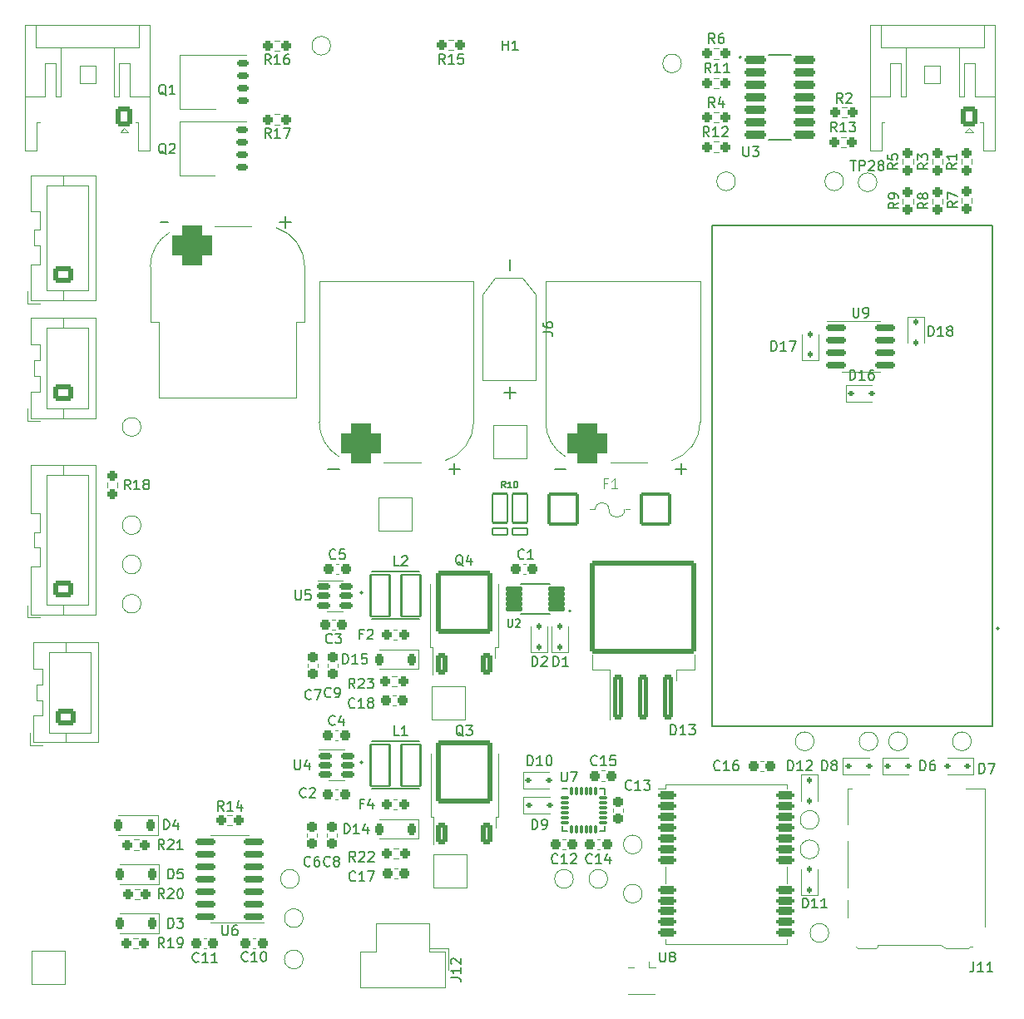
<source format=gto>
G04 #@! TF.GenerationSoftware,KiCad,Pcbnew,7.0.6*
G04 #@! TF.CreationDate,2023-12-08T17:53:02-05:00*
G04 #@! TF.ProjectId,LED_Snowboard_V4,4c45445f-536e-46f7-9762-6f6172645f56,rev?*
G04 #@! TF.SameCoordinates,Original*
G04 #@! TF.FileFunction,Legend,Top*
G04 #@! TF.FilePolarity,Positive*
%FSLAX46Y46*%
G04 Gerber Fmt 4.6, Leading zero omitted, Abs format (unit mm)*
G04 Created by KiCad (PCBNEW 7.0.6) date 2023-12-08 17:53:02*
%MOMM*%
%LPD*%
G01*
G04 APERTURE LIST*
G04 Aperture macros list*
%AMRoundRect*
0 Rectangle with rounded corners*
0 $1 Rounding radius*
0 $2 $3 $4 $5 $6 $7 $8 $9 X,Y pos of 4 corners*
0 Add a 4 corners polygon primitive as box body*
4,1,4,$2,$3,$4,$5,$6,$7,$8,$9,$2,$3,0*
0 Add four circle primitives for the rounded corners*
1,1,$1+$1,$2,$3*
1,1,$1+$1,$4,$5*
1,1,$1+$1,$6,$7*
1,1,$1+$1,$8,$9*
0 Add four rect primitives between the rounded corners*
20,1,$1+$1,$2,$3,$4,$5,0*
20,1,$1+$1,$4,$5,$6,$7,0*
20,1,$1+$1,$6,$7,$8,$9,0*
20,1,$1+$1,$8,$9,$2,$3,0*%
%AMFreePoly0*
4,1,9,2.100000,-2.000000,2.350000,-2.000000,2.350000,-3.500000,-2.350000,-3.500000,-2.350000,-2.000000,-2.100000,-2.000000,-2.100000,1.100000,2.100000,1.100000,2.100000,-2.000000,2.100000,-2.000000,$1*%
%AMFreePoly1*
4,1,22,0.945671,0.830970,1.026777,0.776777,1.080970,0.695671,1.100000,0.600000,1.100000,-0.600000,1.080970,-0.695671,1.026777,-0.776777,0.945671,-0.830970,0.850000,-0.850000,-0.450000,-0.850000,-0.545671,-0.830970,-0.626777,-0.776777,-1.026777,-0.376777,-1.080970,-0.295671,-1.100000,-0.200000,-1.100000,0.600000,-1.080970,0.695671,-1.026777,0.776777,-0.945671,0.830970,-0.850000,0.850000,
0.850000,0.850000,0.945671,0.830970,0.945671,0.830970,$1*%
G04 Aperture macros list end*
%ADD10C,0.150000*%
%ADD11C,0.100000*%
%ADD12C,0.120000*%
%ADD13C,0.127000*%
%ADD14C,0.200000*%
%ADD15RoundRect,0.237500X0.237500X-0.250000X0.237500X0.250000X-0.237500X0.250000X-0.237500X-0.250000X0*%
%ADD16RoundRect,0.237500X0.300000X0.237500X-0.300000X0.237500X-0.300000X-0.237500X0.300000X-0.237500X0*%
%ADD17R,3.800000X3.800000*%
%ADD18C,3.800000*%
%ADD19RoundRect,0.237500X0.250000X0.237500X-0.250000X0.237500X-0.250000X-0.237500X0.250000X-0.237500X0*%
%ADD20C,1.500000*%
%ADD21RoundRect,0.237500X-0.300000X-0.237500X0.300000X-0.237500X0.300000X0.237500X-0.300000X0.237500X0*%
%ADD22RoundRect,0.225000X0.225000X0.375000X-0.225000X0.375000X-0.225000X-0.375000X0.225000X-0.375000X0*%
%ADD23RoundRect,0.250000X0.725000X-0.600000X0.725000X0.600000X-0.725000X0.600000X-0.725000X-0.600000X0*%
%ADD24O,1.950000X1.700000*%
%ADD25R,1.000000X1.050000*%
%ADD26R,1.050000X2.200000*%
%ADD27RoundRect,0.102000X-0.990000X-2.100000X0.990000X-2.100000X0.990000X2.100000X-0.990000X2.100000X0*%
%ADD28RoundRect,0.162500X1.462500X1.552500X-1.462500X1.552500X-1.462500X-1.552500X1.462500X-1.552500X0*%
%ADD29R,0.900000X2.000000*%
%ADD30RoundRect,1.025000X-1.025000X-1.025000X1.025000X-1.025000X1.025000X1.025000X-1.025000X1.025000X0*%
%ADD31C,4.100000*%
%ADD32RoundRect,0.237500X-0.287500X-0.237500X0.287500X-0.237500X0.287500X0.237500X-0.287500X0.237500X0*%
%ADD33RoundRect,0.250000X0.300000X-2.050000X0.300000X2.050000X-0.300000X2.050000X-0.300000X-2.050000X0*%
%ADD34RoundRect,0.250002X5.149998X-4.449998X5.149998X4.449998X-5.149998X4.449998X-5.149998X-4.449998X0*%
%ADD35RoundRect,0.112500X-0.187500X-0.112500X0.187500X-0.112500X0.187500X0.112500X-0.187500X0.112500X0*%
%ADD36R,3.000000X3.000000*%
%ADD37RoundRect,0.250000X0.350000X-0.850000X0.350000X0.850000X-0.350000X0.850000X-0.350000X-0.850000X0*%
%ADD38RoundRect,0.249997X2.650003X-2.950003X2.650003X2.950003X-2.650003X2.950003X-2.650003X-2.950003X0*%
%ADD39RoundRect,0.237500X-0.237500X0.250000X-0.237500X-0.250000X0.237500X-0.250000X0.237500X0.250000X0*%
%ADD40RoundRect,0.237500X0.237500X-0.300000X0.237500X0.300000X-0.237500X0.300000X-0.237500X-0.300000X0*%
%ADD41RoundRect,0.237500X-0.250000X-0.237500X0.250000X-0.237500X0.250000X0.237500X-0.250000X0.237500X0*%
%ADD42RoundRect,0.175000X-0.400000X0.175000X-0.400000X-0.175000X0.400000X-0.175000X0.400000X0.175000X0*%
%ADD43FreePoly0,270.000000*%
%ADD44RoundRect,0.250000X0.600000X0.725000X-0.600000X0.725000X-0.600000X-0.725000X0.600000X-0.725000X0*%
%ADD45O,1.700000X1.950000*%
%ADD46C,8.600000*%
%ADD47RoundRect,0.150000X-0.512500X-0.150000X0.512500X-0.150000X0.512500X0.150000X-0.512500X0.150000X0*%
%ADD48RoundRect,0.112500X0.112500X-0.187500X0.112500X0.187500X-0.112500X0.187500X-0.112500X-0.187500X0*%
%ADD49RoundRect,0.112500X-0.112500X0.187500X-0.112500X-0.187500X0.112500X-0.187500X0.112500X0.187500X0*%
%ADD50RoundRect,1.025000X1.025000X1.025000X-1.025000X1.025000X-1.025000X-1.025000X1.025000X-1.025000X0*%
%ADD51RoundRect,0.075000X-0.350000X-0.075000X0.350000X-0.075000X0.350000X0.075000X-0.350000X0.075000X0*%
%ADD52RoundRect,0.075000X0.075000X-0.350000X0.075000X0.350000X-0.075000X0.350000X-0.075000X-0.350000X0*%
%ADD53RoundRect,0.192000X-0.895000X-0.210000X0.895000X-0.210000X0.895000X0.210000X-0.895000X0.210000X0*%
%ADD54C,1.300000*%
%ADD55FreePoly1,270.000000*%
%ADD56O,1.700000X2.200000*%
%ADD57RoundRect,0.102000X0.747500X0.350000X-0.747500X0.350000X-0.747500X-0.350000X0.747500X-0.350000X0*%
%ADD58RoundRect,0.102000X0.747500X1.475000X-0.747500X1.475000X-0.747500X-1.475000X0.747500X-1.475000X0*%
%ADD59RoundRect,0.113200X0.723800X0.128800X-0.723800X0.128800X-0.723800X-0.128800X0.723800X-0.128800X0*%
%ADD60RoundRect,0.150000X0.825000X0.150000X-0.825000X0.150000X-0.825000X-0.150000X0.825000X-0.150000X0*%
%ADD61RoundRect,0.112500X0.187500X0.112500X-0.187500X0.112500X-0.187500X-0.112500X0.187500X-0.112500X0*%
%ADD62C,3.000000*%
%ADD63C,2.000000*%
%ADD64R,2.000000X2.000000*%
%ADD65RoundRect,0.200000X-0.700000X-0.200000X0.700000X-0.200000X0.700000X0.200000X-0.700000X0.200000X0*%
%ADD66RoundRect,0.150000X-0.825000X-0.150000X0.825000X-0.150000X0.825000X0.150000X-0.825000X0.150000X0*%
%ADD67R,0.700000X1.200000*%
%ADD68R,1.000000X0.800000*%
%ADD69R,1.000000X1.200000*%
%ADD70R,1.000000X2.800000*%
%ADD71R,1.300000X1.900000*%
G04 APERTURE END LIST*
D10*
X192524819Y-64666666D02*
X192048628Y-64999999D01*
X192524819Y-65238094D02*
X191524819Y-65238094D01*
X191524819Y-65238094D02*
X191524819Y-64857142D01*
X191524819Y-64857142D02*
X191572438Y-64761904D01*
X191572438Y-64761904D02*
X191620057Y-64714285D01*
X191620057Y-64714285D02*
X191715295Y-64666666D01*
X191715295Y-64666666D02*
X191858152Y-64666666D01*
X191858152Y-64666666D02*
X191953390Y-64714285D01*
X191953390Y-64714285D02*
X192001009Y-64761904D01*
X192001009Y-64761904D02*
X192048628Y-64857142D01*
X192048628Y-64857142D02*
X192048628Y-65238094D01*
X191524819Y-64333332D02*
X191524819Y-63714285D01*
X191524819Y-63714285D02*
X191905771Y-64047618D01*
X191905771Y-64047618D02*
X191905771Y-63904761D01*
X191905771Y-63904761D02*
X191953390Y-63809523D01*
X191953390Y-63809523D02*
X192001009Y-63761904D01*
X192001009Y-63761904D02*
X192096247Y-63714285D01*
X192096247Y-63714285D02*
X192334342Y-63714285D01*
X192334342Y-63714285D02*
X192429580Y-63761904D01*
X192429580Y-63761904D02*
X192477200Y-63809523D01*
X192477200Y-63809523D02*
X192524819Y-63904761D01*
X192524819Y-63904761D02*
X192524819Y-64190475D01*
X192524819Y-64190475D02*
X192477200Y-64285713D01*
X192477200Y-64285713D02*
X192429580Y-64333332D01*
X158857142Y-125859580D02*
X158809523Y-125907200D01*
X158809523Y-125907200D02*
X158666666Y-125954819D01*
X158666666Y-125954819D02*
X158571428Y-125954819D01*
X158571428Y-125954819D02*
X158428571Y-125907200D01*
X158428571Y-125907200D02*
X158333333Y-125811961D01*
X158333333Y-125811961D02*
X158285714Y-125716723D01*
X158285714Y-125716723D02*
X158238095Y-125526247D01*
X158238095Y-125526247D02*
X158238095Y-125383390D01*
X158238095Y-125383390D02*
X158285714Y-125192914D01*
X158285714Y-125192914D02*
X158333333Y-125097676D01*
X158333333Y-125097676D02*
X158428571Y-125002438D01*
X158428571Y-125002438D02*
X158571428Y-124954819D01*
X158571428Y-124954819D02*
X158666666Y-124954819D01*
X158666666Y-124954819D02*
X158809523Y-125002438D01*
X158809523Y-125002438D02*
X158857142Y-125050057D01*
X159809523Y-125954819D02*
X159238095Y-125954819D01*
X159523809Y-125954819D02*
X159523809Y-124954819D01*
X159523809Y-124954819D02*
X159428571Y-125097676D01*
X159428571Y-125097676D02*
X159333333Y-125192914D01*
X159333333Y-125192914D02*
X159238095Y-125240533D01*
X160714285Y-124954819D02*
X160238095Y-124954819D01*
X160238095Y-124954819D02*
X160190476Y-125431009D01*
X160190476Y-125431009D02*
X160238095Y-125383390D01*
X160238095Y-125383390D02*
X160333333Y-125335771D01*
X160333333Y-125335771D02*
X160571428Y-125335771D01*
X160571428Y-125335771D02*
X160666666Y-125383390D01*
X160666666Y-125383390D02*
X160714285Y-125431009D01*
X160714285Y-125431009D02*
X160761904Y-125526247D01*
X160761904Y-125526247D02*
X160761904Y-125764342D01*
X160761904Y-125764342D02*
X160714285Y-125859580D01*
X160714285Y-125859580D02*
X160666666Y-125907200D01*
X160666666Y-125907200D02*
X160571428Y-125954819D01*
X160571428Y-125954819D02*
X160333333Y-125954819D01*
X160333333Y-125954819D02*
X160238095Y-125907200D01*
X160238095Y-125907200D02*
X160190476Y-125859580D01*
X134257142Y-137634580D02*
X134209523Y-137682200D01*
X134209523Y-137682200D02*
X134066666Y-137729819D01*
X134066666Y-137729819D02*
X133971428Y-137729819D01*
X133971428Y-137729819D02*
X133828571Y-137682200D01*
X133828571Y-137682200D02*
X133733333Y-137586961D01*
X133733333Y-137586961D02*
X133685714Y-137491723D01*
X133685714Y-137491723D02*
X133638095Y-137301247D01*
X133638095Y-137301247D02*
X133638095Y-137158390D01*
X133638095Y-137158390D02*
X133685714Y-136967914D01*
X133685714Y-136967914D02*
X133733333Y-136872676D01*
X133733333Y-136872676D02*
X133828571Y-136777438D01*
X133828571Y-136777438D02*
X133971428Y-136729819D01*
X133971428Y-136729819D02*
X134066666Y-136729819D01*
X134066666Y-136729819D02*
X134209523Y-136777438D01*
X134209523Y-136777438D02*
X134257142Y-136825057D01*
X135209523Y-137729819D02*
X134638095Y-137729819D01*
X134923809Y-137729819D02*
X134923809Y-136729819D01*
X134923809Y-136729819D02*
X134828571Y-136872676D01*
X134828571Y-136872676D02*
X134733333Y-136967914D01*
X134733333Y-136967914D02*
X134638095Y-137015533D01*
X135542857Y-136729819D02*
X136209523Y-136729819D01*
X136209523Y-136729819D02*
X135780952Y-137729819D01*
X153354819Y-81833333D02*
X154069104Y-81833333D01*
X154069104Y-81833333D02*
X154211961Y-81880952D01*
X154211961Y-81880952D02*
X154307200Y-81976190D01*
X154307200Y-81976190D02*
X154354819Y-82119047D01*
X154354819Y-82119047D02*
X154354819Y-82214285D01*
X153354819Y-80928571D02*
X153354819Y-81119047D01*
X153354819Y-81119047D02*
X153402438Y-81214285D01*
X153402438Y-81214285D02*
X153450057Y-81261904D01*
X153450057Y-81261904D02*
X153592914Y-81357142D01*
X153592914Y-81357142D02*
X153783390Y-81404761D01*
X153783390Y-81404761D02*
X154164342Y-81404761D01*
X154164342Y-81404761D02*
X154259580Y-81357142D01*
X154259580Y-81357142D02*
X154307200Y-81309523D01*
X154307200Y-81309523D02*
X154354819Y-81214285D01*
X154354819Y-81214285D02*
X154354819Y-81023809D01*
X154354819Y-81023809D02*
X154307200Y-80928571D01*
X154307200Y-80928571D02*
X154259580Y-80880952D01*
X154259580Y-80880952D02*
X154164342Y-80833333D01*
X154164342Y-80833333D02*
X153926247Y-80833333D01*
X153926247Y-80833333D02*
X153831009Y-80880952D01*
X153831009Y-80880952D02*
X153783390Y-80928571D01*
X153783390Y-80928571D02*
X153735771Y-81023809D01*
X153735771Y-81023809D02*
X153735771Y-81214285D01*
X153735771Y-81214285D02*
X153783390Y-81309523D01*
X153783390Y-81309523D02*
X153831009Y-81357142D01*
X153831009Y-81357142D02*
X153926247Y-81404761D01*
X150014700Y-75571428D02*
X150014700Y-74428571D01*
X150014700Y-88571428D02*
X150014700Y-87428571D01*
X150586128Y-87999999D02*
X149443271Y-87999999D01*
X170833333Y-52454819D02*
X170500000Y-51978628D01*
X170261905Y-52454819D02*
X170261905Y-51454819D01*
X170261905Y-51454819D02*
X170642857Y-51454819D01*
X170642857Y-51454819D02*
X170738095Y-51502438D01*
X170738095Y-51502438D02*
X170785714Y-51550057D01*
X170785714Y-51550057D02*
X170833333Y-51645295D01*
X170833333Y-51645295D02*
X170833333Y-51788152D01*
X170833333Y-51788152D02*
X170785714Y-51883390D01*
X170785714Y-51883390D02*
X170738095Y-51931009D01*
X170738095Y-51931009D02*
X170642857Y-51978628D01*
X170642857Y-51978628D02*
X170261905Y-51978628D01*
X171690476Y-51454819D02*
X171500000Y-51454819D01*
X171500000Y-51454819D02*
X171404762Y-51502438D01*
X171404762Y-51502438D02*
X171357143Y-51550057D01*
X171357143Y-51550057D02*
X171261905Y-51692914D01*
X171261905Y-51692914D02*
X171214286Y-51883390D01*
X171214286Y-51883390D02*
X171214286Y-52264342D01*
X171214286Y-52264342D02*
X171261905Y-52359580D01*
X171261905Y-52359580D02*
X171309524Y-52407200D01*
X171309524Y-52407200D02*
X171404762Y-52454819D01*
X171404762Y-52454819D02*
X171595238Y-52454819D01*
X171595238Y-52454819D02*
X171690476Y-52407200D01*
X171690476Y-52407200D02*
X171738095Y-52359580D01*
X171738095Y-52359580D02*
X171785714Y-52264342D01*
X171785714Y-52264342D02*
X171785714Y-52026247D01*
X171785714Y-52026247D02*
X171738095Y-51931009D01*
X171738095Y-51931009D02*
X171690476Y-51883390D01*
X171690476Y-51883390D02*
X171595238Y-51835771D01*
X171595238Y-51835771D02*
X171404762Y-51835771D01*
X171404762Y-51835771D02*
X171309524Y-51883390D01*
X171309524Y-51883390D02*
X171261905Y-51931009D01*
X171261905Y-51931009D02*
X171214286Y-52026247D01*
X154857142Y-135859580D02*
X154809523Y-135907200D01*
X154809523Y-135907200D02*
X154666666Y-135954819D01*
X154666666Y-135954819D02*
X154571428Y-135954819D01*
X154571428Y-135954819D02*
X154428571Y-135907200D01*
X154428571Y-135907200D02*
X154333333Y-135811961D01*
X154333333Y-135811961D02*
X154285714Y-135716723D01*
X154285714Y-135716723D02*
X154238095Y-135526247D01*
X154238095Y-135526247D02*
X154238095Y-135383390D01*
X154238095Y-135383390D02*
X154285714Y-135192914D01*
X154285714Y-135192914D02*
X154333333Y-135097676D01*
X154333333Y-135097676D02*
X154428571Y-135002438D01*
X154428571Y-135002438D02*
X154571428Y-134954819D01*
X154571428Y-134954819D02*
X154666666Y-134954819D01*
X154666666Y-134954819D02*
X154809523Y-135002438D01*
X154809523Y-135002438D02*
X154857142Y-135050057D01*
X155809523Y-135954819D02*
X155238095Y-135954819D01*
X155523809Y-135954819D02*
X155523809Y-134954819D01*
X155523809Y-134954819D02*
X155428571Y-135097676D01*
X155428571Y-135097676D02*
X155333333Y-135192914D01*
X155333333Y-135192914D02*
X155238095Y-135240533D01*
X156190476Y-135050057D02*
X156238095Y-135002438D01*
X156238095Y-135002438D02*
X156333333Y-134954819D01*
X156333333Y-134954819D02*
X156571428Y-134954819D01*
X156571428Y-134954819D02*
X156666666Y-135002438D01*
X156666666Y-135002438D02*
X156714285Y-135050057D01*
X156714285Y-135050057D02*
X156761904Y-135145295D01*
X156761904Y-135145295D02*
X156761904Y-135240533D01*
X156761904Y-135240533D02*
X156714285Y-135383390D01*
X156714285Y-135383390D02*
X156142857Y-135954819D01*
X156142857Y-135954819D02*
X156761904Y-135954819D01*
X115211905Y-137494819D02*
X115211905Y-136494819D01*
X115211905Y-136494819D02*
X115450000Y-136494819D01*
X115450000Y-136494819D02*
X115592857Y-136542438D01*
X115592857Y-136542438D02*
X115688095Y-136637676D01*
X115688095Y-136637676D02*
X115735714Y-136732914D01*
X115735714Y-136732914D02*
X115783333Y-136923390D01*
X115783333Y-136923390D02*
X115783333Y-137066247D01*
X115783333Y-137066247D02*
X115735714Y-137256723D01*
X115735714Y-137256723D02*
X115688095Y-137351961D01*
X115688095Y-137351961D02*
X115592857Y-137447200D01*
X115592857Y-137447200D02*
X115450000Y-137494819D01*
X115450000Y-137494819D02*
X115211905Y-137494819D01*
X116688095Y-136494819D02*
X116211905Y-136494819D01*
X116211905Y-136494819D02*
X116164286Y-136971009D01*
X116164286Y-136971009D02*
X116211905Y-136923390D01*
X116211905Y-136923390D02*
X116307143Y-136875771D01*
X116307143Y-136875771D02*
X116545238Y-136875771D01*
X116545238Y-136875771D02*
X116640476Y-136923390D01*
X116640476Y-136923390D02*
X116688095Y-136971009D01*
X116688095Y-136971009D02*
X116735714Y-137066247D01*
X116735714Y-137066247D02*
X116735714Y-137304342D01*
X116735714Y-137304342D02*
X116688095Y-137399580D01*
X116688095Y-137399580D02*
X116640476Y-137447200D01*
X116640476Y-137447200D02*
X116545238Y-137494819D01*
X116545238Y-137494819D02*
X116307143Y-137494819D01*
X116307143Y-137494819D02*
X116211905Y-137447200D01*
X116211905Y-137447200D02*
X116164286Y-137399580D01*
X138708333Y-122914819D02*
X138232143Y-122914819D01*
X138232143Y-122914819D02*
X138232143Y-121914819D01*
X139565476Y-122914819D02*
X138994048Y-122914819D01*
X139279762Y-122914819D02*
X139279762Y-121914819D01*
X139279762Y-121914819D02*
X139184524Y-122057676D01*
X139184524Y-122057676D02*
X139089286Y-122152914D01*
X139089286Y-122152914D02*
X138994048Y-122200533D01*
D11*
X159866666Y-97233609D02*
X159533333Y-97233609D01*
X159533333Y-97757419D02*
X159533333Y-96757419D01*
X159533333Y-96757419D02*
X160009523Y-96757419D01*
X160914285Y-97757419D02*
X160342857Y-97757419D01*
X160628571Y-97757419D02*
X160628571Y-96757419D01*
X160628571Y-96757419D02*
X160533333Y-96900276D01*
X160533333Y-96900276D02*
X160438095Y-96995514D01*
X160438095Y-96995514D02*
X160342857Y-97043133D01*
D10*
X166828571Y-95764700D02*
X167971429Y-95764700D01*
X167400000Y-96336128D02*
X167400000Y-95193271D01*
X154528571Y-95764700D02*
X155671429Y-95764700D01*
X135016666Y-112581009D02*
X134683333Y-112581009D01*
X134683333Y-113104819D02*
X134683333Y-112104819D01*
X134683333Y-112104819D02*
X135159523Y-112104819D01*
X135492857Y-112200057D02*
X135540476Y-112152438D01*
X135540476Y-112152438D02*
X135635714Y-112104819D01*
X135635714Y-112104819D02*
X135873809Y-112104819D01*
X135873809Y-112104819D02*
X135969047Y-112152438D01*
X135969047Y-112152438D02*
X136016666Y-112200057D01*
X136016666Y-112200057D02*
X136064285Y-112295295D01*
X136064285Y-112295295D02*
X136064285Y-112390533D01*
X136064285Y-112390533D02*
X136016666Y-112533390D01*
X136016666Y-112533390D02*
X135445238Y-113104819D01*
X135445238Y-113104819D02*
X136064285Y-113104819D01*
X143778571Y-95764700D02*
X144921429Y-95764700D01*
X144350000Y-96336128D02*
X144350000Y-95193271D01*
X131478571Y-95764700D02*
X132621429Y-95764700D01*
X170833333Y-58954819D02*
X170500000Y-58478628D01*
X170261905Y-58954819D02*
X170261905Y-57954819D01*
X170261905Y-57954819D02*
X170642857Y-57954819D01*
X170642857Y-57954819D02*
X170738095Y-58002438D01*
X170738095Y-58002438D02*
X170785714Y-58050057D01*
X170785714Y-58050057D02*
X170833333Y-58145295D01*
X170833333Y-58145295D02*
X170833333Y-58288152D01*
X170833333Y-58288152D02*
X170785714Y-58383390D01*
X170785714Y-58383390D02*
X170738095Y-58431009D01*
X170738095Y-58431009D02*
X170642857Y-58478628D01*
X170642857Y-58478628D02*
X170261905Y-58478628D01*
X171690476Y-58288152D02*
X171690476Y-58954819D01*
X171452381Y-57907200D02*
X171214286Y-58621485D01*
X171214286Y-58621485D02*
X171833333Y-58621485D01*
X132258333Y-104859580D02*
X132210714Y-104907200D01*
X132210714Y-104907200D02*
X132067857Y-104954819D01*
X132067857Y-104954819D02*
X131972619Y-104954819D01*
X131972619Y-104954819D02*
X131829762Y-104907200D01*
X131829762Y-104907200D02*
X131734524Y-104811961D01*
X131734524Y-104811961D02*
X131686905Y-104716723D01*
X131686905Y-104716723D02*
X131639286Y-104526247D01*
X131639286Y-104526247D02*
X131639286Y-104383390D01*
X131639286Y-104383390D02*
X131686905Y-104192914D01*
X131686905Y-104192914D02*
X131734524Y-104097676D01*
X131734524Y-104097676D02*
X131829762Y-104002438D01*
X131829762Y-104002438D02*
X131972619Y-103954819D01*
X131972619Y-103954819D02*
X132067857Y-103954819D01*
X132067857Y-103954819D02*
X132210714Y-104002438D01*
X132210714Y-104002438D02*
X132258333Y-104050057D01*
X133163095Y-103954819D02*
X132686905Y-103954819D01*
X132686905Y-103954819D02*
X132639286Y-104431009D01*
X132639286Y-104431009D02*
X132686905Y-104383390D01*
X132686905Y-104383390D02*
X132782143Y-104335771D01*
X132782143Y-104335771D02*
X133020238Y-104335771D01*
X133020238Y-104335771D02*
X133115476Y-104383390D01*
X133115476Y-104383390D02*
X133163095Y-104431009D01*
X133163095Y-104431009D02*
X133210714Y-104526247D01*
X133210714Y-104526247D02*
X133210714Y-104764342D01*
X133210714Y-104764342D02*
X133163095Y-104859580D01*
X133163095Y-104859580D02*
X133115476Y-104907200D01*
X133115476Y-104907200D02*
X133020238Y-104954819D01*
X133020238Y-104954819D02*
X132782143Y-104954819D01*
X132782143Y-104954819D02*
X132686905Y-104907200D01*
X132686905Y-104907200D02*
X132639286Y-104859580D01*
X166360714Y-122829819D02*
X166360714Y-121829819D01*
X166360714Y-121829819D02*
X166598809Y-121829819D01*
X166598809Y-121829819D02*
X166741666Y-121877438D01*
X166741666Y-121877438D02*
X166836904Y-121972676D01*
X166836904Y-121972676D02*
X166884523Y-122067914D01*
X166884523Y-122067914D02*
X166932142Y-122258390D01*
X166932142Y-122258390D02*
X166932142Y-122401247D01*
X166932142Y-122401247D02*
X166884523Y-122591723D01*
X166884523Y-122591723D02*
X166836904Y-122686961D01*
X166836904Y-122686961D02*
X166741666Y-122782200D01*
X166741666Y-122782200D02*
X166598809Y-122829819D01*
X166598809Y-122829819D02*
X166360714Y-122829819D01*
X167884523Y-122829819D02*
X167313095Y-122829819D01*
X167598809Y-122829819D02*
X167598809Y-121829819D01*
X167598809Y-121829819D02*
X167503571Y-121972676D01*
X167503571Y-121972676D02*
X167408333Y-122067914D01*
X167408333Y-122067914D02*
X167313095Y-122115533D01*
X168217857Y-121829819D02*
X168836904Y-121829819D01*
X168836904Y-121829819D02*
X168503571Y-122210771D01*
X168503571Y-122210771D02*
X168646428Y-122210771D01*
X168646428Y-122210771D02*
X168741666Y-122258390D01*
X168741666Y-122258390D02*
X168789285Y-122306009D01*
X168789285Y-122306009D02*
X168836904Y-122401247D01*
X168836904Y-122401247D02*
X168836904Y-122639342D01*
X168836904Y-122639342D02*
X168789285Y-122734580D01*
X168789285Y-122734580D02*
X168741666Y-122782200D01*
X168741666Y-122782200D02*
X168646428Y-122829819D01*
X168646428Y-122829819D02*
X168360714Y-122829819D01*
X168360714Y-122829819D02*
X168265476Y-122782200D01*
X168265476Y-122782200D02*
X168217857Y-122734580D01*
X152261905Y-132454819D02*
X152261905Y-131454819D01*
X152261905Y-131454819D02*
X152500000Y-131454819D01*
X152500000Y-131454819D02*
X152642857Y-131502438D01*
X152642857Y-131502438D02*
X152738095Y-131597676D01*
X152738095Y-131597676D02*
X152785714Y-131692914D01*
X152785714Y-131692914D02*
X152833333Y-131883390D01*
X152833333Y-131883390D02*
X152833333Y-132026247D01*
X152833333Y-132026247D02*
X152785714Y-132216723D01*
X152785714Y-132216723D02*
X152738095Y-132311961D01*
X152738095Y-132311961D02*
X152642857Y-132407200D01*
X152642857Y-132407200D02*
X152500000Y-132454819D01*
X152500000Y-132454819D02*
X152261905Y-132454819D01*
X153309524Y-132454819D02*
X153500000Y-132454819D01*
X153500000Y-132454819D02*
X153595238Y-132407200D01*
X153595238Y-132407200D02*
X153642857Y-132359580D01*
X153642857Y-132359580D02*
X153738095Y-132216723D01*
X153738095Y-132216723D02*
X153785714Y-132026247D01*
X153785714Y-132026247D02*
X153785714Y-131645295D01*
X153785714Y-131645295D02*
X153738095Y-131550057D01*
X153738095Y-131550057D02*
X153690476Y-131502438D01*
X153690476Y-131502438D02*
X153595238Y-131454819D01*
X153595238Y-131454819D02*
X153404762Y-131454819D01*
X153404762Y-131454819D02*
X153309524Y-131502438D01*
X153309524Y-131502438D02*
X153261905Y-131550057D01*
X153261905Y-131550057D02*
X153214286Y-131645295D01*
X153214286Y-131645295D02*
X153214286Y-131883390D01*
X153214286Y-131883390D02*
X153261905Y-131978628D01*
X153261905Y-131978628D02*
X153309524Y-132026247D01*
X153309524Y-132026247D02*
X153404762Y-132073866D01*
X153404762Y-132073866D02*
X153595238Y-132073866D01*
X153595238Y-132073866D02*
X153690476Y-132026247D01*
X153690476Y-132026247D02*
X153738095Y-131978628D01*
X153738095Y-131978628D02*
X153785714Y-131883390D01*
X125657142Y-62084819D02*
X125323809Y-61608628D01*
X125085714Y-62084819D02*
X125085714Y-61084819D01*
X125085714Y-61084819D02*
X125466666Y-61084819D01*
X125466666Y-61084819D02*
X125561904Y-61132438D01*
X125561904Y-61132438D02*
X125609523Y-61180057D01*
X125609523Y-61180057D02*
X125657142Y-61275295D01*
X125657142Y-61275295D02*
X125657142Y-61418152D01*
X125657142Y-61418152D02*
X125609523Y-61513390D01*
X125609523Y-61513390D02*
X125561904Y-61561009D01*
X125561904Y-61561009D02*
X125466666Y-61608628D01*
X125466666Y-61608628D02*
X125085714Y-61608628D01*
X126609523Y-62084819D02*
X126038095Y-62084819D01*
X126323809Y-62084819D02*
X126323809Y-61084819D01*
X126323809Y-61084819D02*
X126228571Y-61227676D01*
X126228571Y-61227676D02*
X126133333Y-61322914D01*
X126133333Y-61322914D02*
X126038095Y-61370533D01*
X126942857Y-61084819D02*
X127609523Y-61084819D01*
X127609523Y-61084819D02*
X127180952Y-62084819D01*
X145254761Y-122975057D02*
X145159523Y-122927438D01*
X145159523Y-122927438D02*
X145064285Y-122832200D01*
X145064285Y-122832200D02*
X144921428Y-122689342D01*
X144921428Y-122689342D02*
X144826190Y-122641723D01*
X144826190Y-122641723D02*
X144730952Y-122641723D01*
X144778571Y-122879819D02*
X144683333Y-122832200D01*
X144683333Y-122832200D02*
X144588095Y-122736961D01*
X144588095Y-122736961D02*
X144540476Y-122546485D01*
X144540476Y-122546485D02*
X144540476Y-122213152D01*
X144540476Y-122213152D02*
X144588095Y-122022676D01*
X144588095Y-122022676D02*
X144683333Y-121927438D01*
X144683333Y-121927438D02*
X144778571Y-121879819D01*
X144778571Y-121879819D02*
X144969047Y-121879819D01*
X144969047Y-121879819D02*
X145064285Y-121927438D01*
X145064285Y-121927438D02*
X145159523Y-122022676D01*
X145159523Y-122022676D02*
X145207142Y-122213152D01*
X145207142Y-122213152D02*
X145207142Y-122546485D01*
X145207142Y-122546485D02*
X145159523Y-122736961D01*
X145159523Y-122736961D02*
X145064285Y-122832200D01*
X145064285Y-122832200D02*
X144969047Y-122879819D01*
X144969047Y-122879819D02*
X144778571Y-122879819D01*
X145540476Y-121879819D02*
X146159523Y-121879819D01*
X146159523Y-121879819D02*
X145826190Y-122260771D01*
X145826190Y-122260771D02*
X145969047Y-122260771D01*
X145969047Y-122260771D02*
X146064285Y-122308390D01*
X146064285Y-122308390D02*
X146111904Y-122356009D01*
X146111904Y-122356009D02*
X146159523Y-122451247D01*
X146159523Y-122451247D02*
X146159523Y-122689342D01*
X146159523Y-122689342D02*
X146111904Y-122784580D01*
X146111904Y-122784580D02*
X146064285Y-122832200D01*
X146064285Y-122832200D02*
X145969047Y-122879819D01*
X145969047Y-122879819D02*
X145683333Y-122879819D01*
X145683333Y-122879819D02*
X145588095Y-122832200D01*
X145588095Y-122832200D02*
X145540476Y-122784580D01*
X195454819Y-64666666D02*
X194978628Y-64999999D01*
X195454819Y-65238094D02*
X194454819Y-65238094D01*
X194454819Y-65238094D02*
X194454819Y-64857142D01*
X194454819Y-64857142D02*
X194502438Y-64761904D01*
X194502438Y-64761904D02*
X194550057Y-64714285D01*
X194550057Y-64714285D02*
X194645295Y-64666666D01*
X194645295Y-64666666D02*
X194788152Y-64666666D01*
X194788152Y-64666666D02*
X194883390Y-64714285D01*
X194883390Y-64714285D02*
X194931009Y-64761904D01*
X194931009Y-64761904D02*
X194978628Y-64857142D01*
X194978628Y-64857142D02*
X194978628Y-65238094D01*
X195454819Y-63714285D02*
X195454819Y-64285713D01*
X195454819Y-63999999D02*
X194454819Y-63999999D01*
X194454819Y-63999999D02*
X194597676Y-64095237D01*
X194597676Y-64095237D02*
X194692914Y-64190475D01*
X194692914Y-64190475D02*
X194740533Y-64285713D01*
X118307142Y-145899580D02*
X118259523Y-145947200D01*
X118259523Y-145947200D02*
X118116666Y-145994819D01*
X118116666Y-145994819D02*
X118021428Y-145994819D01*
X118021428Y-145994819D02*
X117878571Y-145947200D01*
X117878571Y-145947200D02*
X117783333Y-145851961D01*
X117783333Y-145851961D02*
X117735714Y-145756723D01*
X117735714Y-145756723D02*
X117688095Y-145566247D01*
X117688095Y-145566247D02*
X117688095Y-145423390D01*
X117688095Y-145423390D02*
X117735714Y-145232914D01*
X117735714Y-145232914D02*
X117783333Y-145137676D01*
X117783333Y-145137676D02*
X117878571Y-145042438D01*
X117878571Y-145042438D02*
X118021428Y-144994819D01*
X118021428Y-144994819D02*
X118116666Y-144994819D01*
X118116666Y-144994819D02*
X118259523Y-145042438D01*
X118259523Y-145042438D02*
X118307142Y-145090057D01*
X119259523Y-145994819D02*
X118688095Y-145994819D01*
X118973809Y-145994819D02*
X118973809Y-144994819D01*
X118973809Y-144994819D02*
X118878571Y-145137676D01*
X118878571Y-145137676D02*
X118783333Y-145232914D01*
X118783333Y-145232914D02*
X118688095Y-145280533D01*
X120211904Y-145994819D02*
X119640476Y-145994819D01*
X119926190Y-145994819D02*
X119926190Y-144994819D01*
X119926190Y-144994819D02*
X119830952Y-145137676D01*
X119830952Y-145137676D02*
X119735714Y-145232914D01*
X119735714Y-145232914D02*
X119640476Y-145280533D01*
X162357142Y-128359580D02*
X162309523Y-128407200D01*
X162309523Y-128407200D02*
X162166666Y-128454819D01*
X162166666Y-128454819D02*
X162071428Y-128454819D01*
X162071428Y-128454819D02*
X161928571Y-128407200D01*
X161928571Y-128407200D02*
X161833333Y-128311961D01*
X161833333Y-128311961D02*
X161785714Y-128216723D01*
X161785714Y-128216723D02*
X161738095Y-128026247D01*
X161738095Y-128026247D02*
X161738095Y-127883390D01*
X161738095Y-127883390D02*
X161785714Y-127692914D01*
X161785714Y-127692914D02*
X161833333Y-127597676D01*
X161833333Y-127597676D02*
X161928571Y-127502438D01*
X161928571Y-127502438D02*
X162071428Y-127454819D01*
X162071428Y-127454819D02*
X162166666Y-127454819D01*
X162166666Y-127454819D02*
X162309523Y-127502438D01*
X162309523Y-127502438D02*
X162357142Y-127550057D01*
X163309523Y-128454819D02*
X162738095Y-128454819D01*
X163023809Y-128454819D02*
X163023809Y-127454819D01*
X163023809Y-127454819D02*
X162928571Y-127597676D01*
X162928571Y-127597676D02*
X162833333Y-127692914D01*
X162833333Y-127692914D02*
X162738095Y-127740533D01*
X163642857Y-127454819D02*
X164261904Y-127454819D01*
X164261904Y-127454819D02*
X163928571Y-127835771D01*
X163928571Y-127835771D02*
X164071428Y-127835771D01*
X164071428Y-127835771D02*
X164166666Y-127883390D01*
X164166666Y-127883390D02*
X164214285Y-127931009D01*
X164214285Y-127931009D02*
X164261904Y-128026247D01*
X164261904Y-128026247D02*
X164261904Y-128264342D01*
X164261904Y-128264342D02*
X164214285Y-128359580D01*
X164214285Y-128359580D02*
X164166666Y-128407200D01*
X164166666Y-128407200D02*
X164071428Y-128454819D01*
X164071428Y-128454819D02*
X163785714Y-128454819D01*
X163785714Y-128454819D02*
X163690476Y-128407200D01*
X163690476Y-128407200D02*
X163642857Y-128359580D01*
X114761905Y-132454819D02*
X114761905Y-131454819D01*
X114761905Y-131454819D02*
X115000000Y-131454819D01*
X115000000Y-131454819D02*
X115142857Y-131502438D01*
X115142857Y-131502438D02*
X115238095Y-131597676D01*
X115238095Y-131597676D02*
X115285714Y-131692914D01*
X115285714Y-131692914D02*
X115333333Y-131883390D01*
X115333333Y-131883390D02*
X115333333Y-132026247D01*
X115333333Y-132026247D02*
X115285714Y-132216723D01*
X115285714Y-132216723D02*
X115238095Y-132311961D01*
X115238095Y-132311961D02*
X115142857Y-132407200D01*
X115142857Y-132407200D02*
X115000000Y-132454819D01*
X115000000Y-132454819D02*
X114761905Y-132454819D01*
X116190476Y-131788152D02*
X116190476Y-132454819D01*
X115952381Y-131407200D02*
X115714286Y-132121485D01*
X115714286Y-132121485D02*
X116333333Y-132121485D01*
X143369642Y-54554819D02*
X143036309Y-54078628D01*
X142798214Y-54554819D02*
X142798214Y-53554819D01*
X142798214Y-53554819D02*
X143179166Y-53554819D01*
X143179166Y-53554819D02*
X143274404Y-53602438D01*
X143274404Y-53602438D02*
X143322023Y-53650057D01*
X143322023Y-53650057D02*
X143369642Y-53745295D01*
X143369642Y-53745295D02*
X143369642Y-53888152D01*
X143369642Y-53888152D02*
X143322023Y-53983390D01*
X143322023Y-53983390D02*
X143274404Y-54031009D01*
X143274404Y-54031009D02*
X143179166Y-54078628D01*
X143179166Y-54078628D02*
X142798214Y-54078628D01*
X144322023Y-54554819D02*
X143750595Y-54554819D01*
X144036309Y-54554819D02*
X144036309Y-53554819D01*
X144036309Y-53554819D02*
X143941071Y-53697676D01*
X143941071Y-53697676D02*
X143845833Y-53792914D01*
X143845833Y-53792914D02*
X143750595Y-53840533D01*
X145226785Y-53554819D02*
X144750595Y-53554819D01*
X144750595Y-53554819D02*
X144702976Y-54031009D01*
X144702976Y-54031009D02*
X144750595Y-53983390D01*
X144750595Y-53983390D02*
X144845833Y-53935771D01*
X144845833Y-53935771D02*
X145083928Y-53935771D01*
X145083928Y-53935771D02*
X145179166Y-53983390D01*
X145179166Y-53983390D02*
X145226785Y-54031009D01*
X145226785Y-54031009D02*
X145274404Y-54126247D01*
X145274404Y-54126247D02*
X145274404Y-54364342D01*
X145274404Y-54364342D02*
X145226785Y-54459580D01*
X145226785Y-54459580D02*
X145179166Y-54507200D01*
X145179166Y-54507200D02*
X145083928Y-54554819D01*
X145083928Y-54554819D02*
X144845833Y-54554819D01*
X144845833Y-54554819D02*
X144750595Y-54507200D01*
X144750595Y-54507200D02*
X144702976Y-54459580D01*
X131895833Y-113439580D02*
X131848214Y-113487200D01*
X131848214Y-113487200D02*
X131705357Y-113534819D01*
X131705357Y-113534819D02*
X131610119Y-113534819D01*
X131610119Y-113534819D02*
X131467262Y-113487200D01*
X131467262Y-113487200D02*
X131372024Y-113391961D01*
X131372024Y-113391961D02*
X131324405Y-113296723D01*
X131324405Y-113296723D02*
X131276786Y-113106247D01*
X131276786Y-113106247D02*
X131276786Y-112963390D01*
X131276786Y-112963390D02*
X131324405Y-112772914D01*
X131324405Y-112772914D02*
X131372024Y-112677676D01*
X131372024Y-112677676D02*
X131467262Y-112582438D01*
X131467262Y-112582438D02*
X131610119Y-112534819D01*
X131610119Y-112534819D02*
X131705357Y-112534819D01*
X131705357Y-112534819D02*
X131848214Y-112582438D01*
X131848214Y-112582438D02*
X131895833Y-112630057D01*
X132229167Y-112534819D02*
X132848214Y-112534819D01*
X132848214Y-112534819D02*
X132514881Y-112915771D01*
X132514881Y-112915771D02*
X132657738Y-112915771D01*
X132657738Y-112915771D02*
X132752976Y-112963390D01*
X132752976Y-112963390D02*
X132800595Y-113011009D01*
X132800595Y-113011009D02*
X132848214Y-113106247D01*
X132848214Y-113106247D02*
X132848214Y-113344342D01*
X132848214Y-113344342D02*
X132800595Y-113439580D01*
X132800595Y-113439580D02*
X132752976Y-113487200D01*
X132752976Y-113487200D02*
X132657738Y-113534819D01*
X132657738Y-113534819D02*
X132372024Y-113534819D01*
X132372024Y-113534819D02*
X132276786Y-113487200D01*
X132276786Y-113487200D02*
X132229167Y-113439580D01*
X125657142Y-54584819D02*
X125323809Y-54108628D01*
X125085714Y-54584819D02*
X125085714Y-53584819D01*
X125085714Y-53584819D02*
X125466666Y-53584819D01*
X125466666Y-53584819D02*
X125561904Y-53632438D01*
X125561904Y-53632438D02*
X125609523Y-53680057D01*
X125609523Y-53680057D02*
X125657142Y-53775295D01*
X125657142Y-53775295D02*
X125657142Y-53918152D01*
X125657142Y-53918152D02*
X125609523Y-54013390D01*
X125609523Y-54013390D02*
X125561904Y-54061009D01*
X125561904Y-54061009D02*
X125466666Y-54108628D01*
X125466666Y-54108628D02*
X125085714Y-54108628D01*
X126609523Y-54584819D02*
X126038095Y-54584819D01*
X126323809Y-54584819D02*
X126323809Y-53584819D01*
X126323809Y-53584819D02*
X126228571Y-53727676D01*
X126228571Y-53727676D02*
X126133333Y-53822914D01*
X126133333Y-53822914D02*
X126038095Y-53870533D01*
X127466666Y-53584819D02*
X127276190Y-53584819D01*
X127276190Y-53584819D02*
X127180952Y-53632438D01*
X127180952Y-53632438D02*
X127133333Y-53680057D01*
X127133333Y-53680057D02*
X127038095Y-53822914D01*
X127038095Y-53822914D02*
X126990476Y-54013390D01*
X126990476Y-54013390D02*
X126990476Y-54394342D01*
X126990476Y-54394342D02*
X127038095Y-54489580D01*
X127038095Y-54489580D02*
X127085714Y-54537200D01*
X127085714Y-54537200D02*
X127180952Y-54584819D01*
X127180952Y-54584819D02*
X127371428Y-54584819D01*
X127371428Y-54584819D02*
X127466666Y-54537200D01*
X127466666Y-54537200D02*
X127514285Y-54489580D01*
X127514285Y-54489580D02*
X127561904Y-54394342D01*
X127561904Y-54394342D02*
X127561904Y-54156247D01*
X127561904Y-54156247D02*
X127514285Y-54061009D01*
X127514285Y-54061009D02*
X127466666Y-54013390D01*
X127466666Y-54013390D02*
X127371428Y-53965771D01*
X127371428Y-53965771D02*
X127180952Y-53965771D01*
X127180952Y-53965771D02*
X127085714Y-54013390D01*
X127085714Y-54013390D02*
X127038095Y-54061009D01*
X127038095Y-54061009D02*
X126990476Y-54156247D01*
X181761905Y-126454819D02*
X181761905Y-125454819D01*
X181761905Y-125454819D02*
X182000000Y-125454819D01*
X182000000Y-125454819D02*
X182142857Y-125502438D01*
X182142857Y-125502438D02*
X182238095Y-125597676D01*
X182238095Y-125597676D02*
X182285714Y-125692914D01*
X182285714Y-125692914D02*
X182333333Y-125883390D01*
X182333333Y-125883390D02*
X182333333Y-126026247D01*
X182333333Y-126026247D02*
X182285714Y-126216723D01*
X182285714Y-126216723D02*
X182238095Y-126311961D01*
X182238095Y-126311961D02*
X182142857Y-126407200D01*
X182142857Y-126407200D02*
X182000000Y-126454819D01*
X182000000Y-126454819D02*
X181761905Y-126454819D01*
X182904762Y-125883390D02*
X182809524Y-125835771D01*
X182809524Y-125835771D02*
X182761905Y-125788152D01*
X182761905Y-125788152D02*
X182714286Y-125692914D01*
X182714286Y-125692914D02*
X182714286Y-125645295D01*
X182714286Y-125645295D02*
X182761905Y-125550057D01*
X182761905Y-125550057D02*
X182809524Y-125502438D01*
X182809524Y-125502438D02*
X182904762Y-125454819D01*
X182904762Y-125454819D02*
X183095238Y-125454819D01*
X183095238Y-125454819D02*
X183190476Y-125502438D01*
X183190476Y-125502438D02*
X183238095Y-125550057D01*
X183238095Y-125550057D02*
X183285714Y-125645295D01*
X183285714Y-125645295D02*
X183285714Y-125692914D01*
X183285714Y-125692914D02*
X183238095Y-125788152D01*
X183238095Y-125788152D02*
X183190476Y-125835771D01*
X183190476Y-125835771D02*
X183095238Y-125883390D01*
X183095238Y-125883390D02*
X182904762Y-125883390D01*
X182904762Y-125883390D02*
X182809524Y-125931009D01*
X182809524Y-125931009D02*
X182761905Y-125978628D01*
X182761905Y-125978628D02*
X182714286Y-126073866D01*
X182714286Y-126073866D02*
X182714286Y-126264342D01*
X182714286Y-126264342D02*
X182761905Y-126359580D01*
X182761905Y-126359580D02*
X182809524Y-126407200D01*
X182809524Y-126407200D02*
X182904762Y-126454819D01*
X182904762Y-126454819D02*
X183095238Y-126454819D01*
X183095238Y-126454819D02*
X183190476Y-126407200D01*
X183190476Y-126407200D02*
X183238095Y-126359580D01*
X183238095Y-126359580D02*
X183285714Y-126264342D01*
X183285714Y-126264342D02*
X183285714Y-126073866D01*
X183285714Y-126073866D02*
X183238095Y-125978628D01*
X183238095Y-125978628D02*
X183190476Y-125931009D01*
X183190476Y-125931009D02*
X183095238Y-125883390D01*
X134207142Y-120009580D02*
X134159523Y-120057200D01*
X134159523Y-120057200D02*
X134016666Y-120104819D01*
X134016666Y-120104819D02*
X133921428Y-120104819D01*
X133921428Y-120104819D02*
X133778571Y-120057200D01*
X133778571Y-120057200D02*
X133683333Y-119961961D01*
X133683333Y-119961961D02*
X133635714Y-119866723D01*
X133635714Y-119866723D02*
X133588095Y-119676247D01*
X133588095Y-119676247D02*
X133588095Y-119533390D01*
X133588095Y-119533390D02*
X133635714Y-119342914D01*
X133635714Y-119342914D02*
X133683333Y-119247676D01*
X133683333Y-119247676D02*
X133778571Y-119152438D01*
X133778571Y-119152438D02*
X133921428Y-119104819D01*
X133921428Y-119104819D02*
X134016666Y-119104819D01*
X134016666Y-119104819D02*
X134159523Y-119152438D01*
X134159523Y-119152438D02*
X134207142Y-119200057D01*
X135159523Y-120104819D02*
X134588095Y-120104819D01*
X134873809Y-120104819D02*
X134873809Y-119104819D01*
X134873809Y-119104819D02*
X134778571Y-119247676D01*
X134778571Y-119247676D02*
X134683333Y-119342914D01*
X134683333Y-119342914D02*
X134588095Y-119390533D01*
X135730952Y-119533390D02*
X135635714Y-119485771D01*
X135635714Y-119485771D02*
X135588095Y-119438152D01*
X135588095Y-119438152D02*
X135540476Y-119342914D01*
X135540476Y-119342914D02*
X135540476Y-119295295D01*
X135540476Y-119295295D02*
X135588095Y-119200057D01*
X135588095Y-119200057D02*
X135635714Y-119152438D01*
X135635714Y-119152438D02*
X135730952Y-119104819D01*
X135730952Y-119104819D02*
X135921428Y-119104819D01*
X135921428Y-119104819D02*
X136016666Y-119152438D01*
X136016666Y-119152438D02*
X136064285Y-119200057D01*
X136064285Y-119200057D02*
X136111904Y-119295295D01*
X136111904Y-119295295D02*
X136111904Y-119342914D01*
X136111904Y-119342914D02*
X136064285Y-119438152D01*
X136064285Y-119438152D02*
X136016666Y-119485771D01*
X136016666Y-119485771D02*
X135921428Y-119533390D01*
X135921428Y-119533390D02*
X135730952Y-119533390D01*
X135730952Y-119533390D02*
X135635714Y-119581009D01*
X135635714Y-119581009D02*
X135588095Y-119628628D01*
X135588095Y-119628628D02*
X135540476Y-119723866D01*
X135540476Y-119723866D02*
X135540476Y-119914342D01*
X135540476Y-119914342D02*
X135588095Y-120009580D01*
X135588095Y-120009580D02*
X135635714Y-120057200D01*
X135635714Y-120057200D02*
X135730952Y-120104819D01*
X135730952Y-120104819D02*
X135921428Y-120104819D01*
X135921428Y-120104819D02*
X136016666Y-120057200D01*
X136016666Y-120057200D02*
X136064285Y-120009580D01*
X136064285Y-120009580D02*
X136111904Y-119914342D01*
X136111904Y-119914342D02*
X136111904Y-119723866D01*
X136111904Y-119723866D02*
X136064285Y-119628628D01*
X136064285Y-119628628D02*
X136016666Y-119581009D01*
X136016666Y-119581009D02*
X135921428Y-119533390D01*
X189454819Y-64666666D02*
X188978628Y-64999999D01*
X189454819Y-65238094D02*
X188454819Y-65238094D01*
X188454819Y-65238094D02*
X188454819Y-64857142D01*
X188454819Y-64857142D02*
X188502438Y-64761904D01*
X188502438Y-64761904D02*
X188550057Y-64714285D01*
X188550057Y-64714285D02*
X188645295Y-64666666D01*
X188645295Y-64666666D02*
X188788152Y-64666666D01*
X188788152Y-64666666D02*
X188883390Y-64714285D01*
X188883390Y-64714285D02*
X188931009Y-64761904D01*
X188931009Y-64761904D02*
X188978628Y-64857142D01*
X188978628Y-64857142D02*
X188978628Y-65238094D01*
X188454819Y-63761904D02*
X188454819Y-64238094D01*
X188454819Y-64238094D02*
X188931009Y-64285713D01*
X188931009Y-64285713D02*
X188883390Y-64238094D01*
X188883390Y-64238094D02*
X188835771Y-64142856D01*
X188835771Y-64142856D02*
X188835771Y-63904761D01*
X188835771Y-63904761D02*
X188883390Y-63809523D01*
X188883390Y-63809523D02*
X188931009Y-63761904D01*
X188931009Y-63761904D02*
X189026247Y-63714285D01*
X189026247Y-63714285D02*
X189264342Y-63714285D01*
X189264342Y-63714285D02*
X189359580Y-63761904D01*
X189359580Y-63761904D02*
X189407200Y-63809523D01*
X189407200Y-63809523D02*
X189454819Y-63904761D01*
X189454819Y-63904761D02*
X189454819Y-64142856D01*
X189454819Y-64142856D02*
X189407200Y-64238094D01*
X189407200Y-64238094D02*
X189359580Y-64285713D01*
X115004761Y-57750057D02*
X114909523Y-57702438D01*
X114909523Y-57702438D02*
X114814285Y-57607200D01*
X114814285Y-57607200D02*
X114671428Y-57464342D01*
X114671428Y-57464342D02*
X114576190Y-57416723D01*
X114576190Y-57416723D02*
X114480952Y-57416723D01*
X114528571Y-57654819D02*
X114433333Y-57607200D01*
X114433333Y-57607200D02*
X114338095Y-57511961D01*
X114338095Y-57511961D02*
X114290476Y-57321485D01*
X114290476Y-57321485D02*
X114290476Y-56988152D01*
X114290476Y-56988152D02*
X114338095Y-56797676D01*
X114338095Y-56797676D02*
X114433333Y-56702438D01*
X114433333Y-56702438D02*
X114528571Y-56654819D01*
X114528571Y-56654819D02*
X114719047Y-56654819D01*
X114719047Y-56654819D02*
X114814285Y-56702438D01*
X114814285Y-56702438D02*
X114909523Y-56797676D01*
X114909523Y-56797676D02*
X114957142Y-56988152D01*
X114957142Y-56988152D02*
X114957142Y-57321485D01*
X114957142Y-57321485D02*
X114909523Y-57511961D01*
X114909523Y-57511961D02*
X114814285Y-57607200D01*
X114814285Y-57607200D02*
X114719047Y-57654819D01*
X114719047Y-57654819D02*
X114528571Y-57654819D01*
X115909523Y-57654819D02*
X115338095Y-57654819D01*
X115623809Y-57654819D02*
X115623809Y-56654819D01*
X115623809Y-56654819D02*
X115528571Y-56797676D01*
X115528571Y-56797676D02*
X115433333Y-56892914D01*
X115433333Y-56892914D02*
X115338095Y-56940533D01*
X138708333Y-105639819D02*
X138232143Y-105639819D01*
X138232143Y-105639819D02*
X138232143Y-104639819D01*
X138994048Y-104735057D02*
X139041667Y-104687438D01*
X139041667Y-104687438D02*
X139136905Y-104639819D01*
X139136905Y-104639819D02*
X139375000Y-104639819D01*
X139375000Y-104639819D02*
X139470238Y-104687438D01*
X139470238Y-104687438D02*
X139517857Y-104735057D01*
X139517857Y-104735057D02*
X139565476Y-104830295D01*
X139565476Y-104830295D02*
X139565476Y-104925533D01*
X139565476Y-104925533D02*
X139517857Y-105068390D01*
X139517857Y-105068390D02*
X138946429Y-105639819D01*
X138946429Y-105639819D02*
X139565476Y-105639819D01*
X158357142Y-135859580D02*
X158309523Y-135907200D01*
X158309523Y-135907200D02*
X158166666Y-135954819D01*
X158166666Y-135954819D02*
X158071428Y-135954819D01*
X158071428Y-135954819D02*
X157928571Y-135907200D01*
X157928571Y-135907200D02*
X157833333Y-135811961D01*
X157833333Y-135811961D02*
X157785714Y-135716723D01*
X157785714Y-135716723D02*
X157738095Y-135526247D01*
X157738095Y-135526247D02*
X157738095Y-135383390D01*
X157738095Y-135383390D02*
X157785714Y-135192914D01*
X157785714Y-135192914D02*
X157833333Y-135097676D01*
X157833333Y-135097676D02*
X157928571Y-135002438D01*
X157928571Y-135002438D02*
X158071428Y-134954819D01*
X158071428Y-134954819D02*
X158166666Y-134954819D01*
X158166666Y-134954819D02*
X158309523Y-135002438D01*
X158309523Y-135002438D02*
X158357142Y-135050057D01*
X159309523Y-135954819D02*
X158738095Y-135954819D01*
X159023809Y-135954819D02*
X159023809Y-134954819D01*
X159023809Y-134954819D02*
X158928571Y-135097676D01*
X158928571Y-135097676D02*
X158833333Y-135192914D01*
X158833333Y-135192914D02*
X158738095Y-135240533D01*
X160166666Y-135288152D02*
X160166666Y-135954819D01*
X159928571Y-134907200D02*
X159690476Y-135621485D01*
X159690476Y-135621485D02*
X160309523Y-135621485D01*
X132985714Y-115604819D02*
X132985714Y-114604819D01*
X132985714Y-114604819D02*
X133223809Y-114604819D01*
X133223809Y-114604819D02*
X133366666Y-114652438D01*
X133366666Y-114652438D02*
X133461904Y-114747676D01*
X133461904Y-114747676D02*
X133509523Y-114842914D01*
X133509523Y-114842914D02*
X133557142Y-115033390D01*
X133557142Y-115033390D02*
X133557142Y-115176247D01*
X133557142Y-115176247D02*
X133509523Y-115366723D01*
X133509523Y-115366723D02*
X133461904Y-115461961D01*
X133461904Y-115461961D02*
X133366666Y-115557200D01*
X133366666Y-115557200D02*
X133223809Y-115604819D01*
X133223809Y-115604819D02*
X132985714Y-115604819D01*
X134509523Y-115604819D02*
X133938095Y-115604819D01*
X134223809Y-115604819D02*
X134223809Y-114604819D01*
X134223809Y-114604819D02*
X134128571Y-114747676D01*
X134128571Y-114747676D02*
X134033333Y-114842914D01*
X134033333Y-114842914D02*
X133938095Y-114890533D01*
X135414285Y-114604819D02*
X134938095Y-114604819D01*
X134938095Y-114604819D02*
X134890476Y-115081009D01*
X134890476Y-115081009D02*
X134938095Y-115033390D01*
X134938095Y-115033390D02*
X135033333Y-114985771D01*
X135033333Y-114985771D02*
X135271428Y-114985771D01*
X135271428Y-114985771D02*
X135366666Y-115033390D01*
X135366666Y-115033390D02*
X135414285Y-115081009D01*
X135414285Y-115081009D02*
X135461904Y-115176247D01*
X135461904Y-115176247D02*
X135461904Y-115414342D01*
X135461904Y-115414342D02*
X135414285Y-115509580D01*
X135414285Y-115509580D02*
X135366666Y-115557200D01*
X135366666Y-115557200D02*
X135271428Y-115604819D01*
X135271428Y-115604819D02*
X135033333Y-115604819D01*
X135033333Y-115604819D02*
X134938095Y-115557200D01*
X134938095Y-115557200D02*
X134890476Y-115509580D01*
X114807142Y-134494819D02*
X114473809Y-134018628D01*
X114235714Y-134494819D02*
X114235714Y-133494819D01*
X114235714Y-133494819D02*
X114616666Y-133494819D01*
X114616666Y-133494819D02*
X114711904Y-133542438D01*
X114711904Y-133542438D02*
X114759523Y-133590057D01*
X114759523Y-133590057D02*
X114807142Y-133685295D01*
X114807142Y-133685295D02*
X114807142Y-133828152D01*
X114807142Y-133828152D02*
X114759523Y-133923390D01*
X114759523Y-133923390D02*
X114711904Y-133971009D01*
X114711904Y-133971009D02*
X114616666Y-134018628D01*
X114616666Y-134018628D02*
X114235714Y-134018628D01*
X115188095Y-133590057D02*
X115235714Y-133542438D01*
X115235714Y-133542438D02*
X115330952Y-133494819D01*
X115330952Y-133494819D02*
X115569047Y-133494819D01*
X115569047Y-133494819D02*
X115664285Y-133542438D01*
X115664285Y-133542438D02*
X115711904Y-133590057D01*
X115711904Y-133590057D02*
X115759523Y-133685295D01*
X115759523Y-133685295D02*
X115759523Y-133780533D01*
X115759523Y-133780533D02*
X115711904Y-133923390D01*
X115711904Y-133923390D02*
X115140476Y-134494819D01*
X115140476Y-134494819D02*
X115759523Y-134494819D01*
X116711904Y-134494819D02*
X116140476Y-134494819D01*
X116426190Y-134494819D02*
X116426190Y-133494819D01*
X116426190Y-133494819D02*
X116330952Y-133637676D01*
X116330952Y-133637676D02*
X116235714Y-133732914D01*
X116235714Y-133732914D02*
X116140476Y-133780533D01*
X115004761Y-63750057D02*
X114909523Y-63702438D01*
X114909523Y-63702438D02*
X114814285Y-63607200D01*
X114814285Y-63607200D02*
X114671428Y-63464342D01*
X114671428Y-63464342D02*
X114576190Y-63416723D01*
X114576190Y-63416723D02*
X114480952Y-63416723D01*
X114528571Y-63654819D02*
X114433333Y-63607200D01*
X114433333Y-63607200D02*
X114338095Y-63511961D01*
X114338095Y-63511961D02*
X114290476Y-63321485D01*
X114290476Y-63321485D02*
X114290476Y-62988152D01*
X114290476Y-62988152D02*
X114338095Y-62797676D01*
X114338095Y-62797676D02*
X114433333Y-62702438D01*
X114433333Y-62702438D02*
X114528571Y-62654819D01*
X114528571Y-62654819D02*
X114719047Y-62654819D01*
X114719047Y-62654819D02*
X114814285Y-62702438D01*
X114814285Y-62702438D02*
X114909523Y-62797676D01*
X114909523Y-62797676D02*
X114957142Y-62988152D01*
X114957142Y-62988152D02*
X114957142Y-63321485D01*
X114957142Y-63321485D02*
X114909523Y-63511961D01*
X114909523Y-63511961D02*
X114814285Y-63607200D01*
X114814285Y-63607200D02*
X114719047Y-63654819D01*
X114719047Y-63654819D02*
X114528571Y-63654819D01*
X115338095Y-62750057D02*
X115385714Y-62702438D01*
X115385714Y-62702438D02*
X115480952Y-62654819D01*
X115480952Y-62654819D02*
X115719047Y-62654819D01*
X115719047Y-62654819D02*
X115814285Y-62702438D01*
X115814285Y-62702438D02*
X115861904Y-62750057D01*
X115861904Y-62750057D02*
X115909523Y-62845295D01*
X115909523Y-62845295D02*
X115909523Y-62940533D01*
X115909523Y-62940533D02*
X115861904Y-63083390D01*
X115861904Y-63083390D02*
X115290476Y-63654819D01*
X115290476Y-63654819D02*
X115909523Y-63654819D01*
X129758333Y-119147080D02*
X129710714Y-119194700D01*
X129710714Y-119194700D02*
X129567857Y-119242319D01*
X129567857Y-119242319D02*
X129472619Y-119242319D01*
X129472619Y-119242319D02*
X129329762Y-119194700D01*
X129329762Y-119194700D02*
X129234524Y-119099461D01*
X129234524Y-119099461D02*
X129186905Y-119004223D01*
X129186905Y-119004223D02*
X129139286Y-118813747D01*
X129139286Y-118813747D02*
X129139286Y-118670890D01*
X129139286Y-118670890D02*
X129186905Y-118480414D01*
X129186905Y-118480414D02*
X129234524Y-118385176D01*
X129234524Y-118385176D02*
X129329762Y-118289938D01*
X129329762Y-118289938D02*
X129472619Y-118242319D01*
X129472619Y-118242319D02*
X129567857Y-118242319D01*
X129567857Y-118242319D02*
X129710714Y-118289938D01*
X129710714Y-118289938D02*
X129758333Y-118337557D01*
X130091667Y-118242319D02*
X130758333Y-118242319D01*
X130758333Y-118242319D02*
X130329762Y-119242319D01*
X170269642Y-61954819D02*
X169936309Y-61478628D01*
X169698214Y-61954819D02*
X169698214Y-60954819D01*
X169698214Y-60954819D02*
X170079166Y-60954819D01*
X170079166Y-60954819D02*
X170174404Y-61002438D01*
X170174404Y-61002438D02*
X170222023Y-61050057D01*
X170222023Y-61050057D02*
X170269642Y-61145295D01*
X170269642Y-61145295D02*
X170269642Y-61288152D01*
X170269642Y-61288152D02*
X170222023Y-61383390D01*
X170222023Y-61383390D02*
X170174404Y-61431009D01*
X170174404Y-61431009D02*
X170079166Y-61478628D01*
X170079166Y-61478628D02*
X169698214Y-61478628D01*
X171222023Y-61954819D02*
X170650595Y-61954819D01*
X170936309Y-61954819D02*
X170936309Y-60954819D01*
X170936309Y-60954819D02*
X170841071Y-61097676D01*
X170841071Y-61097676D02*
X170745833Y-61192914D01*
X170745833Y-61192914D02*
X170650595Y-61240533D01*
X171602976Y-61050057D02*
X171650595Y-61002438D01*
X171650595Y-61002438D02*
X171745833Y-60954819D01*
X171745833Y-60954819D02*
X171983928Y-60954819D01*
X171983928Y-60954819D02*
X172079166Y-61002438D01*
X172079166Y-61002438D02*
X172126785Y-61050057D01*
X172126785Y-61050057D02*
X172174404Y-61145295D01*
X172174404Y-61145295D02*
X172174404Y-61240533D01*
X172174404Y-61240533D02*
X172126785Y-61383390D01*
X172126785Y-61383390D02*
X171555357Y-61954819D01*
X171555357Y-61954819D02*
X172174404Y-61954819D01*
X120857142Y-130564819D02*
X120523809Y-130088628D01*
X120285714Y-130564819D02*
X120285714Y-129564819D01*
X120285714Y-129564819D02*
X120666666Y-129564819D01*
X120666666Y-129564819D02*
X120761904Y-129612438D01*
X120761904Y-129612438D02*
X120809523Y-129660057D01*
X120809523Y-129660057D02*
X120857142Y-129755295D01*
X120857142Y-129755295D02*
X120857142Y-129898152D01*
X120857142Y-129898152D02*
X120809523Y-129993390D01*
X120809523Y-129993390D02*
X120761904Y-130041009D01*
X120761904Y-130041009D02*
X120666666Y-130088628D01*
X120666666Y-130088628D02*
X120285714Y-130088628D01*
X121809523Y-130564819D02*
X121238095Y-130564819D01*
X121523809Y-130564819D02*
X121523809Y-129564819D01*
X121523809Y-129564819D02*
X121428571Y-129707676D01*
X121428571Y-129707676D02*
X121333333Y-129802914D01*
X121333333Y-129802914D02*
X121238095Y-129850533D01*
X122666666Y-129898152D02*
X122666666Y-130564819D01*
X122428571Y-129517200D02*
X122190476Y-130231485D01*
X122190476Y-130231485D02*
X122809523Y-130231485D01*
X191761905Y-126454819D02*
X191761905Y-125454819D01*
X191761905Y-125454819D02*
X192000000Y-125454819D01*
X192000000Y-125454819D02*
X192142857Y-125502438D01*
X192142857Y-125502438D02*
X192238095Y-125597676D01*
X192238095Y-125597676D02*
X192285714Y-125692914D01*
X192285714Y-125692914D02*
X192333333Y-125883390D01*
X192333333Y-125883390D02*
X192333333Y-126026247D01*
X192333333Y-126026247D02*
X192285714Y-126216723D01*
X192285714Y-126216723D02*
X192238095Y-126311961D01*
X192238095Y-126311961D02*
X192142857Y-126407200D01*
X192142857Y-126407200D02*
X192000000Y-126454819D01*
X192000000Y-126454819D02*
X191761905Y-126454819D01*
X193190476Y-125454819D02*
X193000000Y-125454819D01*
X193000000Y-125454819D02*
X192904762Y-125502438D01*
X192904762Y-125502438D02*
X192857143Y-125550057D01*
X192857143Y-125550057D02*
X192761905Y-125692914D01*
X192761905Y-125692914D02*
X192714286Y-125883390D01*
X192714286Y-125883390D02*
X192714286Y-126264342D01*
X192714286Y-126264342D02*
X192761905Y-126359580D01*
X192761905Y-126359580D02*
X192809524Y-126407200D01*
X192809524Y-126407200D02*
X192904762Y-126454819D01*
X192904762Y-126454819D02*
X193095238Y-126454819D01*
X193095238Y-126454819D02*
X193190476Y-126407200D01*
X193190476Y-126407200D02*
X193238095Y-126359580D01*
X193238095Y-126359580D02*
X193285714Y-126264342D01*
X193285714Y-126264342D02*
X193285714Y-126026247D01*
X193285714Y-126026247D02*
X193238095Y-125931009D01*
X193238095Y-125931009D02*
X193190476Y-125883390D01*
X193190476Y-125883390D02*
X193095238Y-125835771D01*
X193095238Y-125835771D02*
X192904762Y-125835771D01*
X192904762Y-125835771D02*
X192809524Y-125883390D01*
X192809524Y-125883390D02*
X192761905Y-125931009D01*
X192761905Y-125931009D02*
X192714286Y-126026247D01*
X131758333Y-118944580D02*
X131710714Y-118992200D01*
X131710714Y-118992200D02*
X131567857Y-119039819D01*
X131567857Y-119039819D02*
X131472619Y-119039819D01*
X131472619Y-119039819D02*
X131329762Y-118992200D01*
X131329762Y-118992200D02*
X131234524Y-118896961D01*
X131234524Y-118896961D02*
X131186905Y-118801723D01*
X131186905Y-118801723D02*
X131139286Y-118611247D01*
X131139286Y-118611247D02*
X131139286Y-118468390D01*
X131139286Y-118468390D02*
X131186905Y-118277914D01*
X131186905Y-118277914D02*
X131234524Y-118182676D01*
X131234524Y-118182676D02*
X131329762Y-118087438D01*
X131329762Y-118087438D02*
X131472619Y-118039819D01*
X131472619Y-118039819D02*
X131567857Y-118039819D01*
X131567857Y-118039819D02*
X131710714Y-118087438D01*
X131710714Y-118087438D02*
X131758333Y-118135057D01*
X132234524Y-119039819D02*
X132425000Y-119039819D01*
X132425000Y-119039819D02*
X132520238Y-118992200D01*
X132520238Y-118992200D02*
X132567857Y-118944580D01*
X132567857Y-118944580D02*
X132663095Y-118801723D01*
X132663095Y-118801723D02*
X132710714Y-118611247D01*
X132710714Y-118611247D02*
X132710714Y-118230295D01*
X132710714Y-118230295D02*
X132663095Y-118135057D01*
X132663095Y-118135057D02*
X132615476Y-118087438D01*
X132615476Y-118087438D02*
X132520238Y-118039819D01*
X132520238Y-118039819D02*
X132329762Y-118039819D01*
X132329762Y-118039819D02*
X132234524Y-118087438D01*
X132234524Y-118087438D02*
X132186905Y-118135057D01*
X132186905Y-118135057D02*
X132139286Y-118230295D01*
X132139286Y-118230295D02*
X132139286Y-118468390D01*
X132139286Y-118468390D02*
X132186905Y-118563628D01*
X132186905Y-118563628D02*
X132234524Y-118611247D01*
X132234524Y-118611247D02*
X132329762Y-118658866D01*
X132329762Y-118658866D02*
X132520238Y-118658866D01*
X132520238Y-118658866D02*
X132615476Y-118611247D01*
X132615476Y-118611247D02*
X132663095Y-118563628D01*
X132663095Y-118563628D02*
X132710714Y-118468390D01*
X128163095Y-108104819D02*
X128163095Y-108914342D01*
X128163095Y-108914342D02*
X128210714Y-109009580D01*
X128210714Y-109009580D02*
X128258333Y-109057200D01*
X128258333Y-109057200D02*
X128353571Y-109104819D01*
X128353571Y-109104819D02*
X128544047Y-109104819D01*
X128544047Y-109104819D02*
X128639285Y-109057200D01*
X128639285Y-109057200D02*
X128686904Y-109009580D01*
X128686904Y-109009580D02*
X128734523Y-108914342D01*
X128734523Y-108914342D02*
X128734523Y-108104819D01*
X129686904Y-108104819D02*
X129210714Y-108104819D01*
X129210714Y-108104819D02*
X129163095Y-108581009D01*
X129163095Y-108581009D02*
X129210714Y-108533390D01*
X129210714Y-108533390D02*
X129305952Y-108485771D01*
X129305952Y-108485771D02*
X129544047Y-108485771D01*
X129544047Y-108485771D02*
X129639285Y-108533390D01*
X129639285Y-108533390D02*
X129686904Y-108581009D01*
X129686904Y-108581009D02*
X129734523Y-108676247D01*
X129734523Y-108676247D02*
X129734523Y-108914342D01*
X129734523Y-108914342D02*
X129686904Y-109009580D01*
X129686904Y-109009580D02*
X129639285Y-109057200D01*
X129639285Y-109057200D02*
X129544047Y-109104819D01*
X129544047Y-109104819D02*
X129305952Y-109104819D01*
X129305952Y-109104819D02*
X129210714Y-109057200D01*
X129210714Y-109057200D02*
X129163095Y-109009580D01*
X171357142Y-126359580D02*
X171309523Y-126407200D01*
X171309523Y-126407200D02*
X171166666Y-126454819D01*
X171166666Y-126454819D02*
X171071428Y-126454819D01*
X171071428Y-126454819D02*
X170928571Y-126407200D01*
X170928571Y-126407200D02*
X170833333Y-126311961D01*
X170833333Y-126311961D02*
X170785714Y-126216723D01*
X170785714Y-126216723D02*
X170738095Y-126026247D01*
X170738095Y-126026247D02*
X170738095Y-125883390D01*
X170738095Y-125883390D02*
X170785714Y-125692914D01*
X170785714Y-125692914D02*
X170833333Y-125597676D01*
X170833333Y-125597676D02*
X170928571Y-125502438D01*
X170928571Y-125502438D02*
X171071428Y-125454819D01*
X171071428Y-125454819D02*
X171166666Y-125454819D01*
X171166666Y-125454819D02*
X171309523Y-125502438D01*
X171309523Y-125502438D02*
X171357142Y-125550057D01*
X172309523Y-126454819D02*
X171738095Y-126454819D01*
X172023809Y-126454819D02*
X172023809Y-125454819D01*
X172023809Y-125454819D02*
X171928571Y-125597676D01*
X171928571Y-125597676D02*
X171833333Y-125692914D01*
X171833333Y-125692914D02*
X171738095Y-125740533D01*
X173166666Y-125454819D02*
X172976190Y-125454819D01*
X172976190Y-125454819D02*
X172880952Y-125502438D01*
X172880952Y-125502438D02*
X172833333Y-125550057D01*
X172833333Y-125550057D02*
X172738095Y-125692914D01*
X172738095Y-125692914D02*
X172690476Y-125883390D01*
X172690476Y-125883390D02*
X172690476Y-126264342D01*
X172690476Y-126264342D02*
X172738095Y-126359580D01*
X172738095Y-126359580D02*
X172785714Y-126407200D01*
X172785714Y-126407200D02*
X172880952Y-126454819D01*
X172880952Y-126454819D02*
X173071428Y-126454819D01*
X173071428Y-126454819D02*
X173166666Y-126407200D01*
X173166666Y-126407200D02*
X173214285Y-126359580D01*
X173214285Y-126359580D02*
X173261904Y-126264342D01*
X173261904Y-126264342D02*
X173261904Y-126026247D01*
X173261904Y-126026247D02*
X173214285Y-125931009D01*
X173214285Y-125931009D02*
X173166666Y-125883390D01*
X173166666Y-125883390D02*
X173071428Y-125835771D01*
X173071428Y-125835771D02*
X172880952Y-125835771D01*
X172880952Y-125835771D02*
X172785714Y-125883390D01*
X172785714Y-125883390D02*
X172738095Y-125931009D01*
X172738095Y-125931009D02*
X172690476Y-126026247D01*
X176585714Y-83754819D02*
X176585714Y-82754819D01*
X176585714Y-82754819D02*
X176823809Y-82754819D01*
X176823809Y-82754819D02*
X176966666Y-82802438D01*
X176966666Y-82802438D02*
X177061904Y-82897676D01*
X177061904Y-82897676D02*
X177109523Y-82992914D01*
X177109523Y-82992914D02*
X177157142Y-83183390D01*
X177157142Y-83183390D02*
X177157142Y-83326247D01*
X177157142Y-83326247D02*
X177109523Y-83516723D01*
X177109523Y-83516723D02*
X177061904Y-83611961D01*
X177061904Y-83611961D02*
X176966666Y-83707200D01*
X176966666Y-83707200D02*
X176823809Y-83754819D01*
X176823809Y-83754819D02*
X176585714Y-83754819D01*
X178109523Y-83754819D02*
X177538095Y-83754819D01*
X177823809Y-83754819D02*
X177823809Y-82754819D01*
X177823809Y-82754819D02*
X177728571Y-82897676D01*
X177728571Y-82897676D02*
X177633333Y-82992914D01*
X177633333Y-82992914D02*
X177538095Y-83040533D01*
X178442857Y-82754819D02*
X179109523Y-82754819D01*
X179109523Y-82754819D02*
X178680952Y-83754819D01*
X132183333Y-121784580D02*
X132135714Y-121832200D01*
X132135714Y-121832200D02*
X131992857Y-121879819D01*
X131992857Y-121879819D02*
X131897619Y-121879819D01*
X131897619Y-121879819D02*
X131754762Y-121832200D01*
X131754762Y-121832200D02*
X131659524Y-121736961D01*
X131659524Y-121736961D02*
X131611905Y-121641723D01*
X131611905Y-121641723D02*
X131564286Y-121451247D01*
X131564286Y-121451247D02*
X131564286Y-121308390D01*
X131564286Y-121308390D02*
X131611905Y-121117914D01*
X131611905Y-121117914D02*
X131659524Y-121022676D01*
X131659524Y-121022676D02*
X131754762Y-120927438D01*
X131754762Y-120927438D02*
X131897619Y-120879819D01*
X131897619Y-120879819D02*
X131992857Y-120879819D01*
X131992857Y-120879819D02*
X132135714Y-120927438D01*
X132135714Y-120927438D02*
X132183333Y-120975057D01*
X133040476Y-121213152D02*
X133040476Y-121879819D01*
X132802381Y-120832200D02*
X132564286Y-121546485D01*
X132564286Y-121546485D02*
X133183333Y-121546485D01*
X135066666Y-129856009D02*
X134733333Y-129856009D01*
X134733333Y-130379819D02*
X134733333Y-129379819D01*
X134733333Y-129379819D02*
X135209523Y-129379819D01*
X136019047Y-129713152D02*
X136019047Y-130379819D01*
X135780952Y-129332200D02*
X135542857Y-130046485D01*
X135542857Y-130046485D02*
X136161904Y-130046485D01*
X115211905Y-142494819D02*
X115211905Y-141494819D01*
X115211905Y-141494819D02*
X115450000Y-141494819D01*
X115450000Y-141494819D02*
X115592857Y-141542438D01*
X115592857Y-141542438D02*
X115688095Y-141637676D01*
X115688095Y-141637676D02*
X115735714Y-141732914D01*
X115735714Y-141732914D02*
X115783333Y-141923390D01*
X115783333Y-141923390D02*
X115783333Y-142066247D01*
X115783333Y-142066247D02*
X115735714Y-142256723D01*
X115735714Y-142256723D02*
X115688095Y-142351961D01*
X115688095Y-142351961D02*
X115592857Y-142447200D01*
X115592857Y-142447200D02*
X115450000Y-142494819D01*
X115450000Y-142494819D02*
X115211905Y-142494819D01*
X116116667Y-141494819D02*
X116735714Y-141494819D01*
X116735714Y-141494819D02*
X116402381Y-141875771D01*
X116402381Y-141875771D02*
X116545238Y-141875771D01*
X116545238Y-141875771D02*
X116640476Y-141923390D01*
X116640476Y-141923390D02*
X116688095Y-141971009D01*
X116688095Y-141971009D02*
X116735714Y-142066247D01*
X116735714Y-142066247D02*
X116735714Y-142304342D01*
X116735714Y-142304342D02*
X116688095Y-142399580D01*
X116688095Y-142399580D02*
X116640476Y-142447200D01*
X116640476Y-142447200D02*
X116545238Y-142494819D01*
X116545238Y-142494819D02*
X116259524Y-142494819D01*
X116259524Y-142494819D02*
X116164286Y-142447200D01*
X116164286Y-142447200D02*
X116116667Y-142399580D01*
X154411905Y-115854819D02*
X154411905Y-114854819D01*
X154411905Y-114854819D02*
X154650000Y-114854819D01*
X154650000Y-114854819D02*
X154792857Y-114902438D01*
X154792857Y-114902438D02*
X154888095Y-114997676D01*
X154888095Y-114997676D02*
X154935714Y-115092914D01*
X154935714Y-115092914D02*
X154983333Y-115283390D01*
X154983333Y-115283390D02*
X154983333Y-115426247D01*
X154983333Y-115426247D02*
X154935714Y-115616723D01*
X154935714Y-115616723D02*
X154888095Y-115711961D01*
X154888095Y-115711961D02*
X154792857Y-115807200D01*
X154792857Y-115807200D02*
X154650000Y-115854819D01*
X154650000Y-115854819D02*
X154411905Y-115854819D01*
X155935714Y-115854819D02*
X155364286Y-115854819D01*
X155650000Y-115854819D02*
X155650000Y-114854819D01*
X155650000Y-114854819D02*
X155554762Y-114997676D01*
X155554762Y-114997676D02*
X155459524Y-115092914D01*
X155459524Y-115092914D02*
X155364286Y-115140533D01*
X134257142Y-135729819D02*
X133923809Y-135253628D01*
X133685714Y-135729819D02*
X133685714Y-134729819D01*
X133685714Y-134729819D02*
X134066666Y-134729819D01*
X134066666Y-134729819D02*
X134161904Y-134777438D01*
X134161904Y-134777438D02*
X134209523Y-134825057D01*
X134209523Y-134825057D02*
X134257142Y-134920295D01*
X134257142Y-134920295D02*
X134257142Y-135063152D01*
X134257142Y-135063152D02*
X134209523Y-135158390D01*
X134209523Y-135158390D02*
X134161904Y-135206009D01*
X134161904Y-135206009D02*
X134066666Y-135253628D01*
X134066666Y-135253628D02*
X133685714Y-135253628D01*
X134638095Y-134825057D02*
X134685714Y-134777438D01*
X134685714Y-134777438D02*
X134780952Y-134729819D01*
X134780952Y-134729819D02*
X135019047Y-134729819D01*
X135019047Y-134729819D02*
X135114285Y-134777438D01*
X135114285Y-134777438D02*
X135161904Y-134825057D01*
X135161904Y-134825057D02*
X135209523Y-134920295D01*
X135209523Y-134920295D02*
X135209523Y-135015533D01*
X135209523Y-135015533D02*
X135161904Y-135158390D01*
X135161904Y-135158390D02*
X134590476Y-135729819D01*
X134590476Y-135729819D02*
X135209523Y-135729819D01*
X135590476Y-134825057D02*
X135638095Y-134777438D01*
X135638095Y-134777438D02*
X135733333Y-134729819D01*
X135733333Y-134729819D02*
X135971428Y-134729819D01*
X135971428Y-134729819D02*
X136066666Y-134777438D01*
X136066666Y-134777438D02*
X136114285Y-134825057D01*
X136114285Y-134825057D02*
X136161904Y-134920295D01*
X136161904Y-134920295D02*
X136161904Y-135015533D01*
X136161904Y-135015533D02*
X136114285Y-135158390D01*
X136114285Y-135158390D02*
X135542857Y-135729819D01*
X135542857Y-135729819D02*
X136161904Y-135729819D01*
X178285714Y-126454819D02*
X178285714Y-125454819D01*
X178285714Y-125454819D02*
X178523809Y-125454819D01*
X178523809Y-125454819D02*
X178666666Y-125502438D01*
X178666666Y-125502438D02*
X178761904Y-125597676D01*
X178761904Y-125597676D02*
X178809523Y-125692914D01*
X178809523Y-125692914D02*
X178857142Y-125883390D01*
X178857142Y-125883390D02*
X178857142Y-126026247D01*
X178857142Y-126026247D02*
X178809523Y-126216723D01*
X178809523Y-126216723D02*
X178761904Y-126311961D01*
X178761904Y-126311961D02*
X178666666Y-126407200D01*
X178666666Y-126407200D02*
X178523809Y-126454819D01*
X178523809Y-126454819D02*
X178285714Y-126454819D01*
X179809523Y-126454819D02*
X179238095Y-126454819D01*
X179523809Y-126454819D02*
X179523809Y-125454819D01*
X179523809Y-125454819D02*
X179428571Y-125597676D01*
X179428571Y-125597676D02*
X179333333Y-125692914D01*
X179333333Y-125692914D02*
X179238095Y-125740533D01*
X180190476Y-125550057D02*
X180238095Y-125502438D01*
X180238095Y-125502438D02*
X180333333Y-125454819D01*
X180333333Y-125454819D02*
X180571428Y-125454819D01*
X180571428Y-125454819D02*
X180666666Y-125502438D01*
X180666666Y-125502438D02*
X180714285Y-125550057D01*
X180714285Y-125550057D02*
X180761904Y-125645295D01*
X180761904Y-125645295D02*
X180761904Y-125740533D01*
X180761904Y-125740533D02*
X180714285Y-125883390D01*
X180714285Y-125883390D02*
X180142857Y-126454819D01*
X180142857Y-126454819D02*
X180761904Y-126454819D01*
X152261905Y-115854819D02*
X152261905Y-114854819D01*
X152261905Y-114854819D02*
X152500000Y-114854819D01*
X152500000Y-114854819D02*
X152642857Y-114902438D01*
X152642857Y-114902438D02*
X152738095Y-114997676D01*
X152738095Y-114997676D02*
X152785714Y-115092914D01*
X152785714Y-115092914D02*
X152833333Y-115283390D01*
X152833333Y-115283390D02*
X152833333Y-115426247D01*
X152833333Y-115426247D02*
X152785714Y-115616723D01*
X152785714Y-115616723D02*
X152738095Y-115711961D01*
X152738095Y-115711961D02*
X152642857Y-115807200D01*
X152642857Y-115807200D02*
X152500000Y-115854819D01*
X152500000Y-115854819D02*
X152261905Y-115854819D01*
X153214286Y-114950057D02*
X153261905Y-114902438D01*
X153261905Y-114902438D02*
X153357143Y-114854819D01*
X153357143Y-114854819D02*
X153595238Y-114854819D01*
X153595238Y-114854819D02*
X153690476Y-114902438D01*
X153690476Y-114902438D02*
X153738095Y-114950057D01*
X153738095Y-114950057D02*
X153785714Y-115045295D01*
X153785714Y-115045295D02*
X153785714Y-115140533D01*
X153785714Y-115140533D02*
X153738095Y-115283390D01*
X153738095Y-115283390D02*
X153166667Y-115854819D01*
X153166667Y-115854819D02*
X153785714Y-115854819D01*
X128088095Y-125379819D02*
X128088095Y-126189342D01*
X128088095Y-126189342D02*
X128135714Y-126284580D01*
X128135714Y-126284580D02*
X128183333Y-126332200D01*
X128183333Y-126332200D02*
X128278571Y-126379819D01*
X128278571Y-126379819D02*
X128469047Y-126379819D01*
X128469047Y-126379819D02*
X128564285Y-126332200D01*
X128564285Y-126332200D02*
X128611904Y-126284580D01*
X128611904Y-126284580D02*
X128659523Y-126189342D01*
X128659523Y-126189342D02*
X128659523Y-125379819D01*
X129564285Y-125713152D02*
X129564285Y-126379819D01*
X129326190Y-125332200D02*
X129088095Y-126046485D01*
X129088095Y-126046485D02*
X129707142Y-126046485D01*
X123307142Y-145829580D02*
X123259523Y-145877200D01*
X123259523Y-145877200D02*
X123116666Y-145924819D01*
X123116666Y-145924819D02*
X123021428Y-145924819D01*
X123021428Y-145924819D02*
X122878571Y-145877200D01*
X122878571Y-145877200D02*
X122783333Y-145781961D01*
X122783333Y-145781961D02*
X122735714Y-145686723D01*
X122735714Y-145686723D02*
X122688095Y-145496247D01*
X122688095Y-145496247D02*
X122688095Y-145353390D01*
X122688095Y-145353390D02*
X122735714Y-145162914D01*
X122735714Y-145162914D02*
X122783333Y-145067676D01*
X122783333Y-145067676D02*
X122878571Y-144972438D01*
X122878571Y-144972438D02*
X123021428Y-144924819D01*
X123021428Y-144924819D02*
X123116666Y-144924819D01*
X123116666Y-144924819D02*
X123259523Y-144972438D01*
X123259523Y-144972438D02*
X123307142Y-145020057D01*
X124259523Y-145924819D02*
X123688095Y-145924819D01*
X123973809Y-145924819D02*
X123973809Y-144924819D01*
X123973809Y-144924819D02*
X123878571Y-145067676D01*
X123878571Y-145067676D02*
X123783333Y-145162914D01*
X123783333Y-145162914D02*
X123688095Y-145210533D01*
X124878571Y-144924819D02*
X124973809Y-144924819D01*
X124973809Y-144924819D02*
X125069047Y-144972438D01*
X125069047Y-144972438D02*
X125116666Y-145020057D01*
X125116666Y-145020057D02*
X125164285Y-145115295D01*
X125164285Y-145115295D02*
X125211904Y-145305771D01*
X125211904Y-145305771D02*
X125211904Y-145543866D01*
X125211904Y-145543866D02*
X125164285Y-145734342D01*
X125164285Y-145734342D02*
X125116666Y-145829580D01*
X125116666Y-145829580D02*
X125069047Y-145877200D01*
X125069047Y-145877200D02*
X124973809Y-145924819D01*
X124973809Y-145924819D02*
X124878571Y-145924819D01*
X124878571Y-145924819D02*
X124783333Y-145877200D01*
X124783333Y-145877200D02*
X124735714Y-145829580D01*
X124735714Y-145829580D02*
X124688095Y-145734342D01*
X124688095Y-145734342D02*
X124640476Y-145543866D01*
X124640476Y-145543866D02*
X124640476Y-145305771D01*
X124640476Y-145305771D02*
X124688095Y-145115295D01*
X124688095Y-145115295D02*
X124735714Y-145020057D01*
X124735714Y-145020057D02*
X124783333Y-144972438D01*
X124783333Y-144972438D02*
X124878571Y-144924819D01*
X189524819Y-68666666D02*
X189048628Y-68999999D01*
X189524819Y-69238094D02*
X188524819Y-69238094D01*
X188524819Y-69238094D02*
X188524819Y-68857142D01*
X188524819Y-68857142D02*
X188572438Y-68761904D01*
X188572438Y-68761904D02*
X188620057Y-68714285D01*
X188620057Y-68714285D02*
X188715295Y-68666666D01*
X188715295Y-68666666D02*
X188858152Y-68666666D01*
X188858152Y-68666666D02*
X188953390Y-68714285D01*
X188953390Y-68714285D02*
X189001009Y-68761904D01*
X189001009Y-68761904D02*
X189048628Y-68857142D01*
X189048628Y-68857142D02*
X189048628Y-69238094D01*
X189524819Y-68190475D02*
X189524819Y-67999999D01*
X189524819Y-67999999D02*
X189477200Y-67904761D01*
X189477200Y-67904761D02*
X189429580Y-67857142D01*
X189429580Y-67857142D02*
X189286723Y-67761904D01*
X189286723Y-67761904D02*
X189096247Y-67714285D01*
X189096247Y-67714285D02*
X188715295Y-67714285D01*
X188715295Y-67714285D02*
X188620057Y-67761904D01*
X188620057Y-67761904D02*
X188572438Y-67809523D01*
X188572438Y-67809523D02*
X188524819Y-67904761D01*
X188524819Y-67904761D02*
X188524819Y-68095237D01*
X188524819Y-68095237D02*
X188572438Y-68190475D01*
X188572438Y-68190475D02*
X188620057Y-68238094D01*
X188620057Y-68238094D02*
X188715295Y-68285713D01*
X188715295Y-68285713D02*
X188953390Y-68285713D01*
X188953390Y-68285713D02*
X189048628Y-68238094D01*
X189048628Y-68238094D02*
X189096247Y-68190475D01*
X189096247Y-68190475D02*
X189143866Y-68095237D01*
X189143866Y-68095237D02*
X189143866Y-67904761D01*
X189143866Y-67904761D02*
X189096247Y-67809523D01*
X189096247Y-67809523D02*
X189048628Y-67761904D01*
X189048628Y-67761904D02*
X188953390Y-67714285D01*
X126578571Y-70664700D02*
X127721429Y-70664700D01*
X127150000Y-71236128D02*
X127150000Y-70093271D01*
X114469048Y-70623866D02*
X115230953Y-70623866D01*
X114807142Y-139494819D02*
X114473809Y-139018628D01*
X114235714Y-139494819D02*
X114235714Y-138494819D01*
X114235714Y-138494819D02*
X114616666Y-138494819D01*
X114616666Y-138494819D02*
X114711904Y-138542438D01*
X114711904Y-138542438D02*
X114759523Y-138590057D01*
X114759523Y-138590057D02*
X114807142Y-138685295D01*
X114807142Y-138685295D02*
X114807142Y-138828152D01*
X114807142Y-138828152D02*
X114759523Y-138923390D01*
X114759523Y-138923390D02*
X114711904Y-138971009D01*
X114711904Y-138971009D02*
X114616666Y-139018628D01*
X114616666Y-139018628D02*
X114235714Y-139018628D01*
X115188095Y-138590057D02*
X115235714Y-138542438D01*
X115235714Y-138542438D02*
X115330952Y-138494819D01*
X115330952Y-138494819D02*
X115569047Y-138494819D01*
X115569047Y-138494819D02*
X115664285Y-138542438D01*
X115664285Y-138542438D02*
X115711904Y-138590057D01*
X115711904Y-138590057D02*
X115759523Y-138685295D01*
X115759523Y-138685295D02*
X115759523Y-138780533D01*
X115759523Y-138780533D02*
X115711904Y-138923390D01*
X115711904Y-138923390D02*
X115140476Y-139494819D01*
X115140476Y-139494819D02*
X115759523Y-139494819D01*
X116378571Y-138494819D02*
X116473809Y-138494819D01*
X116473809Y-138494819D02*
X116569047Y-138542438D01*
X116569047Y-138542438D02*
X116616666Y-138590057D01*
X116616666Y-138590057D02*
X116664285Y-138685295D01*
X116664285Y-138685295D02*
X116711904Y-138875771D01*
X116711904Y-138875771D02*
X116711904Y-139113866D01*
X116711904Y-139113866D02*
X116664285Y-139304342D01*
X116664285Y-139304342D02*
X116616666Y-139399580D01*
X116616666Y-139399580D02*
X116569047Y-139447200D01*
X116569047Y-139447200D02*
X116473809Y-139494819D01*
X116473809Y-139494819D02*
X116378571Y-139494819D01*
X116378571Y-139494819D02*
X116283333Y-139447200D01*
X116283333Y-139447200D02*
X116235714Y-139399580D01*
X116235714Y-139399580D02*
X116188095Y-139304342D01*
X116188095Y-139304342D02*
X116140476Y-139113866D01*
X116140476Y-139113866D02*
X116140476Y-138875771D01*
X116140476Y-138875771D02*
X116188095Y-138685295D01*
X116188095Y-138685295D02*
X116235714Y-138590057D01*
X116235714Y-138590057D02*
X116283333Y-138542438D01*
X116283333Y-138542438D02*
X116378571Y-138494819D01*
X155238095Y-126579819D02*
X155238095Y-127389342D01*
X155238095Y-127389342D02*
X155285714Y-127484580D01*
X155285714Y-127484580D02*
X155333333Y-127532200D01*
X155333333Y-127532200D02*
X155428571Y-127579819D01*
X155428571Y-127579819D02*
X155619047Y-127579819D01*
X155619047Y-127579819D02*
X155714285Y-127532200D01*
X155714285Y-127532200D02*
X155761904Y-127484580D01*
X155761904Y-127484580D02*
X155809523Y-127389342D01*
X155809523Y-127389342D02*
X155809523Y-126579819D01*
X156190476Y-126579819D02*
X156857142Y-126579819D01*
X156857142Y-126579819D02*
X156428571Y-127579819D01*
X183833333Y-58524819D02*
X183500000Y-58048628D01*
X183261905Y-58524819D02*
X183261905Y-57524819D01*
X183261905Y-57524819D02*
X183642857Y-57524819D01*
X183642857Y-57524819D02*
X183738095Y-57572438D01*
X183738095Y-57572438D02*
X183785714Y-57620057D01*
X183785714Y-57620057D02*
X183833333Y-57715295D01*
X183833333Y-57715295D02*
X183833333Y-57858152D01*
X183833333Y-57858152D02*
X183785714Y-57953390D01*
X183785714Y-57953390D02*
X183738095Y-58001009D01*
X183738095Y-58001009D02*
X183642857Y-58048628D01*
X183642857Y-58048628D02*
X183261905Y-58048628D01*
X184214286Y-57620057D02*
X184261905Y-57572438D01*
X184261905Y-57572438D02*
X184357143Y-57524819D01*
X184357143Y-57524819D02*
X184595238Y-57524819D01*
X184595238Y-57524819D02*
X184690476Y-57572438D01*
X184690476Y-57572438D02*
X184738095Y-57620057D01*
X184738095Y-57620057D02*
X184785714Y-57715295D01*
X184785714Y-57715295D02*
X184785714Y-57810533D01*
X184785714Y-57810533D02*
X184738095Y-57953390D01*
X184738095Y-57953390D02*
X184166667Y-58524819D01*
X184166667Y-58524819D02*
X184785714Y-58524819D01*
X173738095Y-62954819D02*
X173738095Y-63764342D01*
X173738095Y-63764342D02*
X173785714Y-63859580D01*
X173785714Y-63859580D02*
X173833333Y-63907200D01*
X173833333Y-63907200D02*
X173928571Y-63954819D01*
X173928571Y-63954819D02*
X174119047Y-63954819D01*
X174119047Y-63954819D02*
X174214285Y-63907200D01*
X174214285Y-63907200D02*
X174261904Y-63859580D01*
X174261904Y-63859580D02*
X174309523Y-63764342D01*
X174309523Y-63764342D02*
X174309523Y-62954819D01*
X174690476Y-62954819D02*
X175309523Y-62954819D01*
X175309523Y-62954819D02*
X174976190Y-63335771D01*
X174976190Y-63335771D02*
X175119047Y-63335771D01*
X175119047Y-63335771D02*
X175214285Y-63383390D01*
X175214285Y-63383390D02*
X175261904Y-63431009D01*
X175261904Y-63431009D02*
X175309523Y-63526247D01*
X175309523Y-63526247D02*
X175309523Y-63764342D01*
X175309523Y-63764342D02*
X175261904Y-63859580D01*
X175261904Y-63859580D02*
X175214285Y-63907200D01*
X175214285Y-63907200D02*
X175119047Y-63954819D01*
X175119047Y-63954819D02*
X174833333Y-63954819D01*
X174833333Y-63954819D02*
X174738095Y-63907200D01*
X174738095Y-63907200D02*
X174690476Y-63859580D01*
X151433333Y-104859580D02*
X151385714Y-104907200D01*
X151385714Y-104907200D02*
X151242857Y-104954819D01*
X151242857Y-104954819D02*
X151147619Y-104954819D01*
X151147619Y-104954819D02*
X151004762Y-104907200D01*
X151004762Y-104907200D02*
X150909524Y-104811961D01*
X150909524Y-104811961D02*
X150861905Y-104716723D01*
X150861905Y-104716723D02*
X150814286Y-104526247D01*
X150814286Y-104526247D02*
X150814286Y-104383390D01*
X150814286Y-104383390D02*
X150861905Y-104192914D01*
X150861905Y-104192914D02*
X150909524Y-104097676D01*
X150909524Y-104097676D02*
X151004762Y-104002438D01*
X151004762Y-104002438D02*
X151147619Y-103954819D01*
X151147619Y-103954819D02*
X151242857Y-103954819D01*
X151242857Y-103954819D02*
X151385714Y-104002438D01*
X151385714Y-104002438D02*
X151433333Y-104050057D01*
X152385714Y-104954819D02*
X151814286Y-104954819D01*
X152100000Y-104954819D02*
X152100000Y-103954819D01*
X152100000Y-103954819D02*
X152004762Y-104097676D01*
X152004762Y-104097676D02*
X151909524Y-104192914D01*
X151909524Y-104192914D02*
X151814286Y-104240533D01*
X143974819Y-147539523D02*
X144689104Y-147539523D01*
X144689104Y-147539523D02*
X144831961Y-147587142D01*
X144831961Y-147587142D02*
X144927200Y-147682380D01*
X144927200Y-147682380D02*
X144974819Y-147825237D01*
X144974819Y-147825237D02*
X144974819Y-147920475D01*
X144974819Y-146539523D02*
X144974819Y-147110951D01*
X144974819Y-146825237D02*
X143974819Y-146825237D01*
X143974819Y-146825237D02*
X144117676Y-146920475D01*
X144117676Y-146920475D02*
X144212914Y-147015713D01*
X144212914Y-147015713D02*
X144260533Y-147110951D01*
X144070057Y-146158570D02*
X144022438Y-146110951D01*
X144022438Y-146110951D02*
X143974819Y-146015713D01*
X143974819Y-146015713D02*
X143974819Y-145777618D01*
X143974819Y-145777618D02*
X144022438Y-145682380D01*
X144022438Y-145682380D02*
X144070057Y-145634761D01*
X144070057Y-145634761D02*
X144165295Y-145587142D01*
X144165295Y-145587142D02*
X144260533Y-145587142D01*
X144260533Y-145587142D02*
X144403390Y-145634761D01*
X144403390Y-145634761D02*
X144974819Y-146206189D01*
X144974819Y-146206189D02*
X144974819Y-145587142D01*
X133135714Y-132879819D02*
X133135714Y-131879819D01*
X133135714Y-131879819D02*
X133373809Y-131879819D01*
X133373809Y-131879819D02*
X133516666Y-131927438D01*
X133516666Y-131927438D02*
X133611904Y-132022676D01*
X133611904Y-132022676D02*
X133659523Y-132117914D01*
X133659523Y-132117914D02*
X133707142Y-132308390D01*
X133707142Y-132308390D02*
X133707142Y-132451247D01*
X133707142Y-132451247D02*
X133659523Y-132641723D01*
X133659523Y-132641723D02*
X133611904Y-132736961D01*
X133611904Y-132736961D02*
X133516666Y-132832200D01*
X133516666Y-132832200D02*
X133373809Y-132879819D01*
X133373809Y-132879819D02*
X133135714Y-132879819D01*
X134659523Y-132879819D02*
X134088095Y-132879819D01*
X134373809Y-132879819D02*
X134373809Y-131879819D01*
X134373809Y-131879819D02*
X134278571Y-132022676D01*
X134278571Y-132022676D02*
X134183333Y-132117914D01*
X134183333Y-132117914D02*
X134088095Y-132165533D01*
X135516666Y-132213152D02*
X135516666Y-132879819D01*
X135278571Y-131832200D02*
X135040476Y-132546485D01*
X135040476Y-132546485D02*
X135659523Y-132546485D01*
X114807142Y-144494819D02*
X114473809Y-144018628D01*
X114235714Y-144494819D02*
X114235714Y-143494819D01*
X114235714Y-143494819D02*
X114616666Y-143494819D01*
X114616666Y-143494819D02*
X114711904Y-143542438D01*
X114711904Y-143542438D02*
X114759523Y-143590057D01*
X114759523Y-143590057D02*
X114807142Y-143685295D01*
X114807142Y-143685295D02*
X114807142Y-143828152D01*
X114807142Y-143828152D02*
X114759523Y-143923390D01*
X114759523Y-143923390D02*
X114711904Y-143971009D01*
X114711904Y-143971009D02*
X114616666Y-144018628D01*
X114616666Y-144018628D02*
X114235714Y-144018628D01*
X115759523Y-144494819D02*
X115188095Y-144494819D01*
X115473809Y-144494819D02*
X115473809Y-143494819D01*
X115473809Y-143494819D02*
X115378571Y-143637676D01*
X115378571Y-143637676D02*
X115283333Y-143732914D01*
X115283333Y-143732914D02*
X115188095Y-143780533D01*
X116235714Y-144494819D02*
X116426190Y-144494819D01*
X116426190Y-144494819D02*
X116521428Y-144447200D01*
X116521428Y-144447200D02*
X116569047Y-144399580D01*
X116569047Y-144399580D02*
X116664285Y-144256723D01*
X116664285Y-144256723D02*
X116711904Y-144066247D01*
X116711904Y-144066247D02*
X116711904Y-143685295D01*
X116711904Y-143685295D02*
X116664285Y-143590057D01*
X116664285Y-143590057D02*
X116616666Y-143542438D01*
X116616666Y-143542438D02*
X116521428Y-143494819D01*
X116521428Y-143494819D02*
X116330952Y-143494819D01*
X116330952Y-143494819D02*
X116235714Y-143542438D01*
X116235714Y-143542438D02*
X116188095Y-143590057D01*
X116188095Y-143590057D02*
X116140476Y-143685295D01*
X116140476Y-143685295D02*
X116140476Y-143923390D01*
X116140476Y-143923390D02*
X116188095Y-144018628D01*
X116188095Y-144018628D02*
X116235714Y-144066247D01*
X116235714Y-144066247D02*
X116330952Y-144113866D01*
X116330952Y-144113866D02*
X116521428Y-144113866D01*
X116521428Y-144113866D02*
X116616666Y-144066247D01*
X116616666Y-144066247D02*
X116664285Y-144018628D01*
X116664285Y-144018628D02*
X116711904Y-143923390D01*
X170444642Y-55454819D02*
X170111309Y-54978628D01*
X169873214Y-55454819D02*
X169873214Y-54454819D01*
X169873214Y-54454819D02*
X170254166Y-54454819D01*
X170254166Y-54454819D02*
X170349404Y-54502438D01*
X170349404Y-54502438D02*
X170397023Y-54550057D01*
X170397023Y-54550057D02*
X170444642Y-54645295D01*
X170444642Y-54645295D02*
X170444642Y-54788152D01*
X170444642Y-54788152D02*
X170397023Y-54883390D01*
X170397023Y-54883390D02*
X170349404Y-54931009D01*
X170349404Y-54931009D02*
X170254166Y-54978628D01*
X170254166Y-54978628D02*
X169873214Y-54978628D01*
X171397023Y-55454819D02*
X170825595Y-55454819D01*
X171111309Y-55454819D02*
X171111309Y-54454819D01*
X171111309Y-54454819D02*
X171016071Y-54597676D01*
X171016071Y-54597676D02*
X170920833Y-54692914D01*
X170920833Y-54692914D02*
X170825595Y-54740533D01*
X172349404Y-55454819D02*
X171777976Y-55454819D01*
X172063690Y-55454819D02*
X172063690Y-54454819D01*
X172063690Y-54454819D02*
X171968452Y-54597676D01*
X171968452Y-54597676D02*
X171873214Y-54692914D01*
X171873214Y-54692914D02*
X171777976Y-54740533D01*
X179785714Y-140454819D02*
X179785714Y-139454819D01*
X179785714Y-139454819D02*
X180023809Y-139454819D01*
X180023809Y-139454819D02*
X180166666Y-139502438D01*
X180166666Y-139502438D02*
X180261904Y-139597676D01*
X180261904Y-139597676D02*
X180309523Y-139692914D01*
X180309523Y-139692914D02*
X180357142Y-139883390D01*
X180357142Y-139883390D02*
X180357142Y-140026247D01*
X180357142Y-140026247D02*
X180309523Y-140216723D01*
X180309523Y-140216723D02*
X180261904Y-140311961D01*
X180261904Y-140311961D02*
X180166666Y-140407200D01*
X180166666Y-140407200D02*
X180023809Y-140454819D01*
X180023809Y-140454819D02*
X179785714Y-140454819D01*
X181309523Y-140454819D02*
X180738095Y-140454819D01*
X181023809Y-140454819D02*
X181023809Y-139454819D01*
X181023809Y-139454819D02*
X180928571Y-139597676D01*
X180928571Y-139597676D02*
X180833333Y-139692914D01*
X180833333Y-139692914D02*
X180738095Y-139740533D01*
X182261904Y-140454819D02*
X181690476Y-140454819D01*
X181976190Y-140454819D02*
X181976190Y-139454819D01*
X181976190Y-139454819D02*
X181880952Y-139597676D01*
X181880952Y-139597676D02*
X181785714Y-139692914D01*
X181785714Y-139692914D02*
X181690476Y-139740533D01*
X131683333Y-136134580D02*
X131635714Y-136182200D01*
X131635714Y-136182200D02*
X131492857Y-136229819D01*
X131492857Y-136229819D02*
X131397619Y-136229819D01*
X131397619Y-136229819D02*
X131254762Y-136182200D01*
X131254762Y-136182200D02*
X131159524Y-136086961D01*
X131159524Y-136086961D02*
X131111905Y-135991723D01*
X131111905Y-135991723D02*
X131064286Y-135801247D01*
X131064286Y-135801247D02*
X131064286Y-135658390D01*
X131064286Y-135658390D02*
X131111905Y-135467914D01*
X131111905Y-135467914D02*
X131159524Y-135372676D01*
X131159524Y-135372676D02*
X131254762Y-135277438D01*
X131254762Y-135277438D02*
X131397619Y-135229819D01*
X131397619Y-135229819D02*
X131492857Y-135229819D01*
X131492857Y-135229819D02*
X131635714Y-135277438D01*
X131635714Y-135277438D02*
X131683333Y-135325057D01*
X132254762Y-135658390D02*
X132159524Y-135610771D01*
X132159524Y-135610771D02*
X132111905Y-135563152D01*
X132111905Y-135563152D02*
X132064286Y-135467914D01*
X132064286Y-135467914D02*
X132064286Y-135420295D01*
X132064286Y-135420295D02*
X132111905Y-135325057D01*
X132111905Y-135325057D02*
X132159524Y-135277438D01*
X132159524Y-135277438D02*
X132254762Y-135229819D01*
X132254762Y-135229819D02*
X132445238Y-135229819D01*
X132445238Y-135229819D02*
X132540476Y-135277438D01*
X132540476Y-135277438D02*
X132588095Y-135325057D01*
X132588095Y-135325057D02*
X132635714Y-135420295D01*
X132635714Y-135420295D02*
X132635714Y-135467914D01*
X132635714Y-135467914D02*
X132588095Y-135563152D01*
X132588095Y-135563152D02*
X132540476Y-135610771D01*
X132540476Y-135610771D02*
X132445238Y-135658390D01*
X132445238Y-135658390D02*
X132254762Y-135658390D01*
X132254762Y-135658390D02*
X132159524Y-135706009D01*
X132159524Y-135706009D02*
X132111905Y-135753628D01*
X132111905Y-135753628D02*
X132064286Y-135848866D01*
X132064286Y-135848866D02*
X132064286Y-136039342D01*
X132064286Y-136039342D02*
X132111905Y-136134580D01*
X132111905Y-136134580D02*
X132159524Y-136182200D01*
X132159524Y-136182200D02*
X132254762Y-136229819D01*
X132254762Y-136229819D02*
X132445238Y-136229819D01*
X132445238Y-136229819D02*
X132540476Y-136182200D01*
X132540476Y-136182200D02*
X132588095Y-136134580D01*
X132588095Y-136134580D02*
X132635714Y-136039342D01*
X132635714Y-136039342D02*
X132635714Y-135848866D01*
X132635714Y-135848866D02*
X132588095Y-135753628D01*
X132588095Y-135753628D02*
X132540476Y-135706009D01*
X132540476Y-135706009D02*
X132445238Y-135658390D01*
X149536071Y-97688276D02*
X149322737Y-97383514D01*
X149170356Y-97688276D02*
X149170356Y-97048276D01*
X149170356Y-97048276D02*
X149414166Y-97048276D01*
X149414166Y-97048276D02*
X149475118Y-97078752D01*
X149475118Y-97078752D02*
X149505595Y-97109228D01*
X149505595Y-97109228D02*
X149536071Y-97170180D01*
X149536071Y-97170180D02*
X149536071Y-97261609D01*
X149536071Y-97261609D02*
X149505595Y-97322561D01*
X149505595Y-97322561D02*
X149475118Y-97353038D01*
X149475118Y-97353038D02*
X149414166Y-97383514D01*
X149414166Y-97383514D02*
X149170356Y-97383514D01*
X150145595Y-97688276D02*
X149779880Y-97688276D01*
X149962737Y-97688276D02*
X149962737Y-97048276D01*
X149962737Y-97048276D02*
X149901785Y-97139704D01*
X149901785Y-97139704D02*
X149840833Y-97200657D01*
X149840833Y-97200657D02*
X149779880Y-97231133D01*
X150541785Y-97048276D02*
X150602738Y-97048276D01*
X150602738Y-97048276D02*
X150663690Y-97078752D01*
X150663690Y-97078752D02*
X150694166Y-97109228D01*
X150694166Y-97109228D02*
X150724642Y-97170180D01*
X150724642Y-97170180D02*
X150755119Y-97292085D01*
X150755119Y-97292085D02*
X150755119Y-97444466D01*
X150755119Y-97444466D02*
X150724642Y-97566371D01*
X150724642Y-97566371D02*
X150694166Y-97627323D01*
X150694166Y-97627323D02*
X150663690Y-97657800D01*
X150663690Y-97657800D02*
X150602738Y-97688276D01*
X150602738Y-97688276D02*
X150541785Y-97688276D01*
X150541785Y-97688276D02*
X150480833Y-97657800D01*
X150480833Y-97657800D02*
X150450357Y-97627323D01*
X150450357Y-97627323D02*
X150419880Y-97566371D01*
X150419880Y-97566371D02*
X150389404Y-97444466D01*
X150389404Y-97444466D02*
X150389404Y-97292085D01*
X150389404Y-97292085D02*
X150419880Y-97170180D01*
X150419880Y-97170180D02*
X150450357Y-97109228D01*
X150450357Y-97109228D02*
X150480833Y-97078752D01*
X150480833Y-97078752D02*
X150541785Y-97048276D01*
X192585714Y-82254819D02*
X192585714Y-81254819D01*
X192585714Y-81254819D02*
X192823809Y-81254819D01*
X192823809Y-81254819D02*
X192966666Y-81302438D01*
X192966666Y-81302438D02*
X193061904Y-81397676D01*
X193061904Y-81397676D02*
X193109523Y-81492914D01*
X193109523Y-81492914D02*
X193157142Y-81683390D01*
X193157142Y-81683390D02*
X193157142Y-81826247D01*
X193157142Y-81826247D02*
X193109523Y-82016723D01*
X193109523Y-82016723D02*
X193061904Y-82111961D01*
X193061904Y-82111961D02*
X192966666Y-82207200D01*
X192966666Y-82207200D02*
X192823809Y-82254819D01*
X192823809Y-82254819D02*
X192585714Y-82254819D01*
X194109523Y-82254819D02*
X193538095Y-82254819D01*
X193823809Y-82254819D02*
X193823809Y-81254819D01*
X193823809Y-81254819D02*
X193728571Y-81397676D01*
X193728571Y-81397676D02*
X193633333Y-81492914D01*
X193633333Y-81492914D02*
X193538095Y-81540533D01*
X194680952Y-81683390D02*
X194585714Y-81635771D01*
X194585714Y-81635771D02*
X194538095Y-81588152D01*
X194538095Y-81588152D02*
X194490476Y-81492914D01*
X194490476Y-81492914D02*
X194490476Y-81445295D01*
X194490476Y-81445295D02*
X194538095Y-81350057D01*
X194538095Y-81350057D02*
X194585714Y-81302438D01*
X194585714Y-81302438D02*
X194680952Y-81254819D01*
X194680952Y-81254819D02*
X194871428Y-81254819D01*
X194871428Y-81254819D02*
X194966666Y-81302438D01*
X194966666Y-81302438D02*
X195014285Y-81350057D01*
X195014285Y-81350057D02*
X195061904Y-81445295D01*
X195061904Y-81445295D02*
X195061904Y-81492914D01*
X195061904Y-81492914D02*
X195014285Y-81588152D01*
X195014285Y-81588152D02*
X194966666Y-81635771D01*
X194966666Y-81635771D02*
X194871428Y-81683390D01*
X194871428Y-81683390D02*
X194680952Y-81683390D01*
X194680952Y-81683390D02*
X194585714Y-81731009D01*
X194585714Y-81731009D02*
X194538095Y-81778628D01*
X194538095Y-81778628D02*
X194490476Y-81873866D01*
X194490476Y-81873866D02*
X194490476Y-82064342D01*
X194490476Y-82064342D02*
X194538095Y-82159580D01*
X194538095Y-82159580D02*
X194585714Y-82207200D01*
X194585714Y-82207200D02*
X194680952Y-82254819D01*
X194680952Y-82254819D02*
X194871428Y-82254819D01*
X194871428Y-82254819D02*
X194966666Y-82207200D01*
X194966666Y-82207200D02*
X195014285Y-82159580D01*
X195014285Y-82159580D02*
X195061904Y-82064342D01*
X195061904Y-82064342D02*
X195061904Y-81873866D01*
X195061904Y-81873866D02*
X195014285Y-81778628D01*
X195014285Y-81778628D02*
X194966666Y-81731009D01*
X194966666Y-81731009D02*
X194871428Y-81683390D01*
X129683333Y-136134580D02*
X129635714Y-136182200D01*
X129635714Y-136182200D02*
X129492857Y-136229819D01*
X129492857Y-136229819D02*
X129397619Y-136229819D01*
X129397619Y-136229819D02*
X129254762Y-136182200D01*
X129254762Y-136182200D02*
X129159524Y-136086961D01*
X129159524Y-136086961D02*
X129111905Y-135991723D01*
X129111905Y-135991723D02*
X129064286Y-135801247D01*
X129064286Y-135801247D02*
X129064286Y-135658390D01*
X129064286Y-135658390D02*
X129111905Y-135467914D01*
X129111905Y-135467914D02*
X129159524Y-135372676D01*
X129159524Y-135372676D02*
X129254762Y-135277438D01*
X129254762Y-135277438D02*
X129397619Y-135229819D01*
X129397619Y-135229819D02*
X129492857Y-135229819D01*
X129492857Y-135229819D02*
X129635714Y-135277438D01*
X129635714Y-135277438D02*
X129683333Y-135325057D01*
X130540476Y-135229819D02*
X130350000Y-135229819D01*
X130350000Y-135229819D02*
X130254762Y-135277438D01*
X130254762Y-135277438D02*
X130207143Y-135325057D01*
X130207143Y-135325057D02*
X130111905Y-135467914D01*
X130111905Y-135467914D02*
X130064286Y-135658390D01*
X130064286Y-135658390D02*
X130064286Y-136039342D01*
X130064286Y-136039342D02*
X130111905Y-136134580D01*
X130111905Y-136134580D02*
X130159524Y-136182200D01*
X130159524Y-136182200D02*
X130254762Y-136229819D01*
X130254762Y-136229819D02*
X130445238Y-136229819D01*
X130445238Y-136229819D02*
X130540476Y-136182200D01*
X130540476Y-136182200D02*
X130588095Y-136134580D01*
X130588095Y-136134580D02*
X130635714Y-136039342D01*
X130635714Y-136039342D02*
X130635714Y-135801247D01*
X130635714Y-135801247D02*
X130588095Y-135706009D01*
X130588095Y-135706009D02*
X130540476Y-135658390D01*
X130540476Y-135658390D02*
X130445238Y-135610771D01*
X130445238Y-135610771D02*
X130254762Y-135610771D01*
X130254762Y-135610771D02*
X130159524Y-135658390D01*
X130159524Y-135658390D02*
X130111905Y-135706009D01*
X130111905Y-135706009D02*
X130064286Y-135801247D01*
X151785714Y-125954819D02*
X151785714Y-124954819D01*
X151785714Y-124954819D02*
X152023809Y-124954819D01*
X152023809Y-124954819D02*
X152166666Y-125002438D01*
X152166666Y-125002438D02*
X152261904Y-125097676D01*
X152261904Y-125097676D02*
X152309523Y-125192914D01*
X152309523Y-125192914D02*
X152357142Y-125383390D01*
X152357142Y-125383390D02*
X152357142Y-125526247D01*
X152357142Y-125526247D02*
X152309523Y-125716723D01*
X152309523Y-125716723D02*
X152261904Y-125811961D01*
X152261904Y-125811961D02*
X152166666Y-125907200D01*
X152166666Y-125907200D02*
X152023809Y-125954819D01*
X152023809Y-125954819D02*
X151785714Y-125954819D01*
X153309523Y-125954819D02*
X152738095Y-125954819D01*
X153023809Y-125954819D02*
X153023809Y-124954819D01*
X153023809Y-124954819D02*
X152928571Y-125097676D01*
X152928571Y-125097676D02*
X152833333Y-125192914D01*
X152833333Y-125192914D02*
X152738095Y-125240533D01*
X153928571Y-124954819D02*
X154023809Y-124954819D01*
X154023809Y-124954819D02*
X154119047Y-125002438D01*
X154119047Y-125002438D02*
X154166666Y-125050057D01*
X154166666Y-125050057D02*
X154214285Y-125145295D01*
X154214285Y-125145295D02*
X154261904Y-125335771D01*
X154261904Y-125335771D02*
X154261904Y-125573866D01*
X154261904Y-125573866D02*
X154214285Y-125764342D01*
X154214285Y-125764342D02*
X154166666Y-125859580D01*
X154166666Y-125859580D02*
X154119047Y-125907200D01*
X154119047Y-125907200D02*
X154023809Y-125954819D01*
X154023809Y-125954819D02*
X153928571Y-125954819D01*
X153928571Y-125954819D02*
X153833333Y-125907200D01*
X153833333Y-125907200D02*
X153785714Y-125859580D01*
X153785714Y-125859580D02*
X153738095Y-125764342D01*
X153738095Y-125764342D02*
X153690476Y-125573866D01*
X153690476Y-125573866D02*
X153690476Y-125335771D01*
X153690476Y-125335771D02*
X153738095Y-125145295D01*
X153738095Y-125145295D02*
X153785714Y-125050057D01*
X153785714Y-125050057D02*
X153833333Y-125002438D01*
X153833333Y-125002438D02*
X153928571Y-124954819D01*
X149238095Y-53154819D02*
X149238095Y-52154819D01*
X149238095Y-52631009D02*
X149809523Y-52631009D01*
X149809523Y-53154819D02*
X149809523Y-52154819D01*
X150809523Y-53154819D02*
X150238095Y-53154819D01*
X150523809Y-53154819D02*
X150523809Y-52154819D01*
X150523809Y-52154819D02*
X150428571Y-52297676D01*
X150428571Y-52297676D02*
X150333333Y-52392914D01*
X150333333Y-52392914D02*
X150238095Y-52440533D01*
X111357142Y-97867319D02*
X111023809Y-97391128D01*
X110785714Y-97867319D02*
X110785714Y-96867319D01*
X110785714Y-96867319D02*
X111166666Y-96867319D01*
X111166666Y-96867319D02*
X111261904Y-96914938D01*
X111261904Y-96914938D02*
X111309523Y-96962557D01*
X111309523Y-96962557D02*
X111357142Y-97057795D01*
X111357142Y-97057795D02*
X111357142Y-97200652D01*
X111357142Y-97200652D02*
X111309523Y-97295890D01*
X111309523Y-97295890D02*
X111261904Y-97343509D01*
X111261904Y-97343509D02*
X111166666Y-97391128D01*
X111166666Y-97391128D02*
X110785714Y-97391128D01*
X112309523Y-97867319D02*
X111738095Y-97867319D01*
X112023809Y-97867319D02*
X112023809Y-96867319D01*
X112023809Y-96867319D02*
X111928571Y-97010176D01*
X111928571Y-97010176D02*
X111833333Y-97105414D01*
X111833333Y-97105414D02*
X111738095Y-97153033D01*
X112880952Y-97295890D02*
X112785714Y-97248271D01*
X112785714Y-97248271D02*
X112738095Y-97200652D01*
X112738095Y-97200652D02*
X112690476Y-97105414D01*
X112690476Y-97105414D02*
X112690476Y-97057795D01*
X112690476Y-97057795D02*
X112738095Y-96962557D01*
X112738095Y-96962557D02*
X112785714Y-96914938D01*
X112785714Y-96914938D02*
X112880952Y-96867319D01*
X112880952Y-96867319D02*
X113071428Y-96867319D01*
X113071428Y-96867319D02*
X113166666Y-96914938D01*
X113166666Y-96914938D02*
X113214285Y-96962557D01*
X113214285Y-96962557D02*
X113261904Y-97057795D01*
X113261904Y-97057795D02*
X113261904Y-97105414D01*
X113261904Y-97105414D02*
X113214285Y-97200652D01*
X113214285Y-97200652D02*
X113166666Y-97248271D01*
X113166666Y-97248271D02*
X113071428Y-97295890D01*
X113071428Y-97295890D02*
X112880952Y-97295890D01*
X112880952Y-97295890D02*
X112785714Y-97343509D01*
X112785714Y-97343509D02*
X112738095Y-97391128D01*
X112738095Y-97391128D02*
X112690476Y-97486366D01*
X112690476Y-97486366D02*
X112690476Y-97676842D01*
X112690476Y-97676842D02*
X112738095Y-97772080D01*
X112738095Y-97772080D02*
X112785714Y-97819700D01*
X112785714Y-97819700D02*
X112880952Y-97867319D01*
X112880952Y-97867319D02*
X113071428Y-97867319D01*
X113071428Y-97867319D02*
X113166666Y-97819700D01*
X113166666Y-97819700D02*
X113214285Y-97772080D01*
X113214285Y-97772080D02*
X113261904Y-97676842D01*
X113261904Y-97676842D02*
X113261904Y-97486366D01*
X113261904Y-97486366D02*
X113214285Y-97391128D01*
X113214285Y-97391128D02*
X113166666Y-97343509D01*
X113166666Y-97343509D02*
X113071428Y-97295890D01*
X149790476Y-111070295D02*
X149790476Y-111717914D01*
X149790476Y-111717914D02*
X149828571Y-111794104D01*
X149828571Y-111794104D02*
X149866666Y-111832200D01*
X149866666Y-111832200D02*
X149942857Y-111870295D01*
X149942857Y-111870295D02*
X150095238Y-111870295D01*
X150095238Y-111870295D02*
X150171428Y-111832200D01*
X150171428Y-111832200D02*
X150209523Y-111794104D01*
X150209523Y-111794104D02*
X150247619Y-111717914D01*
X150247619Y-111717914D02*
X150247619Y-111070295D01*
X150590475Y-111146485D02*
X150628571Y-111108390D01*
X150628571Y-111108390D02*
X150704761Y-111070295D01*
X150704761Y-111070295D02*
X150895237Y-111070295D01*
X150895237Y-111070295D02*
X150971428Y-111108390D01*
X150971428Y-111108390D02*
X151009523Y-111146485D01*
X151009523Y-111146485D02*
X151047618Y-111222676D01*
X151047618Y-111222676D02*
X151047618Y-111298866D01*
X151047618Y-111298866D02*
X151009523Y-111413152D01*
X151009523Y-111413152D02*
X150552380Y-111870295D01*
X150552380Y-111870295D02*
X151047618Y-111870295D01*
X134207142Y-118104819D02*
X133873809Y-117628628D01*
X133635714Y-118104819D02*
X133635714Y-117104819D01*
X133635714Y-117104819D02*
X134016666Y-117104819D01*
X134016666Y-117104819D02*
X134111904Y-117152438D01*
X134111904Y-117152438D02*
X134159523Y-117200057D01*
X134159523Y-117200057D02*
X134207142Y-117295295D01*
X134207142Y-117295295D02*
X134207142Y-117438152D01*
X134207142Y-117438152D02*
X134159523Y-117533390D01*
X134159523Y-117533390D02*
X134111904Y-117581009D01*
X134111904Y-117581009D02*
X134016666Y-117628628D01*
X134016666Y-117628628D02*
X133635714Y-117628628D01*
X134588095Y-117200057D02*
X134635714Y-117152438D01*
X134635714Y-117152438D02*
X134730952Y-117104819D01*
X134730952Y-117104819D02*
X134969047Y-117104819D01*
X134969047Y-117104819D02*
X135064285Y-117152438D01*
X135064285Y-117152438D02*
X135111904Y-117200057D01*
X135111904Y-117200057D02*
X135159523Y-117295295D01*
X135159523Y-117295295D02*
X135159523Y-117390533D01*
X135159523Y-117390533D02*
X135111904Y-117533390D01*
X135111904Y-117533390D02*
X134540476Y-118104819D01*
X134540476Y-118104819D02*
X135159523Y-118104819D01*
X135492857Y-117104819D02*
X136111904Y-117104819D01*
X136111904Y-117104819D02*
X135778571Y-117485771D01*
X135778571Y-117485771D02*
X135921428Y-117485771D01*
X135921428Y-117485771D02*
X136016666Y-117533390D01*
X136016666Y-117533390D02*
X136064285Y-117581009D01*
X136064285Y-117581009D02*
X136111904Y-117676247D01*
X136111904Y-117676247D02*
X136111904Y-117914342D01*
X136111904Y-117914342D02*
X136064285Y-118009580D01*
X136064285Y-118009580D02*
X136016666Y-118057200D01*
X136016666Y-118057200D02*
X135921428Y-118104819D01*
X135921428Y-118104819D02*
X135635714Y-118104819D01*
X135635714Y-118104819D02*
X135540476Y-118057200D01*
X135540476Y-118057200D02*
X135492857Y-118009580D01*
X129233333Y-129134580D02*
X129185714Y-129182200D01*
X129185714Y-129182200D02*
X129042857Y-129229819D01*
X129042857Y-129229819D02*
X128947619Y-129229819D01*
X128947619Y-129229819D02*
X128804762Y-129182200D01*
X128804762Y-129182200D02*
X128709524Y-129086961D01*
X128709524Y-129086961D02*
X128661905Y-128991723D01*
X128661905Y-128991723D02*
X128614286Y-128801247D01*
X128614286Y-128801247D02*
X128614286Y-128658390D01*
X128614286Y-128658390D02*
X128661905Y-128467914D01*
X128661905Y-128467914D02*
X128709524Y-128372676D01*
X128709524Y-128372676D02*
X128804762Y-128277438D01*
X128804762Y-128277438D02*
X128947619Y-128229819D01*
X128947619Y-128229819D02*
X129042857Y-128229819D01*
X129042857Y-128229819D02*
X129185714Y-128277438D01*
X129185714Y-128277438D02*
X129233333Y-128325057D01*
X129614286Y-128325057D02*
X129661905Y-128277438D01*
X129661905Y-128277438D02*
X129757143Y-128229819D01*
X129757143Y-128229819D02*
X129995238Y-128229819D01*
X129995238Y-128229819D02*
X130090476Y-128277438D01*
X130090476Y-128277438D02*
X130138095Y-128325057D01*
X130138095Y-128325057D02*
X130185714Y-128420295D01*
X130185714Y-128420295D02*
X130185714Y-128515533D01*
X130185714Y-128515533D02*
X130138095Y-128658390D01*
X130138095Y-128658390D02*
X129566667Y-129229819D01*
X129566667Y-129229819D02*
X130185714Y-129229819D01*
X192524819Y-68666666D02*
X192048628Y-68999999D01*
X192524819Y-69238094D02*
X191524819Y-69238094D01*
X191524819Y-69238094D02*
X191524819Y-68857142D01*
X191524819Y-68857142D02*
X191572438Y-68761904D01*
X191572438Y-68761904D02*
X191620057Y-68714285D01*
X191620057Y-68714285D02*
X191715295Y-68666666D01*
X191715295Y-68666666D02*
X191858152Y-68666666D01*
X191858152Y-68666666D02*
X191953390Y-68714285D01*
X191953390Y-68714285D02*
X192001009Y-68761904D01*
X192001009Y-68761904D02*
X192048628Y-68857142D01*
X192048628Y-68857142D02*
X192048628Y-69238094D01*
X191953390Y-68095237D02*
X191905771Y-68190475D01*
X191905771Y-68190475D02*
X191858152Y-68238094D01*
X191858152Y-68238094D02*
X191762914Y-68285713D01*
X191762914Y-68285713D02*
X191715295Y-68285713D01*
X191715295Y-68285713D02*
X191620057Y-68238094D01*
X191620057Y-68238094D02*
X191572438Y-68190475D01*
X191572438Y-68190475D02*
X191524819Y-68095237D01*
X191524819Y-68095237D02*
X191524819Y-67904761D01*
X191524819Y-67904761D02*
X191572438Y-67809523D01*
X191572438Y-67809523D02*
X191620057Y-67761904D01*
X191620057Y-67761904D02*
X191715295Y-67714285D01*
X191715295Y-67714285D02*
X191762914Y-67714285D01*
X191762914Y-67714285D02*
X191858152Y-67761904D01*
X191858152Y-67761904D02*
X191905771Y-67809523D01*
X191905771Y-67809523D02*
X191953390Y-67904761D01*
X191953390Y-67904761D02*
X191953390Y-68095237D01*
X191953390Y-68095237D02*
X192001009Y-68190475D01*
X192001009Y-68190475D02*
X192048628Y-68238094D01*
X192048628Y-68238094D02*
X192143866Y-68285713D01*
X192143866Y-68285713D02*
X192334342Y-68285713D01*
X192334342Y-68285713D02*
X192429580Y-68238094D01*
X192429580Y-68238094D02*
X192477200Y-68190475D01*
X192477200Y-68190475D02*
X192524819Y-68095237D01*
X192524819Y-68095237D02*
X192524819Y-67904761D01*
X192524819Y-67904761D02*
X192477200Y-67809523D01*
X192477200Y-67809523D02*
X192429580Y-67761904D01*
X192429580Y-67761904D02*
X192334342Y-67714285D01*
X192334342Y-67714285D02*
X192143866Y-67714285D01*
X192143866Y-67714285D02*
X192048628Y-67761904D01*
X192048628Y-67761904D02*
X192001009Y-67809523D01*
X192001009Y-67809523D02*
X191953390Y-67904761D01*
X184585714Y-86704819D02*
X184585714Y-85704819D01*
X184585714Y-85704819D02*
X184823809Y-85704819D01*
X184823809Y-85704819D02*
X184966666Y-85752438D01*
X184966666Y-85752438D02*
X185061904Y-85847676D01*
X185061904Y-85847676D02*
X185109523Y-85942914D01*
X185109523Y-85942914D02*
X185157142Y-86133390D01*
X185157142Y-86133390D02*
X185157142Y-86276247D01*
X185157142Y-86276247D02*
X185109523Y-86466723D01*
X185109523Y-86466723D02*
X185061904Y-86561961D01*
X185061904Y-86561961D02*
X184966666Y-86657200D01*
X184966666Y-86657200D02*
X184823809Y-86704819D01*
X184823809Y-86704819D02*
X184585714Y-86704819D01*
X186109523Y-86704819D02*
X185538095Y-86704819D01*
X185823809Y-86704819D02*
X185823809Y-85704819D01*
X185823809Y-85704819D02*
X185728571Y-85847676D01*
X185728571Y-85847676D02*
X185633333Y-85942914D01*
X185633333Y-85942914D02*
X185538095Y-85990533D01*
X186966666Y-85704819D02*
X186776190Y-85704819D01*
X186776190Y-85704819D02*
X186680952Y-85752438D01*
X186680952Y-85752438D02*
X186633333Y-85800057D01*
X186633333Y-85800057D02*
X186538095Y-85942914D01*
X186538095Y-85942914D02*
X186490476Y-86133390D01*
X186490476Y-86133390D02*
X186490476Y-86514342D01*
X186490476Y-86514342D02*
X186538095Y-86609580D01*
X186538095Y-86609580D02*
X186585714Y-86657200D01*
X186585714Y-86657200D02*
X186680952Y-86704819D01*
X186680952Y-86704819D02*
X186871428Y-86704819D01*
X186871428Y-86704819D02*
X186966666Y-86657200D01*
X186966666Y-86657200D02*
X187014285Y-86609580D01*
X187014285Y-86609580D02*
X187061904Y-86514342D01*
X187061904Y-86514342D02*
X187061904Y-86276247D01*
X187061904Y-86276247D02*
X187014285Y-86181009D01*
X187014285Y-86181009D02*
X186966666Y-86133390D01*
X186966666Y-86133390D02*
X186871428Y-86085771D01*
X186871428Y-86085771D02*
X186680952Y-86085771D01*
X186680952Y-86085771D02*
X186585714Y-86133390D01*
X186585714Y-86133390D02*
X186538095Y-86181009D01*
X186538095Y-86181009D02*
X186490476Y-86276247D01*
X145229761Y-105635057D02*
X145134523Y-105587438D01*
X145134523Y-105587438D02*
X145039285Y-105492200D01*
X145039285Y-105492200D02*
X144896428Y-105349342D01*
X144896428Y-105349342D02*
X144801190Y-105301723D01*
X144801190Y-105301723D02*
X144705952Y-105301723D01*
X144753571Y-105539819D02*
X144658333Y-105492200D01*
X144658333Y-105492200D02*
X144563095Y-105396961D01*
X144563095Y-105396961D02*
X144515476Y-105206485D01*
X144515476Y-105206485D02*
X144515476Y-104873152D01*
X144515476Y-104873152D02*
X144563095Y-104682676D01*
X144563095Y-104682676D02*
X144658333Y-104587438D01*
X144658333Y-104587438D02*
X144753571Y-104539819D01*
X144753571Y-104539819D02*
X144944047Y-104539819D01*
X144944047Y-104539819D02*
X145039285Y-104587438D01*
X145039285Y-104587438D02*
X145134523Y-104682676D01*
X145134523Y-104682676D02*
X145182142Y-104873152D01*
X145182142Y-104873152D02*
X145182142Y-105206485D01*
X145182142Y-105206485D02*
X145134523Y-105396961D01*
X145134523Y-105396961D02*
X145039285Y-105492200D01*
X145039285Y-105492200D02*
X144944047Y-105539819D01*
X144944047Y-105539819D02*
X144753571Y-105539819D01*
X146039285Y-104873152D02*
X146039285Y-105539819D01*
X145801190Y-104492200D02*
X145563095Y-105206485D01*
X145563095Y-105206485D02*
X146182142Y-105206485D01*
X120713095Y-142234819D02*
X120713095Y-143044342D01*
X120713095Y-143044342D02*
X120760714Y-143139580D01*
X120760714Y-143139580D02*
X120808333Y-143187200D01*
X120808333Y-143187200D02*
X120903571Y-143234819D01*
X120903571Y-143234819D02*
X121094047Y-143234819D01*
X121094047Y-143234819D02*
X121189285Y-143187200D01*
X121189285Y-143187200D02*
X121236904Y-143139580D01*
X121236904Y-143139580D02*
X121284523Y-143044342D01*
X121284523Y-143044342D02*
X121284523Y-142234819D01*
X122189285Y-142234819D02*
X121998809Y-142234819D01*
X121998809Y-142234819D02*
X121903571Y-142282438D01*
X121903571Y-142282438D02*
X121855952Y-142330057D01*
X121855952Y-142330057D02*
X121760714Y-142472914D01*
X121760714Y-142472914D02*
X121713095Y-142663390D01*
X121713095Y-142663390D02*
X121713095Y-143044342D01*
X121713095Y-143044342D02*
X121760714Y-143139580D01*
X121760714Y-143139580D02*
X121808333Y-143187200D01*
X121808333Y-143187200D02*
X121903571Y-143234819D01*
X121903571Y-143234819D02*
X122094047Y-143234819D01*
X122094047Y-143234819D02*
X122189285Y-143187200D01*
X122189285Y-143187200D02*
X122236904Y-143139580D01*
X122236904Y-143139580D02*
X122284523Y-143044342D01*
X122284523Y-143044342D02*
X122284523Y-142806247D01*
X122284523Y-142806247D02*
X122236904Y-142711009D01*
X122236904Y-142711009D02*
X122189285Y-142663390D01*
X122189285Y-142663390D02*
X122094047Y-142615771D01*
X122094047Y-142615771D02*
X121903571Y-142615771D01*
X121903571Y-142615771D02*
X121808333Y-142663390D01*
X121808333Y-142663390D02*
X121760714Y-142711009D01*
X121760714Y-142711009D02*
X121713095Y-142806247D01*
X184661905Y-64406819D02*
X185233333Y-64406819D01*
X184947619Y-65406819D02*
X184947619Y-64406819D01*
X185566667Y-65406819D02*
X185566667Y-64406819D01*
X185566667Y-64406819D02*
X185947619Y-64406819D01*
X185947619Y-64406819D02*
X186042857Y-64454438D01*
X186042857Y-64454438D02*
X186090476Y-64502057D01*
X186090476Y-64502057D02*
X186138095Y-64597295D01*
X186138095Y-64597295D02*
X186138095Y-64740152D01*
X186138095Y-64740152D02*
X186090476Y-64835390D01*
X186090476Y-64835390D02*
X186042857Y-64883009D01*
X186042857Y-64883009D02*
X185947619Y-64930628D01*
X185947619Y-64930628D02*
X185566667Y-64930628D01*
X186519048Y-64502057D02*
X186566667Y-64454438D01*
X186566667Y-64454438D02*
X186661905Y-64406819D01*
X186661905Y-64406819D02*
X186900000Y-64406819D01*
X186900000Y-64406819D02*
X186995238Y-64454438D01*
X186995238Y-64454438D02*
X187042857Y-64502057D01*
X187042857Y-64502057D02*
X187090476Y-64597295D01*
X187090476Y-64597295D02*
X187090476Y-64692533D01*
X187090476Y-64692533D02*
X187042857Y-64835390D01*
X187042857Y-64835390D02*
X186471429Y-65406819D01*
X186471429Y-65406819D02*
X187090476Y-65406819D01*
X187661905Y-64835390D02*
X187566667Y-64787771D01*
X187566667Y-64787771D02*
X187519048Y-64740152D01*
X187519048Y-64740152D02*
X187471429Y-64644914D01*
X187471429Y-64644914D02*
X187471429Y-64597295D01*
X187471429Y-64597295D02*
X187519048Y-64502057D01*
X187519048Y-64502057D02*
X187566667Y-64454438D01*
X187566667Y-64454438D02*
X187661905Y-64406819D01*
X187661905Y-64406819D02*
X187852381Y-64406819D01*
X187852381Y-64406819D02*
X187947619Y-64454438D01*
X187947619Y-64454438D02*
X187995238Y-64502057D01*
X187995238Y-64502057D02*
X188042857Y-64597295D01*
X188042857Y-64597295D02*
X188042857Y-64644914D01*
X188042857Y-64644914D02*
X187995238Y-64740152D01*
X187995238Y-64740152D02*
X187947619Y-64787771D01*
X187947619Y-64787771D02*
X187852381Y-64835390D01*
X187852381Y-64835390D02*
X187661905Y-64835390D01*
X187661905Y-64835390D02*
X187566667Y-64883009D01*
X187566667Y-64883009D02*
X187519048Y-64930628D01*
X187519048Y-64930628D02*
X187471429Y-65025866D01*
X187471429Y-65025866D02*
X187471429Y-65216342D01*
X187471429Y-65216342D02*
X187519048Y-65311580D01*
X187519048Y-65311580D02*
X187566667Y-65359200D01*
X187566667Y-65359200D02*
X187661905Y-65406819D01*
X187661905Y-65406819D02*
X187852381Y-65406819D01*
X187852381Y-65406819D02*
X187947619Y-65359200D01*
X187947619Y-65359200D02*
X187995238Y-65311580D01*
X187995238Y-65311580D02*
X188042857Y-65216342D01*
X188042857Y-65216342D02*
X188042857Y-65025866D01*
X188042857Y-65025866D02*
X187995238Y-64930628D01*
X187995238Y-64930628D02*
X187947619Y-64883009D01*
X187947619Y-64883009D02*
X187852381Y-64835390D01*
X197761905Y-126754819D02*
X197761905Y-125754819D01*
X197761905Y-125754819D02*
X198000000Y-125754819D01*
X198000000Y-125754819D02*
X198142857Y-125802438D01*
X198142857Y-125802438D02*
X198238095Y-125897676D01*
X198238095Y-125897676D02*
X198285714Y-125992914D01*
X198285714Y-125992914D02*
X198333333Y-126183390D01*
X198333333Y-126183390D02*
X198333333Y-126326247D01*
X198333333Y-126326247D02*
X198285714Y-126516723D01*
X198285714Y-126516723D02*
X198238095Y-126611961D01*
X198238095Y-126611961D02*
X198142857Y-126707200D01*
X198142857Y-126707200D02*
X198000000Y-126754819D01*
X198000000Y-126754819D02*
X197761905Y-126754819D01*
X198666667Y-125754819D02*
X199333333Y-125754819D01*
X199333333Y-125754819D02*
X198904762Y-126754819D01*
X195524819Y-68579166D02*
X195048628Y-68912499D01*
X195524819Y-69150594D02*
X194524819Y-69150594D01*
X194524819Y-69150594D02*
X194524819Y-68769642D01*
X194524819Y-68769642D02*
X194572438Y-68674404D01*
X194572438Y-68674404D02*
X194620057Y-68626785D01*
X194620057Y-68626785D02*
X194715295Y-68579166D01*
X194715295Y-68579166D02*
X194858152Y-68579166D01*
X194858152Y-68579166D02*
X194953390Y-68626785D01*
X194953390Y-68626785D02*
X195001009Y-68674404D01*
X195001009Y-68674404D02*
X195048628Y-68769642D01*
X195048628Y-68769642D02*
X195048628Y-69150594D01*
X194524819Y-68245832D02*
X194524819Y-67579166D01*
X194524819Y-67579166D02*
X195524819Y-68007737D01*
X165238095Y-144954819D02*
X165238095Y-145764342D01*
X165238095Y-145764342D02*
X165285714Y-145859580D01*
X165285714Y-145859580D02*
X165333333Y-145907200D01*
X165333333Y-145907200D02*
X165428571Y-145954819D01*
X165428571Y-145954819D02*
X165619047Y-145954819D01*
X165619047Y-145954819D02*
X165714285Y-145907200D01*
X165714285Y-145907200D02*
X165761904Y-145859580D01*
X165761904Y-145859580D02*
X165809523Y-145764342D01*
X165809523Y-145764342D02*
X165809523Y-144954819D01*
X166428571Y-145383390D02*
X166333333Y-145335771D01*
X166333333Y-145335771D02*
X166285714Y-145288152D01*
X166285714Y-145288152D02*
X166238095Y-145192914D01*
X166238095Y-145192914D02*
X166238095Y-145145295D01*
X166238095Y-145145295D02*
X166285714Y-145050057D01*
X166285714Y-145050057D02*
X166333333Y-145002438D01*
X166333333Y-145002438D02*
X166428571Y-144954819D01*
X166428571Y-144954819D02*
X166619047Y-144954819D01*
X166619047Y-144954819D02*
X166714285Y-145002438D01*
X166714285Y-145002438D02*
X166761904Y-145050057D01*
X166761904Y-145050057D02*
X166809523Y-145145295D01*
X166809523Y-145145295D02*
X166809523Y-145192914D01*
X166809523Y-145192914D02*
X166761904Y-145288152D01*
X166761904Y-145288152D02*
X166714285Y-145335771D01*
X166714285Y-145335771D02*
X166619047Y-145383390D01*
X166619047Y-145383390D02*
X166428571Y-145383390D01*
X166428571Y-145383390D02*
X166333333Y-145431009D01*
X166333333Y-145431009D02*
X166285714Y-145478628D01*
X166285714Y-145478628D02*
X166238095Y-145573866D01*
X166238095Y-145573866D02*
X166238095Y-145764342D01*
X166238095Y-145764342D02*
X166285714Y-145859580D01*
X166285714Y-145859580D02*
X166333333Y-145907200D01*
X166333333Y-145907200D02*
X166428571Y-145954819D01*
X166428571Y-145954819D02*
X166619047Y-145954819D01*
X166619047Y-145954819D02*
X166714285Y-145907200D01*
X166714285Y-145907200D02*
X166761904Y-145859580D01*
X166761904Y-145859580D02*
X166809523Y-145764342D01*
X166809523Y-145764342D02*
X166809523Y-145573866D01*
X166809523Y-145573866D02*
X166761904Y-145478628D01*
X166761904Y-145478628D02*
X166714285Y-145431009D01*
X166714285Y-145431009D02*
X166619047Y-145383390D01*
X183269642Y-61454819D02*
X182936309Y-60978628D01*
X182698214Y-61454819D02*
X182698214Y-60454819D01*
X182698214Y-60454819D02*
X183079166Y-60454819D01*
X183079166Y-60454819D02*
X183174404Y-60502438D01*
X183174404Y-60502438D02*
X183222023Y-60550057D01*
X183222023Y-60550057D02*
X183269642Y-60645295D01*
X183269642Y-60645295D02*
X183269642Y-60788152D01*
X183269642Y-60788152D02*
X183222023Y-60883390D01*
X183222023Y-60883390D02*
X183174404Y-60931009D01*
X183174404Y-60931009D02*
X183079166Y-60978628D01*
X183079166Y-60978628D02*
X182698214Y-60978628D01*
X184222023Y-61454819D02*
X183650595Y-61454819D01*
X183936309Y-61454819D02*
X183936309Y-60454819D01*
X183936309Y-60454819D02*
X183841071Y-60597676D01*
X183841071Y-60597676D02*
X183745833Y-60692914D01*
X183745833Y-60692914D02*
X183650595Y-60740533D01*
X184555357Y-60454819D02*
X185174404Y-60454819D01*
X185174404Y-60454819D02*
X184841071Y-60835771D01*
X184841071Y-60835771D02*
X184983928Y-60835771D01*
X184983928Y-60835771D02*
X185079166Y-60883390D01*
X185079166Y-60883390D02*
X185126785Y-60931009D01*
X185126785Y-60931009D02*
X185174404Y-61026247D01*
X185174404Y-61026247D02*
X185174404Y-61264342D01*
X185174404Y-61264342D02*
X185126785Y-61359580D01*
X185126785Y-61359580D02*
X185079166Y-61407200D01*
X185079166Y-61407200D02*
X184983928Y-61454819D01*
X184983928Y-61454819D02*
X184698214Y-61454819D01*
X184698214Y-61454819D02*
X184602976Y-61407200D01*
X184602976Y-61407200D02*
X184555357Y-61359580D01*
X184938095Y-79354819D02*
X184938095Y-80164342D01*
X184938095Y-80164342D02*
X184985714Y-80259580D01*
X184985714Y-80259580D02*
X185033333Y-80307200D01*
X185033333Y-80307200D02*
X185128571Y-80354819D01*
X185128571Y-80354819D02*
X185319047Y-80354819D01*
X185319047Y-80354819D02*
X185414285Y-80307200D01*
X185414285Y-80307200D02*
X185461904Y-80259580D01*
X185461904Y-80259580D02*
X185509523Y-80164342D01*
X185509523Y-80164342D02*
X185509523Y-79354819D01*
X186033333Y-80354819D02*
X186223809Y-80354819D01*
X186223809Y-80354819D02*
X186319047Y-80307200D01*
X186319047Y-80307200D02*
X186366666Y-80259580D01*
X186366666Y-80259580D02*
X186461904Y-80116723D01*
X186461904Y-80116723D02*
X186509523Y-79926247D01*
X186509523Y-79926247D02*
X186509523Y-79545295D01*
X186509523Y-79545295D02*
X186461904Y-79450057D01*
X186461904Y-79450057D02*
X186414285Y-79402438D01*
X186414285Y-79402438D02*
X186319047Y-79354819D01*
X186319047Y-79354819D02*
X186128571Y-79354819D01*
X186128571Y-79354819D02*
X186033333Y-79402438D01*
X186033333Y-79402438D02*
X185985714Y-79450057D01*
X185985714Y-79450057D02*
X185938095Y-79545295D01*
X185938095Y-79545295D02*
X185938095Y-79783390D01*
X185938095Y-79783390D02*
X185985714Y-79878628D01*
X185985714Y-79878628D02*
X186033333Y-79926247D01*
X186033333Y-79926247D02*
X186128571Y-79973866D01*
X186128571Y-79973866D02*
X186319047Y-79973866D01*
X186319047Y-79973866D02*
X186414285Y-79926247D01*
X186414285Y-79926247D02*
X186461904Y-79878628D01*
X186461904Y-79878628D02*
X186509523Y-79783390D01*
X197190476Y-145954819D02*
X197190476Y-146669104D01*
X197190476Y-146669104D02*
X197142857Y-146811961D01*
X197142857Y-146811961D02*
X197047619Y-146907200D01*
X197047619Y-146907200D02*
X196904762Y-146954819D01*
X196904762Y-146954819D02*
X196809524Y-146954819D01*
X198190476Y-146954819D02*
X197619048Y-146954819D01*
X197904762Y-146954819D02*
X197904762Y-145954819D01*
X197904762Y-145954819D02*
X197809524Y-146097676D01*
X197809524Y-146097676D02*
X197714286Y-146192914D01*
X197714286Y-146192914D02*
X197619048Y-146240533D01*
X199142857Y-146954819D02*
X198571429Y-146954819D01*
X198857143Y-146954819D02*
X198857143Y-145954819D01*
X198857143Y-145954819D02*
X198761905Y-146097676D01*
X198761905Y-146097676D02*
X198666667Y-146192914D01*
X198666667Y-146192914D02*
X198571429Y-146240533D01*
D12*
X192977500Y-64754724D02*
X192977500Y-64245276D01*
X194022500Y-64754724D02*
X194022500Y-64245276D01*
X159646267Y-127510000D02*
X159353733Y-127510000D01*
X159646267Y-126490000D02*
X159353733Y-126490000D01*
X138546267Y-137435000D02*
X138253733Y-137435000D01*
X138546267Y-136415000D02*
X138253733Y-136415000D01*
X151310000Y-76290000D02*
X148490000Y-76290000D01*
X151310000Y-76290000D02*
X152610000Y-77990000D01*
X148490000Y-76290000D02*
X147190000Y-77990000D01*
X152610000Y-77990000D02*
X152610000Y-86710000D01*
X147190000Y-77990000D02*
X147190000Y-86710000D01*
X152610000Y-86710000D02*
X147190000Y-86710000D01*
X171254724Y-54022500D02*
X170745276Y-54022500D01*
X171254724Y-52977500D02*
X170745276Y-52977500D01*
X128950000Y-145700000D02*
G75*
G03*
X128950000Y-145700000I-950000J0D01*
G01*
X155353733Y-133490000D02*
X155646267Y-133490000D01*
X155353733Y-134510000D02*
X155646267Y-134510000D01*
X114310000Y-138040000D02*
X114310000Y-136040000D01*
X114310000Y-138040000D02*
X110300000Y-138040000D01*
X114310000Y-136040000D02*
X110300000Y-136040000D01*
X183950000Y-66500000D02*
G75*
G03*
X183950000Y-66500000I-950000J0D01*
G01*
X100890000Y-110910000D02*
X102140000Y-110910000D01*
X101190000Y-110610000D02*
X107810000Y-110610000D01*
X104500000Y-110610000D02*
X104500000Y-109600000D01*
X107810000Y-110610000D02*
X107810000Y-95390000D01*
X100890000Y-109660000D02*
X100890000Y-110910000D01*
X102800000Y-109600000D02*
X107100000Y-109600000D01*
X107100000Y-109600000D02*
X107100000Y-96400000D01*
X101190000Y-105700000D02*
X101190000Y-110610000D01*
X102190000Y-105700000D02*
X101190000Y-105700000D01*
X101590000Y-103800000D02*
X102190000Y-103800000D01*
X102190000Y-103800000D02*
X102190000Y-105700000D01*
X101590000Y-102200000D02*
X101590000Y-103800000D01*
X102190000Y-102200000D02*
X101590000Y-102200000D01*
X101190000Y-100300000D02*
X102190000Y-100300000D01*
X102190000Y-100300000D02*
X102190000Y-102200000D01*
X102800000Y-96400000D02*
X102800000Y-109600000D01*
X107100000Y-96400000D02*
X102800000Y-96400000D01*
X101190000Y-95390000D02*
X101190000Y-100300000D01*
X104500000Y-95390000D02*
X104500000Y-96400000D01*
X107810000Y-95390000D02*
X101190000Y-95390000D01*
X164800000Y-146515000D02*
X164160000Y-146515000D01*
X164160000Y-146515000D02*
X164160000Y-145885000D01*
X162000000Y-146515000D02*
X162640000Y-146515000D01*
X164750000Y-149235000D02*
X162050000Y-149235000D01*
D13*
X135950000Y-123510000D02*
X140750000Y-123510000D01*
X135950000Y-128340000D02*
X140750000Y-128340000D01*
D14*
X134982063Y-125655000D02*
G75*
G03*
X134982063Y-125655000I-122063J0D01*
G01*
D11*
X161725000Y-99900000D02*
X162225000Y-99900000D01*
X158625000Y-99900000D02*
X158125000Y-99900000D01*
X160075000Y-99900000D02*
G75*
G03*
X161675000Y-99900000I800000J0D01*
G01*
X160075000Y-99900000D02*
G75*
G03*
X158675000Y-99900000I-700000J0D01*
G01*
D12*
X153640000Y-76690000D02*
X153640000Y-91000000D01*
X153640000Y-76690000D02*
X169360000Y-76690000D01*
X160210000Y-95110000D02*
X163950000Y-95110000D01*
X169360000Y-76690000D02*
X169360000Y-91000000D01*
X153640001Y-91000000D02*
G75*
G03*
X155633194Y-94522957I4109998J-1D01*
G01*
X166451648Y-94930413D02*
G75*
G03*
X169360000Y-91000000I-1201648J3930413D01*
G01*
X138178733Y-112140000D02*
X138521267Y-112140000D01*
X138178733Y-113160000D02*
X138521267Y-113160000D01*
X130590000Y-76690000D02*
X130590000Y-91000000D01*
X130590000Y-76690000D02*
X146310000Y-76690000D01*
X137160000Y-95110000D02*
X140900000Y-95110000D01*
X146310000Y-76690000D02*
X146310000Y-91000000D01*
X130590001Y-91000000D02*
G75*
G03*
X132583194Y-94522957I4109998J-1D01*
G01*
X143401648Y-94930413D02*
G75*
G03*
X146310000Y-91000000I-1201648J3930413D01*
G01*
X171254724Y-60522500D02*
X170745276Y-60522500D01*
X171254724Y-59477500D02*
X170745276Y-59477500D01*
X132571267Y-106510000D02*
X132278733Y-106510000D01*
X132571267Y-105490000D02*
X132278733Y-105490000D01*
X158375000Y-116200000D02*
X160185000Y-116200000D01*
X160185000Y-116200000D02*
X160185000Y-121325000D01*
X166965000Y-116200000D02*
X166965000Y-117300000D01*
X168775000Y-116200000D02*
X166965000Y-116200000D01*
X158375000Y-114700000D02*
X158375000Y-116200000D01*
X168775000Y-114700000D02*
X168775000Y-116200000D01*
X151390000Y-129150000D02*
X151390000Y-130850000D01*
X151390000Y-129150000D02*
X154050000Y-129150000D01*
X151390000Y-130850000D02*
X154050000Y-130850000D01*
X126554724Y-60722500D02*
X126045276Y-60722500D01*
X126554724Y-59677500D02*
X126045276Y-59677500D01*
X101300000Y-144800000D02*
X104700000Y-144800000D01*
X101300000Y-148200000D02*
X101300000Y-144800000D01*
X104700000Y-144800000D02*
X104700000Y-148200000D01*
X104700000Y-148200000D02*
X101300000Y-148200000D01*
X141925000Y-131170000D02*
X142195000Y-131170000D01*
X142195000Y-131170000D02*
X142195000Y-134000000D01*
X148555000Y-131170000D02*
X148555000Y-132270000D01*
X148825000Y-131170000D02*
X148555000Y-131170000D01*
X141925000Y-124750000D02*
X141925000Y-131170000D01*
X148825000Y-124750000D02*
X148825000Y-131170000D01*
X197022500Y-64245276D02*
X197022500Y-64754724D01*
X195977500Y-64245276D02*
X195977500Y-64754724D01*
X118803733Y-143530000D02*
X119096267Y-143530000D01*
X118803733Y-144550000D02*
X119096267Y-144550000D01*
X160490000Y-130646267D02*
X160490000Y-130353733D01*
X161510000Y-130646267D02*
X161510000Y-130353733D01*
X114160000Y-133040000D02*
X114160000Y-131040000D01*
X114160000Y-133040000D02*
X110150000Y-133040000D01*
X114160000Y-131040000D02*
X110150000Y-131040000D01*
X128950000Y-141500000D02*
G75*
G03*
X128950000Y-141500000I-950000J0D01*
G01*
X143745276Y-52077500D02*
X144254724Y-52077500D01*
X143745276Y-53122500D02*
X144254724Y-53122500D01*
X128550000Y-137500000D02*
G75*
G03*
X128550000Y-137500000I-950000J0D01*
G01*
X132208767Y-112160000D02*
X131916233Y-112160000D01*
X132208767Y-111140000D02*
X131916233Y-111140000D01*
X156450000Y-137500000D02*
G75*
G03*
X156450000Y-137500000I-950000J0D01*
G01*
X126554724Y-53222500D02*
X126045276Y-53222500D01*
X126554724Y-52177500D02*
X126045276Y-52177500D01*
X183890000Y-125150000D02*
X183890000Y-126850000D01*
X183890000Y-125150000D02*
X186550000Y-125150000D01*
X183890000Y-126850000D02*
X186550000Y-126850000D01*
X138358767Y-119885000D02*
X138066233Y-119885000D01*
X138358767Y-118865000D02*
X138066233Y-118865000D01*
X191022500Y-64245276D02*
X191022500Y-64754724D01*
X189977500Y-64245276D02*
X189977500Y-64754724D01*
X123200000Y-53600000D02*
X116400000Y-53600000D01*
X116400000Y-59100000D02*
X120000000Y-59100000D01*
X116400000Y-53600000D02*
X116400000Y-59100000D01*
X113360000Y-63410000D02*
X113360000Y-50590000D01*
X113360000Y-50590000D02*
X100640000Y-50590000D01*
X112250000Y-52890000D02*
X101750000Y-52890000D01*
X112250000Y-50590000D02*
X112250000Y-52890000D01*
X112140000Y-63410000D02*
X113360000Y-63410000D01*
X112140000Y-60510000D02*
X112140000Y-63410000D01*
X111860000Y-60510000D02*
X112140000Y-60510000D01*
X111300000Y-57900000D02*
X113360000Y-57900000D01*
X111300000Y-54490000D02*
X111300000Y-57900000D01*
X111150000Y-61500000D02*
X110350000Y-61500000D01*
X110750000Y-61100000D02*
X111150000Y-61500000D01*
X110350000Y-61500000D02*
X110750000Y-61100000D01*
X110200000Y-57900000D02*
X110200000Y-54490000D01*
X110200000Y-54490000D02*
X111300000Y-54490000D01*
X109700000Y-57900000D02*
X110200000Y-57900000D01*
X109700000Y-52890000D02*
X109700000Y-57900000D01*
X107800000Y-56500000D02*
X106200000Y-56500000D01*
X107800000Y-54700000D02*
X107800000Y-56500000D01*
X106200000Y-56500000D02*
X106200000Y-54700000D01*
X106200000Y-54700000D02*
X107800000Y-54700000D01*
X104300000Y-57900000D02*
X103800000Y-57900000D01*
X104300000Y-52890000D02*
X104300000Y-57900000D01*
X103800000Y-57900000D02*
X103800000Y-54490000D01*
X103800000Y-54490000D02*
X102700000Y-54490000D01*
X102700000Y-57900000D02*
X100640000Y-57900000D01*
X102700000Y-54490000D02*
X102700000Y-57900000D01*
X101860000Y-63410000D02*
X101860000Y-60510000D01*
X101860000Y-60510000D02*
X102140000Y-60510000D01*
X101750000Y-52890000D02*
X101750000Y-50590000D01*
X100640000Y-63410000D02*
X101860000Y-63410000D01*
X100640000Y-50590000D02*
X100640000Y-63410000D01*
D13*
X135950000Y-106235000D02*
X140750000Y-106235000D01*
X135950000Y-111065000D02*
X140750000Y-111065000D01*
D14*
X134982063Y-108380000D02*
G75*
G03*
X134982063Y-108380000I-122063J0D01*
G01*
D12*
X182450000Y-143000000D02*
G75*
G03*
X182450000Y-143000000I-950000J0D01*
G01*
X196950000Y-123500000D02*
G75*
G03*
X196950000Y-123500000I-950000J0D01*
G01*
X159146267Y-134510000D02*
X158853733Y-134510000D01*
X159146267Y-133490000D02*
X158853733Y-133490000D01*
X140710000Y-116150000D02*
X140710000Y-114150000D01*
X140710000Y-116150000D02*
X136700000Y-116150000D01*
X140710000Y-114150000D02*
X136700000Y-114150000D01*
X111695276Y-133517500D02*
X112204724Y-133517500D01*
X111695276Y-134562500D02*
X112204724Y-134562500D01*
X123150000Y-60450000D02*
X116350000Y-60450000D01*
X116350000Y-65950000D02*
X119950000Y-65950000D01*
X116350000Y-60450000D02*
X116350000Y-65950000D01*
X129415000Y-115933767D02*
X129415000Y-115641233D01*
X130435000Y-115933767D02*
X130435000Y-115641233D01*
X170745276Y-62477500D02*
X171254724Y-62477500D01*
X170745276Y-63522500D02*
X171254724Y-63522500D01*
X121245276Y-131017500D02*
X121754724Y-131017500D01*
X121245276Y-132062500D02*
X121754724Y-132062500D01*
X187890000Y-125150000D02*
X187890000Y-126850000D01*
X187890000Y-125150000D02*
X190550000Y-125150000D01*
X187890000Y-126850000D02*
X190550000Y-126850000D01*
X131415000Y-115933767D02*
X131415000Y-115641233D01*
X132435000Y-115933767D02*
X132435000Y-115641233D01*
X101152500Y-123910000D02*
X102402500Y-123910000D01*
X101452500Y-123610000D02*
X108072500Y-123610000D01*
X104762500Y-123610000D02*
X104762500Y-122600000D01*
X108072500Y-123610000D02*
X108072500Y-113390000D01*
X101152500Y-122660000D02*
X101152500Y-123910000D01*
X103062500Y-122600000D02*
X107362500Y-122600000D01*
X107362500Y-122600000D02*
X107362500Y-114400000D01*
X101452500Y-120900000D02*
X101452500Y-123610000D01*
X102452500Y-120900000D02*
X101452500Y-120900000D01*
X101852500Y-119300000D02*
X102452500Y-119300000D01*
X102452500Y-119300000D02*
X102452500Y-120900000D01*
X101852500Y-117700000D02*
X101852500Y-119300000D01*
X102452500Y-117700000D02*
X101852500Y-117700000D01*
X101452500Y-116100000D02*
X102452500Y-116100000D01*
X102452500Y-116100000D02*
X102452500Y-117700000D01*
X103062500Y-114400000D02*
X103062500Y-122600000D01*
X107362500Y-114400000D02*
X103062500Y-114400000D01*
X101452500Y-113390000D02*
X101452500Y-116100000D01*
X104762500Y-113390000D02*
X104762500Y-114400000D01*
X108072500Y-113390000D02*
X101452500Y-113390000D01*
X163450000Y-134000000D02*
G75*
G03*
X163450000Y-134000000I-950000J0D01*
G01*
X132212500Y-107140000D02*
X130412500Y-107140000D01*
X132212500Y-107140000D02*
X133012500Y-107140000D01*
X132212500Y-110260000D02*
X131412500Y-110260000D01*
X132212500Y-110260000D02*
X133012500Y-110260000D01*
X175491233Y-125490000D02*
X175783767Y-125490000D01*
X175491233Y-126510000D02*
X175783767Y-126510000D01*
X172950000Y-66500000D02*
G75*
G03*
X172950000Y-66500000I-950000J0D01*
G01*
X179750000Y-84710000D02*
X181450000Y-84710000D01*
X179750000Y-84710000D02*
X179750000Y-82050000D01*
X181450000Y-84710000D02*
X181450000Y-82050000D01*
X181450000Y-134500000D02*
G75*
G03*
X181450000Y-134500000I-950000J0D01*
G01*
X187450000Y-123500000D02*
G75*
G03*
X187450000Y-123500000I-950000J0D01*
G01*
X132496267Y-123435000D02*
X132203733Y-123435000D01*
X132496267Y-122415000D02*
X132203733Y-122415000D01*
X138178733Y-129415000D02*
X138521267Y-129415000D01*
X138178733Y-130435000D02*
X138521267Y-130435000D01*
X114310000Y-143040000D02*
X114310000Y-141040000D01*
X114310000Y-143040000D02*
X110300000Y-143040000D01*
X114310000Y-141040000D02*
X110300000Y-141040000D01*
X181450000Y-131500000D02*
G75*
G03*
X181450000Y-131500000I-950000J0D01*
G01*
X100890000Y-90910000D02*
X102140000Y-90910000D01*
X101190000Y-90610000D02*
X107810000Y-90610000D01*
X104500000Y-90610000D02*
X104500000Y-89600000D01*
X107810000Y-90610000D02*
X107810000Y-80390000D01*
X100890000Y-89660000D02*
X100890000Y-90910000D01*
X102800000Y-89600000D02*
X107100000Y-89600000D01*
X107100000Y-89600000D02*
X107100000Y-81400000D01*
X101190000Y-87900000D02*
X101190000Y-90610000D01*
X102190000Y-87900000D02*
X101190000Y-87900000D01*
X101590000Y-86300000D02*
X102190000Y-86300000D01*
X102190000Y-86300000D02*
X102190000Y-87900000D01*
X101590000Y-84700000D02*
X101590000Y-86300000D01*
X102190000Y-84700000D02*
X101590000Y-84700000D01*
X101190000Y-83100000D02*
X102190000Y-83100000D01*
X102190000Y-83100000D02*
X102190000Y-84700000D01*
X102800000Y-81400000D02*
X102800000Y-89600000D01*
X107100000Y-81400000D02*
X102800000Y-81400000D01*
X101190000Y-80390000D02*
X101190000Y-83100000D01*
X104500000Y-80390000D02*
X104500000Y-81400000D01*
X107810000Y-80390000D02*
X101190000Y-80390000D01*
X154250000Y-114460000D02*
X155950000Y-114460000D01*
X154250000Y-114460000D02*
X154250000Y-111800000D01*
X155950000Y-114460000D02*
X155950000Y-111800000D01*
X112450000Y-101500000D02*
G75*
G03*
X112450000Y-101500000I-950000J0D01*
G01*
X138145276Y-134402500D02*
X138654724Y-134402500D01*
X138145276Y-135447500D02*
X138654724Y-135447500D01*
X181350000Y-126890000D02*
X179650000Y-126890000D01*
X181350000Y-126890000D02*
X181350000Y-129550000D01*
X179650000Y-126890000D02*
X179650000Y-129550000D01*
X152150000Y-114460000D02*
X153850000Y-114460000D01*
X152150000Y-114460000D02*
X152150000Y-111800000D01*
X153850000Y-114460000D02*
X153850000Y-111800000D01*
X112450000Y-91500000D02*
G75*
G03*
X112450000Y-91500000I-950000J0D01*
G01*
X132350000Y-124365000D02*
X130550000Y-124365000D01*
X132350000Y-124365000D02*
X133150000Y-124365000D01*
X132350000Y-127485000D02*
X131550000Y-127485000D01*
X132350000Y-127485000D02*
X133150000Y-127485000D01*
X136600000Y-98700000D02*
X140000000Y-98700000D01*
X136600000Y-102100000D02*
X136600000Y-98700000D01*
X140000000Y-98700000D02*
X140000000Y-102100000D01*
X140000000Y-102100000D02*
X136600000Y-102100000D01*
X124096267Y-144550000D02*
X123803733Y-144550000D01*
X124096267Y-143530000D02*
X123803733Y-143530000D01*
X189977500Y-68754724D02*
X189977500Y-68245276D01*
X191022500Y-68754724D02*
X191022500Y-68245276D01*
X129110000Y-80810000D02*
X129110000Y-75200000D01*
X129110000Y-80810000D02*
X128260000Y-80810000D01*
X128260000Y-88510000D02*
X128260000Y-80810000D01*
X128260000Y-88510000D02*
X114240000Y-88510000D01*
X123700000Y-71090000D02*
X119960000Y-71090000D01*
X114240000Y-88510000D02*
X114240000Y-80810000D01*
X114240000Y-80810000D02*
X113390000Y-80810000D01*
X113390000Y-80810000D02*
X113390000Y-75200000D01*
X129109999Y-75200000D02*
G75*
G03*
X126239900Y-71241282I-4109997J40002D01*
G01*
X115383194Y-71677042D02*
G75*
G03*
X113390000Y-75200000I2116806J-3522958D01*
G01*
X111782776Y-138517500D02*
X112292224Y-138517500D01*
X111782776Y-139562500D02*
X112292224Y-139562500D01*
D10*
X155350000Y-128350000D02*
X155875000Y-128350000D01*
X155350000Y-132650000D02*
X155350000Y-132125000D01*
X155350000Y-132650000D02*
X155875000Y-132650000D01*
X159650000Y-128350000D02*
X159125000Y-128350000D01*
X159650000Y-128350000D02*
X159650000Y-128875000D01*
X159650000Y-132650000D02*
X159125000Y-132650000D01*
X159650000Y-132650000D02*
X159650000Y-132125000D01*
D12*
X142025000Y-117885000D02*
X145425000Y-117885000D01*
X142025000Y-121285000D02*
X142025000Y-117885000D01*
X145425000Y-117885000D02*
X145425000Y-121285000D01*
X145425000Y-121285000D02*
X142025000Y-121285000D01*
X183745276Y-58977500D02*
X184254724Y-58977500D01*
X183745276Y-60022500D02*
X184254724Y-60022500D01*
D13*
X176305000Y-53635000D02*
X178645000Y-53635000D01*
X176305000Y-62285000D02*
X178645000Y-62285000D01*
D14*
X173525000Y-53860000D02*
G75*
G03*
X173525000Y-53860000I-100000J0D01*
G01*
D12*
X151608767Y-106510000D02*
X151316233Y-106510000D01*
X151608767Y-105490000D02*
X151316233Y-105490000D01*
X142175000Y-135000000D02*
X145575000Y-135000000D01*
X142175000Y-138400000D02*
X142175000Y-135000000D01*
X145575000Y-135000000D02*
X145575000Y-138400000D01*
X145575000Y-138400000D02*
X142175000Y-138400000D01*
X141810000Y-142020000D02*
X139100000Y-142020000D01*
X136390000Y-142020000D02*
X139100000Y-142020000D01*
X143730000Y-144580000D02*
X141810000Y-144580000D01*
X143430000Y-144880000D02*
X141810000Y-144880000D01*
X141810000Y-144880000D02*
X141810000Y-142020000D01*
X136390000Y-144880000D02*
X136390000Y-142020000D01*
X134770000Y-144880000D02*
X136390000Y-144880000D01*
X143730000Y-146730000D02*
X143730000Y-144580000D01*
X143430000Y-148580000D02*
X143430000Y-144880000D01*
X139100000Y-148580000D02*
X143430000Y-148580000D01*
X139100000Y-148580000D02*
X134770000Y-148580000D01*
X134770000Y-148580000D02*
X134770000Y-144880000D01*
X140710000Y-133425000D02*
X140710000Y-131425000D01*
X140710000Y-133425000D02*
X136700000Y-133425000D01*
X140710000Y-131425000D02*
X136700000Y-131425000D01*
X111607776Y-143517500D02*
X112117224Y-143517500D01*
X111607776Y-144562500D02*
X112117224Y-144562500D01*
X170745276Y-55977500D02*
X171254724Y-55977500D01*
X170745276Y-57022500D02*
X171254724Y-57022500D01*
X179650000Y-139160000D02*
X181350000Y-139160000D01*
X179650000Y-139160000D02*
X179650000Y-136500000D01*
X181350000Y-139160000D02*
X181350000Y-136500000D01*
X190450000Y-123500000D02*
G75*
G03*
X190450000Y-123500000I-950000J0D01*
G01*
X131340000Y-133208767D02*
X131340000Y-132916233D01*
X132360000Y-133208767D02*
X132360000Y-132916233D01*
X112450000Y-105500000D02*
G75*
G03*
X112450000Y-105500000I-950000J0D01*
G01*
X148300000Y-91300000D02*
X151700000Y-91300000D01*
X148300000Y-94700000D02*
X148300000Y-91300000D01*
X151700000Y-91300000D02*
X151700000Y-94700000D01*
X151700000Y-94700000D02*
X148300000Y-94700000D01*
X192150000Y-80290000D02*
X190450000Y-80290000D01*
X192150000Y-80290000D02*
X192150000Y-82950000D01*
X190450000Y-80290000D02*
X190450000Y-82950000D01*
X129340000Y-133208767D02*
X129340000Y-132916233D01*
X130360000Y-133208767D02*
X130360000Y-132916233D01*
X151340000Y-126650000D02*
X151340000Y-128350000D01*
X151340000Y-126650000D02*
X154000000Y-126650000D01*
X151340000Y-128350000D02*
X154000000Y-128350000D01*
X159950000Y-137500000D02*
G75*
G03*
X159950000Y-137500000I-950000J0D01*
G01*
X110022500Y-97157776D02*
X110022500Y-97667224D01*
X108977500Y-97157776D02*
X108977500Y-97667224D01*
D13*
X154100000Y-110500000D02*
X151100000Y-110500000D01*
X154100000Y-107500000D02*
X151100000Y-107500000D01*
D14*
X156200000Y-110250000D02*
G75*
G03*
X156200000Y-110250000I-100000J0D01*
G01*
D12*
X137957776Y-116852500D02*
X138467224Y-116852500D01*
X137957776Y-117897500D02*
X138467224Y-117897500D01*
X132496267Y-129435000D02*
X132203733Y-129435000D01*
X132496267Y-128415000D02*
X132203733Y-128415000D01*
X100890000Y-78910000D02*
X102140000Y-78910000D01*
X101190000Y-78610000D02*
X107810000Y-78610000D01*
X104500000Y-78610000D02*
X104500000Y-77600000D01*
X107810000Y-78610000D02*
X107810000Y-65890000D01*
X100890000Y-77660000D02*
X100890000Y-78910000D01*
X102800000Y-77600000D02*
X107100000Y-77600000D01*
X107100000Y-77600000D02*
X107100000Y-66900000D01*
X101190000Y-74950000D02*
X101190000Y-78610000D01*
X102190000Y-74950000D02*
X101190000Y-74950000D01*
X101590000Y-73050000D02*
X102190000Y-73050000D01*
X102190000Y-73050000D02*
X102190000Y-74950000D01*
X101590000Y-71450000D02*
X101590000Y-73050000D01*
X102190000Y-71450000D02*
X101590000Y-71450000D01*
X101190000Y-69550000D02*
X102190000Y-69550000D01*
X102190000Y-69550000D02*
X102190000Y-71450000D01*
X102800000Y-66900000D02*
X102800000Y-77600000D01*
X107100000Y-66900000D02*
X102800000Y-66900000D01*
X101190000Y-65890000D02*
X101190000Y-69550000D01*
X104500000Y-65890000D02*
X104500000Y-66900000D01*
X107810000Y-65890000D02*
X101190000Y-65890000D01*
X192977500Y-68754724D02*
X192977500Y-68245276D01*
X194022500Y-68754724D02*
X194022500Y-68245276D01*
X199360000Y-63410000D02*
X199360000Y-50590000D01*
X199360000Y-50590000D02*
X186640000Y-50590000D01*
X198250000Y-52890000D02*
X187750000Y-52890000D01*
X198250000Y-50590000D02*
X198250000Y-52890000D01*
X198140000Y-63410000D02*
X199360000Y-63410000D01*
X198140000Y-60510000D02*
X198140000Y-63410000D01*
X197860000Y-60510000D02*
X198140000Y-60510000D01*
X197300000Y-57900000D02*
X199360000Y-57900000D01*
X197300000Y-54490000D02*
X197300000Y-57900000D01*
X197150000Y-61500000D02*
X196350000Y-61500000D01*
X196750000Y-61100000D02*
X197150000Y-61500000D01*
X196350000Y-61500000D02*
X196750000Y-61100000D01*
X196200000Y-57900000D02*
X196200000Y-54490000D01*
X196200000Y-54490000D02*
X197300000Y-54490000D01*
X195700000Y-57900000D02*
X196200000Y-57900000D01*
X195700000Y-52890000D02*
X195700000Y-57900000D01*
X193800000Y-56500000D02*
X192200000Y-56500000D01*
X193800000Y-54700000D02*
X193800000Y-56500000D01*
X192200000Y-56500000D02*
X192200000Y-54700000D01*
X192200000Y-54700000D02*
X193800000Y-54700000D01*
X190300000Y-57900000D02*
X189800000Y-57900000D01*
X190300000Y-52890000D02*
X190300000Y-57900000D01*
X189800000Y-57900000D02*
X189800000Y-54490000D01*
X189800000Y-54490000D02*
X188700000Y-54490000D01*
X188700000Y-57900000D02*
X186640000Y-57900000D01*
X188700000Y-54490000D02*
X188700000Y-57900000D01*
X187860000Y-63410000D02*
X187860000Y-60510000D01*
X187860000Y-60510000D02*
X188140000Y-60510000D01*
X187750000Y-52890000D02*
X187750000Y-50590000D01*
X186640000Y-63410000D02*
X187860000Y-63410000D01*
X186640000Y-50590000D02*
X186640000Y-63410000D01*
X184190000Y-87250000D02*
X184190000Y-88950000D01*
X184190000Y-87250000D02*
X186850000Y-87250000D01*
X184190000Y-88950000D02*
X186850000Y-88950000D01*
X141875000Y-113895000D02*
X142145000Y-113895000D01*
X142145000Y-113895000D02*
X142145000Y-116725000D01*
X148505000Y-113895000D02*
X148505000Y-114995000D01*
X148775000Y-113895000D02*
X148505000Y-113895000D01*
X141875000Y-107475000D02*
X141875000Y-113895000D01*
X148775000Y-107475000D02*
X148775000Y-113895000D01*
X112450000Y-109500000D02*
G75*
G03*
X112450000Y-109500000I-950000J0D01*
G01*
X180950000Y-123500000D02*
G75*
G03*
X180950000Y-123500000I-950000J0D01*
G01*
X121475000Y-141935000D02*
X124925000Y-141935000D01*
X121475000Y-141935000D02*
X119525000Y-141935000D01*
X121475000Y-133065000D02*
X123425000Y-133065000D01*
X121475000Y-133065000D02*
X119525000Y-133065000D01*
X187350000Y-66600000D02*
G75*
G03*
X187350000Y-66600000I-950000J0D01*
G01*
X197160000Y-126850000D02*
X197160000Y-125150000D01*
X197160000Y-126850000D02*
X194500000Y-126850000D01*
X197160000Y-125150000D02*
X194500000Y-125150000D01*
D13*
X199080000Y-121975000D02*
X188011000Y-121975000D01*
X199080000Y-121975000D02*
X170570000Y-121975000D01*
X199080000Y-71025000D02*
X199080000Y-121975000D01*
X199080000Y-71025000D02*
X199080000Y-121975000D01*
X199080000Y-71025000D02*
X193710000Y-71025000D01*
X193710000Y-71025000D02*
X176020000Y-71025000D01*
X188011000Y-121975000D02*
X181300000Y-121975000D01*
X181300000Y-121975000D02*
X170570000Y-121975000D01*
X176020000Y-71025000D02*
X170570000Y-71025000D01*
X170570000Y-121975000D02*
X170570000Y-71025000D01*
X170570000Y-121975000D02*
X170570000Y-71025000D01*
X170570000Y-71025000D02*
X199080000Y-71025000D01*
D14*
X199750000Y-112015000D02*
G75*
G03*
X199750000Y-112015000I-100000J0D01*
G01*
D12*
X195977500Y-68667224D02*
X195977500Y-68157776D01*
X197022500Y-68667224D02*
X197022500Y-68157776D01*
X131750000Y-52700000D02*
G75*
G03*
X131750000Y-52700000I-950000J0D01*
G01*
X165100000Y-128340000D02*
X165790000Y-128340000D01*
X165790000Y-127890000D02*
X165790000Y-128340000D01*
X165790000Y-127890000D02*
X178210000Y-127890000D01*
X165790000Y-136260000D02*
X165790000Y-137940000D01*
X165790000Y-143660000D02*
X165790000Y-144110000D01*
X165790000Y-144110000D02*
X178210000Y-144110000D01*
X178210000Y-127890000D02*
X178210000Y-128340000D01*
X178210000Y-136260000D02*
X178210000Y-137940000D01*
X178210000Y-143660000D02*
X178210000Y-144100000D01*
X184167224Y-63022500D02*
X183657776Y-63022500D01*
X184167224Y-61977500D02*
X183657776Y-61977500D01*
X185700000Y-80740000D02*
X182250000Y-80740000D01*
X185700000Y-80740000D02*
X187650000Y-80740000D01*
X185700000Y-85860000D02*
X183750000Y-85860000D01*
X185700000Y-85860000D02*
X187650000Y-85860000D01*
X167450000Y-54500000D02*
G75*
G03*
X167450000Y-54500000I-950000J0D01*
G01*
X184350000Y-128340000D02*
X184350000Y-131950000D01*
X184350000Y-133650000D02*
X184350000Y-138350000D01*
X184350000Y-139650000D02*
X184350000Y-141450000D01*
X184800000Y-128340000D02*
X184350000Y-128340000D01*
X185380000Y-144610000D02*
X185180000Y-144410000D01*
X185380000Y-144610000D02*
X187240000Y-144610000D01*
X187240000Y-144610000D02*
X187450000Y-144410000D01*
X187450000Y-144260000D02*
X187450000Y-144410000D01*
X187450000Y-144260000D02*
X193820000Y-144260000D01*
X194330000Y-144610000D02*
X193820000Y-144260000D01*
X196400000Y-128340000D02*
X198320000Y-128340000D01*
X196640000Y-144610000D02*
X194330000Y-144610000D01*
X196640000Y-144610000D02*
X196840000Y-144410000D01*
X196840000Y-144410000D02*
X197100000Y-144410000D01*
X198320000Y-128340000D02*
X198320000Y-142350000D01*
X163450000Y-139000000D02*
G75*
G03*
X163450000Y-139000000I-950000J0D01*
G01*
%LPC*%
D15*
X193500000Y-65412500D03*
X193500000Y-63587500D03*
D16*
X160362500Y-127000000D03*
X158637500Y-127000000D03*
X139262500Y-136925000D03*
X137537500Y-136925000D03*
D17*
X149900000Y-79000000D03*
D18*
X149900000Y-84000000D03*
D19*
X171912500Y-53500000D03*
X170087500Y-53500000D03*
D20*
X128000000Y-145700000D03*
D21*
X154637500Y-134000000D03*
X156362500Y-134000000D03*
D22*
X113600000Y-137040000D03*
X110300000Y-137040000D03*
D20*
X183000000Y-66500000D03*
D23*
X104500000Y-108000000D03*
D24*
X104500000Y-105500000D03*
X104500000Y-103000000D03*
X104500000Y-100500000D03*
X104500000Y-98000000D03*
D25*
X163400000Y-146350000D03*
D26*
X164875000Y-147875000D03*
X161925000Y-147875000D03*
D27*
X136775000Y-125925000D03*
X139925000Y-125925000D03*
D28*
X164775000Y-99900000D03*
X155425000Y-99900000D03*
D29*
X154750000Y-87150000D03*
X168250000Y-87150000D03*
D30*
X157900000Y-93150000D03*
D31*
X165100000Y-93150000D03*
D32*
X137475000Y-112650000D03*
X139225000Y-112650000D03*
D29*
X131700000Y-87150000D03*
X145200000Y-87150000D03*
D30*
X134850000Y-93150000D03*
D31*
X142050000Y-93150000D03*
D19*
X171912500Y-60000000D03*
X170087500Y-60000000D03*
D16*
X133287500Y-106000000D03*
X131562500Y-106000000D03*
D33*
X161035000Y-119025000D03*
X163575000Y-119025000D03*
D34*
X163575000Y-109875000D03*
D33*
X166115000Y-119025000D03*
D35*
X151950000Y-130000000D03*
X154050000Y-130000000D03*
D19*
X127212500Y-60200000D03*
X125387500Y-60200000D03*
D36*
X103000000Y-146500000D03*
D37*
X143095000Y-132900000D03*
D38*
X145375000Y-126600000D03*
D37*
X147655000Y-132900000D03*
D39*
X196500000Y-63587500D03*
X196500000Y-65412500D03*
D21*
X118087500Y-144040000D03*
X119812500Y-144040000D03*
D40*
X161000000Y-131362500D03*
X161000000Y-129637500D03*
D22*
X113450000Y-132040000D03*
X110150000Y-132040000D03*
D20*
X128000000Y-141500000D03*
D41*
X143087500Y-52600000D03*
X144912500Y-52600000D03*
D20*
X127600000Y-137500000D03*
D16*
X132925000Y-111650000D03*
X131200000Y-111650000D03*
D20*
X155500000Y-137500000D03*
D19*
X127212500Y-52700000D03*
X125387500Y-52700000D03*
D35*
X184450000Y-126000000D03*
X186550000Y-126000000D03*
D16*
X139075000Y-119375000D03*
X137350000Y-119375000D03*
D39*
X190500000Y-63587500D03*
X190500000Y-65412500D03*
D42*
X122825000Y-58255000D03*
X122825000Y-56985000D03*
X122825000Y-55715000D03*
X122825000Y-54445000D03*
D43*
X120100000Y-56350000D03*
D44*
X110750000Y-59900000D03*
D45*
X108250000Y-59900000D03*
X105750000Y-59900000D03*
X103250000Y-59900000D03*
D27*
X136775000Y-108650000D03*
X139925000Y-108650000D03*
D20*
X181500000Y-143000000D03*
X196000000Y-123500000D03*
D16*
X159862500Y-134000000D03*
X158137500Y-134000000D03*
D22*
X140000000Y-115150000D03*
X136700000Y-115150000D03*
D41*
X111037500Y-134040000D03*
X112862500Y-134040000D03*
D42*
X122775000Y-65105000D03*
X122775000Y-63835000D03*
X122775000Y-62565000D03*
X122775000Y-61295000D03*
D43*
X120050000Y-63200000D03*
D40*
X129925000Y-116650000D03*
X129925000Y-114925000D03*
D46*
X150000000Y-142000000D03*
D41*
X170087500Y-63000000D03*
X171912500Y-63000000D03*
X120587500Y-131540000D03*
X122412500Y-131540000D03*
D35*
X188450000Y-126000000D03*
X190550000Y-126000000D03*
D40*
X131925000Y-116650000D03*
X131925000Y-114925000D03*
D23*
X104762500Y-121000000D03*
D24*
X104762500Y-118500000D03*
X104762500Y-116000000D03*
D20*
X162500000Y-134000000D03*
D47*
X131075000Y-107750000D03*
X131075000Y-108700000D03*
X131075000Y-109650000D03*
X133350000Y-109650000D03*
X133350000Y-108700000D03*
X133350000Y-107750000D03*
D21*
X174775000Y-126000000D03*
X176500000Y-126000000D03*
D20*
X172000000Y-66500000D03*
D48*
X180600000Y-84150000D03*
X180600000Y-82050000D03*
D20*
X180500000Y-134500000D03*
X186500000Y-123500000D03*
D16*
X133212500Y-122925000D03*
X131487500Y-122925000D03*
D32*
X137475000Y-129925000D03*
X139225000Y-129925000D03*
D22*
X113600000Y-142040000D03*
X110300000Y-142040000D03*
D20*
X180500000Y-131500000D03*
D23*
X104500000Y-88000000D03*
D24*
X104500000Y-85500000D03*
X104500000Y-83000000D03*
D48*
X155100000Y-113900000D03*
X155100000Y-111800000D03*
D20*
X111500000Y-101500000D03*
D41*
X137487500Y-134925000D03*
X139312500Y-134925000D03*
D49*
X180500000Y-127450000D03*
X180500000Y-129550000D03*
D48*
X153000000Y-113900000D03*
X153000000Y-111800000D03*
D20*
X111500000Y-91500000D03*
D47*
X131212500Y-124975000D03*
X131212500Y-125925000D03*
X131212500Y-126875000D03*
X133487500Y-126875000D03*
X133487500Y-125925000D03*
X133487500Y-124975000D03*
D36*
X138300000Y-100400000D03*
D16*
X124812500Y-144040000D03*
X123087500Y-144040000D03*
D15*
X190500000Y-69412500D03*
X190500000Y-67587500D03*
D29*
X128000000Y-79050000D03*
X114500000Y-79050000D03*
D50*
X117650000Y-73050000D03*
D31*
X124850000Y-73050000D03*
D41*
X111125000Y-139040000D03*
X112950000Y-139040000D03*
D51*
X155550000Y-129250000D03*
X155550000Y-129750000D03*
X155550000Y-130250000D03*
X155550000Y-130750000D03*
X155550000Y-131250000D03*
X155550000Y-131750000D03*
D52*
X156250000Y-132450000D03*
X156750000Y-132450000D03*
X157250000Y-132450000D03*
X157750000Y-132450000D03*
X158250000Y-132450000D03*
X158750000Y-132450000D03*
D51*
X159450000Y-131750000D03*
X159450000Y-131250000D03*
X159450000Y-130750000D03*
X159450000Y-130250000D03*
X159450000Y-129750000D03*
X159450000Y-129250000D03*
D52*
X158750000Y-128550000D03*
X158250000Y-128550000D03*
X157750000Y-128550000D03*
X157250000Y-128550000D03*
X156750000Y-128550000D03*
X156250000Y-128550000D03*
D36*
X143725000Y-119585000D03*
D41*
X183087500Y-59500000D03*
X184912500Y-59500000D03*
D53*
X175000000Y-54150000D03*
X175000000Y-55420000D03*
X175000000Y-56690000D03*
X175000000Y-57960000D03*
X175000000Y-59230000D03*
X175000000Y-60500000D03*
X175000000Y-61770000D03*
X179950000Y-61770000D03*
X179950000Y-60500000D03*
X179950000Y-59230000D03*
X179950000Y-57960000D03*
X179950000Y-56690000D03*
X179950000Y-55420000D03*
X179950000Y-54150000D03*
D16*
X152325000Y-106000000D03*
X150600000Y-106000000D03*
D36*
X143875000Y-136700000D03*
D54*
X140350000Y-145390000D03*
D55*
X141600000Y-146730000D03*
D56*
X139100000Y-146730000D03*
X136600000Y-146730000D03*
D22*
X140000000Y-132425000D03*
X136700000Y-132425000D03*
D41*
X110950000Y-144040000D03*
X112775000Y-144040000D03*
X170087500Y-56500000D03*
X171912500Y-56500000D03*
D48*
X180500000Y-138600000D03*
X180500000Y-136500000D03*
D20*
X189500000Y-123500000D03*
D40*
X131850000Y-133925000D03*
X131850000Y-132200000D03*
D57*
X151052500Y-102125000D03*
D58*
X151052500Y-99800000D03*
X148947500Y-99800000D03*
D57*
X148947500Y-102125000D03*
D20*
X111500000Y-105500000D03*
D49*
X191300000Y-80850000D03*
X191300000Y-82950000D03*
D40*
X129850000Y-133925000D03*
X129850000Y-132200000D03*
D35*
X151900000Y-127500000D03*
X154000000Y-127500000D03*
D46*
X150000000Y-58000000D03*
D20*
X159000000Y-137500000D03*
D39*
X109500000Y-96500000D03*
X109500000Y-98325000D03*
D59*
X154750000Y-110000000D03*
X154750000Y-109500000D03*
X154750000Y-109000000D03*
X154750000Y-108500000D03*
X154750000Y-108000000D03*
X150450000Y-108000000D03*
X150450000Y-108500000D03*
X150450000Y-109000000D03*
X150450000Y-109500000D03*
X150450000Y-110000000D03*
D41*
X137300000Y-117375000D03*
X139125000Y-117375000D03*
D16*
X133212500Y-128925000D03*
X131487500Y-128925000D03*
D23*
X104500000Y-76000000D03*
D24*
X104500000Y-73500000D03*
X104500000Y-71000000D03*
X104500000Y-68500000D03*
D15*
X193500000Y-69412500D03*
X193500000Y-67587500D03*
D44*
X196750000Y-59900000D03*
D45*
X194250000Y-59900000D03*
X191750000Y-59900000D03*
X189250000Y-59900000D03*
D35*
X184750000Y-88100000D03*
X186850000Y-88100000D03*
D37*
X143045000Y-115625000D03*
D38*
X145325000Y-109325000D03*
D37*
X147605000Y-115625000D03*
D20*
X111500000Y-109500000D03*
X180000000Y-123500000D03*
D60*
X123950000Y-141310000D03*
X123950000Y-140040000D03*
X123950000Y-138770000D03*
X123950000Y-137500000D03*
X123950000Y-136230000D03*
X123950000Y-134960000D03*
X123950000Y-133690000D03*
X119000000Y-133690000D03*
X119000000Y-134960000D03*
X119000000Y-136230000D03*
X119000000Y-137500000D03*
X119000000Y-138770000D03*
X119000000Y-140040000D03*
X119000000Y-141310000D03*
D20*
X186400000Y-66600000D03*
D61*
X196600000Y-126000000D03*
X194500000Y-126000000D03*
D62*
X197080000Y-119975000D03*
X197080000Y-73025000D03*
X172570000Y-119975000D03*
X172570000Y-73025000D03*
D63*
X172100000Y-76455000D03*
X172100000Y-78995000D03*
X172100000Y-81535000D03*
X172100000Y-84075000D03*
X172100000Y-86615000D03*
X172100000Y-89155000D03*
X172100000Y-91695000D03*
X172100000Y-94235000D03*
X172100000Y-96775000D03*
X172100000Y-99315000D03*
X172100000Y-101855000D03*
X172100000Y-104395000D03*
X172100000Y-106935000D03*
X172100000Y-109475000D03*
X172100000Y-112015000D03*
X197500000Y-76455000D03*
X197500000Y-78995000D03*
X197500000Y-81535000D03*
X197500000Y-84075000D03*
X197500000Y-86615000D03*
X197500000Y-89155000D03*
X197500000Y-91695000D03*
X197500000Y-94235000D03*
X197500000Y-96775000D03*
X197500000Y-99315000D03*
X197500000Y-101855000D03*
X197500000Y-104395000D03*
X197500000Y-106935000D03*
X197500000Y-109475000D03*
D64*
X197500000Y-112015000D03*
D15*
X196500000Y-69325000D03*
X196500000Y-67500000D03*
D20*
X130800000Y-52700000D03*
D65*
X166000000Y-129000000D03*
X166000000Y-130100000D03*
X166000000Y-131200000D03*
X166000000Y-132300000D03*
X166000000Y-133400000D03*
X166000000Y-134500000D03*
X166000000Y-135600000D03*
X166000000Y-138600000D03*
X166000000Y-139700000D03*
X166000000Y-140800000D03*
X166000000Y-141900000D03*
X166000000Y-143000000D03*
X178000000Y-143000000D03*
X178000000Y-141900000D03*
X178000000Y-140800000D03*
X178000000Y-139700000D03*
X178000000Y-138600000D03*
X178000000Y-135600000D03*
X178000000Y-134500000D03*
X178000000Y-133400000D03*
X178000000Y-132300000D03*
X178000000Y-131200000D03*
X178000000Y-130100000D03*
X178000000Y-129000000D03*
D19*
X184825000Y-62500000D03*
X183000000Y-62500000D03*
D66*
X183225000Y-81395000D03*
X183225000Y-82665000D03*
X183225000Y-83935000D03*
X183225000Y-85205000D03*
X188175000Y-85205000D03*
X188175000Y-83935000D03*
X188175000Y-82665000D03*
X188175000Y-81395000D03*
D20*
X166500000Y-54500000D03*
D67*
X194100000Y-128500000D03*
X193000000Y-128500000D03*
X191900000Y-128500000D03*
X190800000Y-128500000D03*
X189700000Y-128500000D03*
X188600000Y-128500000D03*
X187500000Y-128500000D03*
X186400000Y-128500000D03*
X185450000Y-128500000D03*
D68*
X184500000Y-139000000D03*
D69*
X184500000Y-132800000D03*
D70*
X184500000Y-143150000D03*
D69*
X195650000Y-128500000D03*
D71*
X198000000Y-143600000D03*
D20*
X162500000Y-139000000D03*
%LPD*%
M02*

</source>
